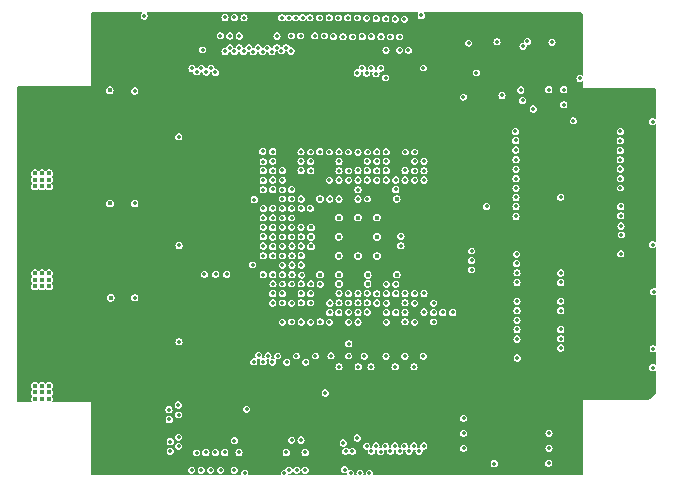
<source format=gbr>
%TF.GenerationSoftware,KiCad,Pcbnew,8.0.1*%
%TF.CreationDate,2024-12-16T22:11:05-05:00*%
%TF.ProjectId,cm,636d2e6b-6963-4616-945f-706362585858,rev?*%
%TF.SameCoordinates,Original*%
%TF.FileFunction,Copper,L2,Inr*%
%TF.FilePolarity,Positive*%
%FSLAX46Y46*%
G04 Gerber Fmt 4.6, Leading zero omitted, Abs format (unit mm)*
G04 Created by KiCad (PCBNEW 8.0.1) date 2024-12-16 22:11:05*
%MOMM*%
%LPD*%
G01*
G04 APERTURE LIST*
%TA.AperFunction,ViaPad*%
%ADD10C,0.350000*%
%TD*%
%TA.AperFunction,ViaPad*%
%ADD11C,0.403200*%
%TD*%
%TA.AperFunction,Conductor*%
%ADD12C,0.152400*%
%TD*%
G04 APERTURE END LIST*
D10*
%TO.N,GND*%
X128600000Y-75460600D03*
D11*
X100165258Y-78994000D03*
X99187000Y-84912200D03*
D10*
X111861600Y-60147200D03*
D11*
X99187000Y-85928200D03*
X99212400Y-76403200D03*
X99181942Y-67919600D03*
D10*
X111480600Y-61696600D03*
D11*
X99161600Y-77978000D03*
X98125258Y-78994000D03*
D10*
X144195800Y-85394800D03*
X132588000Y-87960200D03*
X115900000Y-73100000D03*
X129958900Y-62280800D03*
D11*
X98795258Y-86929845D03*
D10*
X131495800Y-62458600D03*
X110261400Y-60147200D03*
D11*
X98795258Y-78984000D03*
X99207342Y-66827400D03*
X100160200Y-69443600D03*
D10*
X115900000Y-80300000D03*
X112728000Y-71450000D03*
X123875800Y-60121800D03*
D11*
X99545258Y-86939845D03*
X100165258Y-86939845D03*
D10*
X116700000Y-72300000D03*
X132562600Y-83337400D03*
X115100000Y-75500000D03*
D11*
X98120200Y-69443600D03*
X99540200Y-69443600D03*
D10*
X122300000Y-84300000D03*
X117500400Y-85877400D03*
D11*
X99187000Y-85420200D03*
D10*
X123150000Y-72288400D03*
X124700000Y-84300000D03*
D11*
X98790200Y-69433600D03*
X98125258Y-86939845D03*
X99187000Y-76936600D03*
D10*
X111074200Y-60147200D03*
X115900000Y-73900000D03*
D11*
X99181942Y-67386200D03*
D10*
X115150000Y-81100000D03*
D11*
X99187000Y-84404200D03*
D10*
X115900000Y-79450000D03*
D11*
X99545258Y-78994000D03*
D10*
X115900000Y-72300000D03*
X119913400Y-85902800D03*
D11*
X99161600Y-68453000D03*
X99187000Y-77470000D03*
D10*
X109880400Y-61696600D03*
X144100000Y-80850000D03*
X128618261Y-74704200D03*
X110667800Y-61696600D03*
X113512600Y-83464400D03*
X144068800Y-70916800D03*
%TO.N,+5V*%
X101027200Y-59994800D03*
%TO.N,/Power/3V3_PG*%
X103962200Y-70231000D03*
D11*
X98196400Y-83845400D03*
D10*
%TO.N,/Power/2V5_PG*%
X103971600Y-79425800D03*
D11*
X98120200Y-75869800D03*
%TO.N,/Power/1V1_PG*%
X98094800Y-66294000D03*
D10*
X103971600Y-87579200D03*
D11*
%TO.N,+3V3*%
X119938800Y-81915000D03*
X91770200Y-92430600D03*
D10*
X130657600Y-97891600D03*
X119126000Y-75488800D03*
D11*
X91770200Y-91313000D03*
X92379800Y-91313000D03*
D10*
X133959600Y-67868800D03*
X144094200Y-89763600D03*
X107873800Y-60121800D03*
X132562600Y-80949800D03*
D11*
X92379800Y-91871800D03*
D10*
X119930000Y-75480000D03*
X133100000Y-62550000D03*
X144068800Y-79349600D03*
D11*
X117525800Y-81889600D03*
D10*
X117525800Y-75488800D03*
D11*
X117525800Y-82677000D03*
X91770200Y-91871800D03*
D10*
X122761000Y-78638400D03*
D11*
X115138200Y-78689200D03*
X115138200Y-79502000D03*
D10*
X116738400Y-75488800D03*
X144119600Y-88163400D03*
X135559800Y-62227200D03*
X109070000Y-61694200D03*
X107470000Y-61673800D03*
D11*
X92989400Y-91871800D03*
D10*
X109702600Y-93268800D03*
X108661200Y-60121800D03*
X128485700Y-62280800D03*
X144068800Y-68935600D03*
X132588000Y-85750400D03*
D11*
X92989400Y-91313000D03*
X119938800Y-82677000D03*
D10*
X129159000Y-64795400D03*
X109474000Y-60147200D03*
D11*
X92989400Y-92430600D03*
X92379800Y-92430600D03*
D10*
X108270000Y-61686400D03*
X144170400Y-83337400D03*
D11*
X115138200Y-77901800D03*
D10*
X122761000Y-79451200D03*
%TO.N,/Power/3V3_EN*%
X107086400Y-81864200D03*
X100228400Y-83845400D03*
%TO.N,/Power/2V5_EN*%
X106121200Y-81864200D03*
X100228400Y-75869800D03*
%TO.N,/Power/1V1_EN*%
X100228400Y-66344800D03*
X108026200Y-81864200D03*
%TO.N,ECP5_PRGMN_BTN*%
X126314200Y-85090000D03*
X130898700Y-62179200D03*
%TO.N,ECP5_INITN*%
X132918200Y-66268600D03*
X133070600Y-67147633D03*
X125526800Y-85090000D03*
%TO.N,Net-(D5-A)*%
X135280400Y-66227700D03*
%TO.N,Net-(D6-A)*%
X128051800Y-66852800D03*
%TO.N,IO_D1*%
X113919000Y-88773000D03*
%TO.N,IO_D2*%
X113512600Y-85877400D03*
%TO.N,IO_E6*%
X108650000Y-98450000D03*
X114350800Y-81920800D03*
%TO.N,IO_G1*%
X116840000Y-88773000D03*
%TO.N,IO_A3*%
X111099600Y-89281000D03*
%TO.N,IO_E2*%
X114325400Y-85902800D03*
%TO.N,IO_E8*%
X114325400Y-80264000D03*
X105467428Y-96967428D03*
%TO.N,IO_B3*%
X111912400Y-84302600D03*
X114650000Y-96950000D03*
%TO.N,IO_G5*%
X113050000Y-96950000D03*
X115925600Y-82702400D03*
%TO.N,IO_J1*%
X118338600Y-88773000D03*
%TO.N,IO_D6*%
X113538000Y-81889600D03*
X109550000Y-98724128D03*
%TO.N,IO_B4*%
X111912400Y-83489800D03*
X107050000Y-96950000D03*
%TO.N,IO_D5*%
X113512600Y-82677000D03*
X112895503Y-98702811D03*
%TO.N,IO_B1*%
X112318800Y-88773000D03*
%TO.N,IO_U1*%
X123870000Y-89700000D03*
%TO.N,IO_K1*%
X118350000Y-87750000D03*
%TO.N,IO_E1*%
X114706400Y-89306400D03*
%TO.N,IO_A4*%
X110718600Y-88722200D03*
%TO.N,IO_F2*%
X115112800Y-85902800D03*
%TO.N,IO_R1*%
X122270000Y-89700000D03*
%TO.N,IO_A2*%
X111506000Y-88773000D03*
%TO.N,/Hirose Connectors/IO_P1*%
X121500000Y-88800000D03*
%TO.N,IO_D8*%
X113538000Y-80289400D03*
X105050000Y-98450000D03*
%TO.N,IO_D7*%
X105850000Y-98450000D03*
X113538000Y-81076800D03*
%TO.N,IO_L1*%
X119150000Y-89700000D03*
%TO.N,IO_A5*%
X110312200Y-89281000D03*
%TO.N,IO_C5*%
X112725200Y-82677000D03*
X106250000Y-96950000D03*
%TO.N,IO_V1*%
X124650000Y-88800000D03*
%TO.N,IO_B5*%
X111937800Y-82677000D03*
X113300000Y-98450000D03*
%TO.N,IO_B2*%
X111887000Y-89306400D03*
%TO.N,IO_E5*%
X114325400Y-82677000D03*
X109050000Y-96950000D03*
%TO.N,IO_N1*%
X120221800Y-89700000D03*
%TO.N,IO_F1*%
X115519200Y-88773000D03*
%TO.N,IO_M1*%
X119650000Y-88800000D03*
%TO.N,IO_C4*%
X112725200Y-83489800D03*
X107500000Y-98450000D03*
%TO.N,IO_F4*%
X115112800Y-83489800D03*
X113950000Y-98450000D03*
X108661200Y-95950000D03*
%TO.N,IO_F5*%
X115138200Y-82677000D03*
X106650000Y-98450000D03*
%TO.N,IO_T1*%
X123100000Y-88800000D03*
%TO.N,IO_C3*%
X114650000Y-98450000D03*
X112725200Y-84277200D03*
%TO.N,IO_H1*%
X117525800Y-89700000D03*
%TO.N,IO_C1*%
X113106200Y-89306400D03*
%TO.N,IO_J20*%
X110258484Y-63003434D03*
%TO.N,ECP5_DONE*%
X127152400Y-85090000D03*
X131313552Y-66721352D03*
%TO.N,JTAG_TCK*%
X124485400Y-59944000D03*
X123926600Y-83489800D03*
%TO.N,JTAG_TDI*%
X137355450Y-68874900D03*
X123113800Y-83489800D03*
X137922000Y-65278000D03*
%TO.N,JTAG_TDO*%
X136550400Y-66227700D03*
X133477000Y-62150000D03*
X125526800Y-84302600D03*
X136550400Y-67513200D03*
%TO.N,JTAG_TMS*%
X124663200Y-64389000D03*
X124714000Y-83489800D03*
%TO.N,Net-(U9I-CFG_1)*%
X123926600Y-84302600D03*
%TO.N,/Flash + JTAG/FLASH_IO0*%
X128066800Y-94056200D03*
%TO.N,/Flash + JTAG/FLASH_IO1*%
X135305800Y-96596200D03*
X125526800Y-85877400D03*
%TO.N,/Flash + JTAG/FLASH_IO2*%
X135305800Y-95326200D03*
%TO.N,/Flash + JTAG/FLASH_IO3*%
X128066800Y-96596200D03*
%TO.N,/Flash + JTAG/FLASH_SCK*%
X124714000Y-85064600D03*
X128066800Y-95326200D03*
%TO.N,/Flash + JTAG/FLASH_CSN*%
X123113800Y-85877400D03*
X135280400Y-97866200D03*
%TO.N,/Flash + JTAG/WRITEN*%
X123113800Y-84277200D03*
%TO.N,/Flash + JTAG/CS1N*%
X123926600Y-85902800D03*
%TO.N,/Flash + JTAG/SN_CSN*%
X123113800Y-85090000D03*
%TO.N,SDRAM_A7*%
X116713000Y-73897000D03*
X132511800Y-72158600D03*
%TO.N,SDRAM_D11*%
X132588000Y-84150200D03*
X119126000Y-84277200D03*
%TO.N,SDRAM_CASN*%
X141376400Y-76911200D03*
X119126000Y-73888600D03*
%TO.N,SDRAM_D4*%
X136300000Y-84150200D03*
X119913400Y-72288400D03*
%TO.N,SDRAM_CSN*%
X121513600Y-73888600D03*
X136300000Y-75350000D03*
%TO.N,SDRAM_A11*%
X122326400Y-73888600D03*
X132511800Y-74574400D03*
%TO.N,SDRAM_D6*%
X120726200Y-73896200D03*
X136300000Y-81762600D03*
%TO.N,SDRAM_A2*%
X124714000Y-73101200D03*
X141325600Y-70561200D03*
%TO.N,SDRAM_A5*%
X123926600Y-73101200D03*
X132486400Y-70535800D03*
%TO.N,/Hirose Connectors/IO_E7*%
X113250000Y-60150000D03*
X114325400Y-81076800D03*
%TO.N,CLK_25MHZ*%
X116357400Y-91922600D03*
X115925600Y-85877400D03*
%TO.N,SDRAM_D14*%
X132588000Y-87350600D03*
X119913400Y-83464400D03*
%TO.N,SDRAM_DQM1*%
X117525800Y-84277200D03*
X130022600Y-76123800D03*
%TO.N,SDRAM_A6*%
X123926600Y-73888600D03*
X132486400Y-71348600D03*
%TO.N,SDRAM_D12*%
X132588000Y-84937600D03*
X119126000Y-83489800D03*
%TO.N,SDRAM_A1*%
X124714000Y-73888600D03*
X141325600Y-71374000D03*
%TO.N,SDRAM_A9*%
X132511800Y-73761600D03*
X118331200Y-73101200D03*
%TO.N,SDRAM_A4*%
X132461000Y-69773800D03*
X123926600Y-72288400D03*
%TO.N,SDRAM_D13*%
X132588000Y-86537800D03*
X119913400Y-84277200D03*
%TO.N,SDRAM_WEN*%
X141401800Y-77774800D03*
X119126000Y-73075800D03*
%TO.N,SDRAM_A0*%
X141325600Y-72161400D03*
X116713000Y-71500000D03*
%TO.N,SDRAM_D10*%
X132588000Y-82550000D03*
X118313200Y-83489800D03*
%TO.N,SDRAM_D1*%
X136300000Y-87325200D03*
X121513600Y-73075800D03*
%TO.N,SDRAM_D9*%
X118313200Y-84277200D03*
X132588000Y-81737200D03*
%TO.N,SDRAM_RASN*%
X141376400Y-76123800D03*
X119126000Y-74701400D03*
%TO.N,SDRAM_D8*%
X117525800Y-83464400D03*
X132562600Y-80162400D03*
%TO.N,SDRAM_D3*%
X120726200Y-72288400D03*
X136300000Y-84937600D03*
%TO.N,SDRAM_BA0*%
X141351000Y-74549000D03*
X118338600Y-73888600D03*
%TO.N,SDRAM_A10*%
X117525800Y-72313800D03*
X141325600Y-72948800D03*
%TO.N,SDRAM_D7*%
X141376400Y-80137000D03*
X119913400Y-73075800D03*
%TO.N,SDRAM_D15*%
X132613400Y-88950800D03*
X120726200Y-83515200D03*
%TO.N,SDRAM_CKE*%
X123113800Y-73075800D03*
X132511800Y-76123800D03*
%TO.N,SDRAM_D5*%
X120726200Y-73101200D03*
X136300000Y-82550000D03*
%TO.N,SDRAM_A8*%
X117525800Y-73101200D03*
X132511800Y-72974200D03*
%TO.N,SDRAM_DQM0*%
X119913400Y-73888600D03*
X141427200Y-78511400D03*
%TO.N,SDRAM_A12*%
X132511800Y-75361800D03*
X122326400Y-74676000D03*
%TO.N,SDRAM_BA1*%
X141351000Y-73761600D03*
X117525800Y-73888600D03*
%TO.N,SDRAM_CLK*%
X123113800Y-73888600D03*
X132511800Y-76962000D03*
%TO.N,SDRAM_A3*%
X124714000Y-72288400D03*
X141351000Y-69773800D03*
%TO.N,SDRAM_D2*%
X136300000Y-86537800D03*
X121513600Y-72288400D03*
%TO.N,SDRAM_D0*%
X120726200Y-84302600D03*
X136300000Y-88112600D03*
D11*
%TO.N,+1V1*%
X92354400Y-74422000D03*
X92964000Y-73863200D03*
X92354400Y-73863200D03*
X120726200Y-80314800D03*
X91744800Y-73863200D03*
X92964000Y-73304400D03*
X91744800Y-73304400D03*
X117500400Y-78689200D03*
X119126000Y-80314800D03*
X91744800Y-74422000D03*
X120726200Y-77063600D03*
X117525800Y-77063600D03*
X117500400Y-80289400D03*
X120726200Y-78689200D03*
X119126000Y-77063600D03*
X92964000Y-74422000D03*
X92354400Y-73304400D03*
%TO.N,+2V5*%
X115900200Y-75488800D03*
X92989400Y-81762600D03*
X92379800Y-82321400D03*
D10*
X128752600Y-80695800D03*
D11*
X91770200Y-82321400D03*
X91770200Y-81762600D03*
X92379800Y-82880200D03*
X92379800Y-81762600D03*
X92989400Y-82321400D03*
X115925600Y-81889600D03*
D10*
X128752600Y-81483200D03*
D11*
X91770200Y-82880200D03*
X122402600Y-75488800D03*
D10*
X128752600Y-79883000D03*
D11*
X92989400Y-82880200D03*
X122402600Y-81889600D03*
D10*
%TO.N,IO_C20*%
X107870000Y-63000000D03*
%TO.N,IO_G20*%
X109448600Y-62992000D03*
%TO.N,IO_L20*%
X111048800Y-63017400D03*
%TO.N,IO_E20*%
X108670710Y-63002593D03*
%TO.N,IO_H20*%
X109880400Y-62712600D03*
%TO.N,IO_K20*%
X110667800Y-62712600D03*
%TO.N,IO_M20*%
X111455200Y-62712600D03*
%TO.N,IO_D20*%
X108274372Y-62712600D03*
%TO.N,IO_F20*%
X109063943Y-62709918D03*
%TO.N,IO_B20*%
X105971800Y-62850000D03*
%TO.N,IO_P20*%
X112252110Y-62676607D03*
%TO.N,IO_T20*%
X113055400Y-62687200D03*
%TO.N,IO_R20*%
X112649000Y-62941200D03*
%TO.N,IO_U20*%
X113461800Y-62966600D03*
%TO.N,IO_N20*%
X111840602Y-63012998D03*
%TO.N,IO_N19*%
X120726200Y-71501000D03*
X115070000Y-60147200D03*
%TO.N,IO_A19*%
X111074200Y-71450200D03*
X105079800Y-64439800D03*
%TO.N,IO_L19*%
X119126000Y-71526400D03*
X113487200Y-61661300D03*
%TO.N,IO_T19*%
X115874800Y-60147200D03*
X123139200Y-71501000D03*
%TO.N,IO_M19*%
X119938800Y-71501000D03*
X114274600Y-61671200D03*
%TO.N,IO_B19*%
X105486200Y-64719200D03*
X111912400Y-71475600D03*
%TO.N,IO_K19*%
X112674400Y-60147200D03*
X118313200Y-71501000D03*
%TO.N,IO_J19*%
X112268000Y-61696600D03*
X117525800Y-71501000D03*
%TO.N,IO_P19*%
X121513600Y-71501000D03*
X115466630Y-61678363D03*
%TO.N,IO_U19*%
X123926600Y-71501000D03*
X116281200Y-61671200D03*
%TO.N,IO_A18*%
X111099600Y-72339200D03*
%TO.N,IO_A13*%
X111119572Y-76289572D03*
%TO.N,IO_A16*%
X111099600Y-73914000D03*
%TO.N,IO_A17*%
X111099600Y-73075800D03*
%TO.N,IO_A15*%
X111099600Y-74701400D03*
%TO.N,IO_A14*%
X110337600Y-75539600D03*
%TO.N,IO_A11*%
X111099600Y-77876400D03*
%TO.N,IO_A12*%
X111099600Y-77089000D03*
%TO.N,IO_B18*%
X120675400Y-60198000D03*
X111912400Y-72288400D03*
%TO.N,IO_B16*%
X119862600Y-60172600D03*
X111912400Y-73888600D03*
%TO.N,IO_B15*%
X119481600Y-61722000D03*
X111912400Y-74676000D03*
%TO.N,IO_B11*%
X111912400Y-77901800D03*
X118262400Y-60147200D03*
%TO.N,IO_B17*%
X111912400Y-73101200D03*
X120269000Y-61722000D03*
%TO.N,IO_B13*%
X119075200Y-60147200D03*
X111912400Y-76276200D03*
%TO.N,IO_B12*%
X118668800Y-61747400D03*
X111912400Y-77089000D03*
%TO.N,IO_A6*%
X111099600Y-81889600D03*
%TO.N,IO_A9*%
X111099600Y-79476600D03*
%TO.N,IO_A10*%
X111099600Y-78663800D03*
%TO.N,IO_A8*%
X111099600Y-80289400D03*
%TO.N,IO_A7*%
X110210600Y-81051400D03*
%TO.N,IO_B6*%
X116687600Y-60147200D03*
X111912400Y-81889600D03*
%TO.N,IO_B9*%
X117475000Y-60147200D03*
X111912400Y-79502000D03*
%TO.N,IO_B8*%
X111912400Y-80289400D03*
X117053100Y-61722000D03*
%TO.N,IO_B10*%
X117856000Y-61747400D03*
X111912400Y-78714600D03*
%TO.N,IO_C10*%
X112725200Y-78689200D03*
X124700000Y-96400000D03*
%TO.N,IO_C14*%
X122275600Y-60248800D03*
X112725200Y-75463400D03*
%TO.N,IO_C12*%
X123063000Y-60248800D03*
X112725200Y-77089000D03*
%TO.N,IO_C13*%
X122656600Y-61747400D03*
X112725200Y-76276200D03*
%TO.N,IO_C17*%
X112725200Y-73075800D03*
X121070000Y-61733800D03*
%TO.N,IO_C15*%
X121869200Y-61747400D03*
X112725200Y-74701400D03*
%TO.N,IO_C16*%
X112725200Y-73888600D03*
X121488200Y-60223400D03*
%TO.N,IO_D15*%
X106680000Y-64439800D03*
X113512600Y-74676000D03*
%TO.N,IO_D14*%
X107061000Y-64770000D03*
X113512600Y-75463400D03*
%TO.N,IO_D13*%
X106273600Y-64744600D03*
X113512600Y-76276200D03*
%TO.N,IO_D12*%
X113512600Y-77089000D03*
X105870857Y-64437118D03*
%TO.N,IO_D18*%
X119481600Y-64414400D03*
X114300000Y-72300000D03*
%TO.N,IO_D19*%
X114300000Y-71500000D03*
X119862600Y-64846200D03*
%TO.N,IO_F19*%
X121462800Y-65227200D03*
X115900200Y-71475600D03*
%TO.N,IO_F17*%
X121056400Y-64414400D03*
X115138200Y-73101200D03*
%TO.N,IO_E17*%
X119062500Y-64820800D03*
X114300000Y-73075800D03*
%TO.N,IO_E18*%
X120269000Y-64414400D03*
X115112800Y-72313800D03*
%TO.N,IO_E19*%
X115112800Y-71501000D03*
X120650000Y-64871600D03*
%TO.N,IO_D9*%
X103936800Y-96412800D03*
X113538000Y-79476600D03*
%TO.N,IO_E15*%
X114325400Y-75488800D03*
X103149400Y-94157800D03*
%TO.N,IO_E9*%
X103911400Y-92938600D03*
X114325400Y-79476600D03*
%TO.N,IO_D10*%
X103936800Y-95656400D03*
X113512600Y-78689200D03*
%TO.N,IO_E11*%
X103225600Y-96034600D03*
X114300000Y-77876400D03*
%TO.N,IO_E4*%
X114325400Y-83489800D03*
X107850000Y-96950000D03*
%TO.N,IO_E10*%
X103225600Y-96850200D03*
X114325400Y-78689200D03*
%TO.N,IO_E13*%
X103936800Y-93751400D03*
X115087400Y-76276200D03*
%TO.N,IO_E14*%
X103124000Y-93319600D03*
X114325400Y-76276200D03*
%TO.N,/Hirose Connectors/IO_N3*%
X122650000Y-96850000D03*
X121539000Y-85090000D03*
%TO.N,/Hirose Connectors/IO_N2*%
X123450000Y-96850000D03*
X121539000Y-85902800D03*
%TO.N,/Hirose Connectors/IO_P2*%
X122326400Y-85090000D03*
X123400000Y-62900000D03*
%TO.N,/Hirose Connectors/IO_N5*%
X121539000Y-82702400D03*
X113850000Y-60150000D03*
%TO.N,/Hirose Connectors/IO_P5*%
X114439700Y-60134500D03*
X122326400Y-82702400D03*
%TO.N,/Hirose Connectors/IO_P4*%
X122326400Y-83489800D03*
X122656600Y-62890400D03*
%TO.N,/Hirose Connectors/IO_N4*%
X121539000Y-83489800D03*
X121503700Y-62900000D03*
%TO.N,/Hirose Connectors/IO_P3*%
X121528200Y-84300000D03*
X124300000Y-96850000D03*
%TO.N,/Hirose Connectors/IO_K3*%
X119300000Y-98724128D03*
X118338600Y-85064600D03*
%TO.N,/Hirose Connectors/IO_C2*%
X118500000Y-98724128D03*
X112725200Y-85902800D03*
%TO.N,/Hirose Connectors/IO_F3*%
X115112800Y-84277200D03*
X120100000Y-98724128D03*
%TO.N,/Hirose Connectors/IO_J3*%
X117500400Y-85090000D03*
X118650000Y-96850000D03*
%TO.N,/Hirose Connectors/IO_C8*%
X122250000Y-96400000D03*
X112725200Y-80289400D03*
%TO.N,/Hirose Connectors/IO_L2*%
X120250000Y-96850000D03*
X119126000Y-85902800D03*
%TO.N,/Hirose Connectors/IO_K2*%
X119067428Y-95732572D03*
X118338600Y-85902800D03*
%TO.N,/Hirose Connectors/IO_M3*%
X121850000Y-96850000D03*
X119913400Y-85064600D03*
%TO.N,/Hirose Connectors/IO_D11*%
X113512600Y-77876400D03*
X123850000Y-96400000D03*
%TO.N,/Hirose Connectors/IO_C11*%
X112725200Y-77876400D03*
X119850000Y-96400000D03*
%TO.N,/Hirose Connectors/IO_E3*%
X117878200Y-96150000D03*
X114325400Y-84277200D03*
%TO.N,/Hirose Connectors/IO_C6*%
X112725200Y-81889600D03*
X120650000Y-96400000D03*
%TO.N,/Hirose Connectors/IO_L3*%
X121050000Y-96900000D03*
X119126000Y-85090000D03*
%TO.N,/Hirose Connectors/IO_D3*%
X113512600Y-84302600D03*
X118000000Y-98400000D03*
%TO.N,/Hirose Connectors/IO_H2*%
X116713000Y-85902800D03*
X118100000Y-96850000D03*
%TO.N,/Hirose Connectors/IO_C9*%
X123050000Y-96400000D03*
X112725200Y-79476600D03*
%TO.N,/Hirose Connectors/IO_C7*%
X112725200Y-81076800D03*
X121450000Y-96400000D03*
%TO.N,/Hirose Connectors/IO_H3*%
X116750000Y-85100000D03*
X114300000Y-95900000D03*
%TO.N,/Hirose Connectors/IO_G3*%
X116750000Y-84300000D03*
X113500000Y-95900000D03*
%TD*%
D12*
%TO.N,SDRAM_CASN*%
X141401800Y-76936600D02*
X141401800Y-76936600D01*
X141376400Y-76911200D02*
X141401800Y-76936600D01*
%TO.N,SDRAM_RASN*%
X119126000Y-74701400D02*
X119126000Y-74676000D01*
%TO.N,SDRAM_BA0*%
X141376400Y-74549000D02*
X141351000Y-74549000D01*
%TO.N,SDRAM_BA1*%
X117525800Y-73888600D02*
X117525800Y-73914000D01*
%TD*%
%TA.AperFunction,Conductor*%
%TO.N,GND*%
G36*
X100814363Y-59689806D02*
G01*
X100832669Y-59734000D01*
X100814363Y-59778194D01*
X100810343Y-59781878D01*
X100791895Y-59797357D01*
X100738557Y-59889742D01*
X100720033Y-59994800D01*
X100738557Y-60099857D01*
X100791896Y-60192243D01*
X100873614Y-60260813D01*
X100873615Y-60260813D01*
X100873616Y-60260814D01*
X100973861Y-60297300D01*
X100973864Y-60297300D01*
X101080536Y-60297300D01*
X101080539Y-60297300D01*
X101180784Y-60260814D01*
X101262504Y-60192243D01*
X101303174Y-60121800D01*
X107566633Y-60121800D01*
X107585157Y-60226857D01*
X107638496Y-60319243D01*
X107720214Y-60387813D01*
X107720215Y-60387813D01*
X107720216Y-60387814D01*
X107820461Y-60424300D01*
X107820464Y-60424300D01*
X107927136Y-60424300D01*
X107927139Y-60424300D01*
X108027384Y-60387814D01*
X108109104Y-60319243D01*
X108162443Y-60226857D01*
X108180967Y-60121800D01*
X108354033Y-60121800D01*
X108372557Y-60226857D01*
X108425896Y-60319243D01*
X108507614Y-60387813D01*
X108507615Y-60387813D01*
X108507616Y-60387814D01*
X108607861Y-60424300D01*
X108607864Y-60424300D01*
X108714536Y-60424300D01*
X108714539Y-60424300D01*
X108814784Y-60387814D01*
X108896504Y-60319243D01*
X108949843Y-60226857D01*
X108963888Y-60147200D01*
X109166833Y-60147200D01*
X109185357Y-60252257D01*
X109238696Y-60344643D01*
X109320414Y-60413213D01*
X109320415Y-60413213D01*
X109320416Y-60413214D01*
X109420661Y-60449700D01*
X109420664Y-60449700D01*
X109527336Y-60449700D01*
X109527339Y-60449700D01*
X109627584Y-60413214D01*
X109709304Y-60344643D01*
X109762643Y-60252257D01*
X109781167Y-60147200D01*
X112367233Y-60147200D01*
X112385757Y-60252257D01*
X112439096Y-60344643D01*
X112520814Y-60413213D01*
X112520815Y-60413213D01*
X112520816Y-60413214D01*
X112621061Y-60449700D01*
X112621064Y-60449700D01*
X112727736Y-60449700D01*
X112727739Y-60449700D01*
X112827984Y-60413214D01*
X112909704Y-60344643D01*
X112909705Y-60344639D01*
X112913219Y-60340454D01*
X112915627Y-60342475D01*
X112945124Y-60319771D01*
X112992559Y-60325943D01*
X113010485Y-60343839D01*
X113011182Y-60343255D01*
X113014696Y-60347443D01*
X113096414Y-60416013D01*
X113096415Y-60416013D01*
X113096416Y-60416014D01*
X113196661Y-60452500D01*
X113196664Y-60452500D01*
X113303336Y-60452500D01*
X113303339Y-60452500D01*
X113403584Y-60416014D01*
X113485304Y-60347443D01*
X113495873Y-60329137D01*
X113533823Y-60300016D01*
X113581249Y-60306259D01*
X113604127Y-60329137D01*
X113605747Y-60331943D01*
X113613079Y-60344643D01*
X113614695Y-60347441D01*
X113614695Y-60347442D01*
X113696414Y-60416013D01*
X113696415Y-60416013D01*
X113696416Y-60416014D01*
X113796661Y-60452500D01*
X113796664Y-60452500D01*
X113903336Y-60452500D01*
X113903339Y-60452500D01*
X114003584Y-60416014D01*
X114085304Y-60347443D01*
X114095197Y-60330306D01*
X114133146Y-60301186D01*
X114180573Y-60307429D01*
X114203450Y-60330305D01*
X114204395Y-60331941D01*
X114204395Y-60331942D01*
X114286114Y-60400513D01*
X114286115Y-60400513D01*
X114286116Y-60400514D01*
X114386361Y-60437000D01*
X114386364Y-60437000D01*
X114493036Y-60437000D01*
X114493039Y-60437000D01*
X114593284Y-60400514D01*
X114675004Y-60331943D01*
X114697057Y-60293744D01*
X114735005Y-60264625D01*
X114782432Y-60270868D01*
X114805309Y-60293745D01*
X114834693Y-60344640D01*
X114834695Y-60344642D01*
X114916414Y-60413213D01*
X114916415Y-60413213D01*
X114916416Y-60413214D01*
X115016661Y-60449700D01*
X115016664Y-60449700D01*
X115123336Y-60449700D01*
X115123339Y-60449700D01*
X115223584Y-60413214D01*
X115305304Y-60344643D01*
X115358643Y-60252257D01*
X115377167Y-60147200D01*
X115567633Y-60147200D01*
X115586157Y-60252257D01*
X115639496Y-60344643D01*
X115721214Y-60413213D01*
X115721215Y-60413213D01*
X115721216Y-60413214D01*
X115821461Y-60449700D01*
X115821464Y-60449700D01*
X115928136Y-60449700D01*
X115928139Y-60449700D01*
X116028384Y-60413214D01*
X116110104Y-60344643D01*
X116163443Y-60252257D01*
X116181967Y-60147200D01*
X116380433Y-60147200D01*
X116398957Y-60252257D01*
X116452296Y-60344643D01*
X116534014Y-60413213D01*
X116534015Y-60413213D01*
X116534016Y-60413214D01*
X116634261Y-60449700D01*
X116634264Y-60449700D01*
X116740936Y-60449700D01*
X116740939Y-60449700D01*
X116841184Y-60413214D01*
X116922904Y-60344643D01*
X116976243Y-60252257D01*
X116994767Y-60147200D01*
X117167833Y-60147200D01*
X117186357Y-60252257D01*
X117239696Y-60344643D01*
X117321414Y-60413213D01*
X117321415Y-60413213D01*
X117321416Y-60413214D01*
X117421661Y-60449700D01*
X117421664Y-60449700D01*
X117528336Y-60449700D01*
X117528339Y-60449700D01*
X117628584Y-60413214D01*
X117710304Y-60344643D01*
X117763643Y-60252257D01*
X117782167Y-60147200D01*
X117955233Y-60147200D01*
X117973757Y-60252257D01*
X118027096Y-60344643D01*
X118108814Y-60413213D01*
X118108815Y-60413213D01*
X118108816Y-60413214D01*
X118209061Y-60449700D01*
X118209064Y-60449700D01*
X118315736Y-60449700D01*
X118315739Y-60449700D01*
X118415984Y-60413214D01*
X118497704Y-60344643D01*
X118551043Y-60252257D01*
X118569567Y-60147200D01*
X118768033Y-60147200D01*
X118786557Y-60252257D01*
X118839896Y-60344643D01*
X118921614Y-60413213D01*
X118921615Y-60413213D01*
X118921616Y-60413214D01*
X119021861Y-60449700D01*
X119021864Y-60449700D01*
X119128536Y-60449700D01*
X119128539Y-60449700D01*
X119228784Y-60413214D01*
X119310504Y-60344643D01*
X119363843Y-60252257D01*
X119377888Y-60172600D01*
X119555433Y-60172600D01*
X119573957Y-60277657D01*
X119627296Y-60370043D01*
X119709014Y-60438613D01*
X119709015Y-60438613D01*
X119709016Y-60438614D01*
X119809261Y-60475100D01*
X119809264Y-60475100D01*
X119915936Y-60475100D01*
X119915939Y-60475100D01*
X120016184Y-60438614D01*
X120097904Y-60370043D01*
X120151243Y-60277657D01*
X120165288Y-60198000D01*
X120368233Y-60198000D01*
X120386757Y-60303057D01*
X120440096Y-60395443D01*
X120521814Y-60464013D01*
X120521815Y-60464013D01*
X120521816Y-60464014D01*
X120622061Y-60500500D01*
X120622064Y-60500500D01*
X120728736Y-60500500D01*
X120728739Y-60500500D01*
X120828984Y-60464014D01*
X120910704Y-60395443D01*
X120964043Y-60303057D01*
X120978088Y-60223400D01*
X121181033Y-60223400D01*
X121199557Y-60328457D01*
X121252896Y-60420843D01*
X121334614Y-60489413D01*
X121334615Y-60489413D01*
X121334616Y-60489414D01*
X121434861Y-60525900D01*
X121434864Y-60525900D01*
X121541536Y-60525900D01*
X121541539Y-60525900D01*
X121641784Y-60489414D01*
X121723504Y-60420843D01*
X121776843Y-60328457D01*
X121790888Y-60248800D01*
X121968433Y-60248800D01*
X121986957Y-60353857D01*
X122040296Y-60446243D01*
X122122014Y-60514813D01*
X122122015Y-60514813D01*
X122122016Y-60514814D01*
X122222261Y-60551300D01*
X122222264Y-60551300D01*
X122328936Y-60551300D01*
X122328939Y-60551300D01*
X122429184Y-60514814D01*
X122510904Y-60446243D01*
X122564243Y-60353857D01*
X122582767Y-60248800D01*
X122755833Y-60248800D01*
X122774357Y-60353857D01*
X122827696Y-60446243D01*
X122909414Y-60514813D01*
X122909415Y-60514813D01*
X122909416Y-60514814D01*
X123009661Y-60551300D01*
X123009664Y-60551300D01*
X123116336Y-60551300D01*
X123116339Y-60551300D01*
X123216584Y-60514814D01*
X123298304Y-60446243D01*
X123351643Y-60353857D01*
X123370167Y-60248800D01*
X123351643Y-60143743D01*
X123298304Y-60051357D01*
X123287322Y-60042142D01*
X123216585Y-59982786D01*
X123216582Y-59982785D01*
X123116341Y-59946300D01*
X123116339Y-59946300D01*
X123009661Y-59946300D01*
X123009658Y-59946300D01*
X122909418Y-59982785D01*
X122909415Y-59982787D01*
X122827695Y-60051357D01*
X122774357Y-60143742D01*
X122755833Y-60248800D01*
X122582767Y-60248800D01*
X122564243Y-60143743D01*
X122510904Y-60051357D01*
X122499922Y-60042142D01*
X122429185Y-59982786D01*
X122429182Y-59982785D01*
X122328941Y-59946300D01*
X122328939Y-59946300D01*
X122222261Y-59946300D01*
X122222258Y-59946300D01*
X122122018Y-59982785D01*
X122122015Y-59982787D01*
X122040295Y-60051357D01*
X121986957Y-60143742D01*
X121968433Y-60248800D01*
X121790888Y-60248800D01*
X121795367Y-60223400D01*
X121776843Y-60118343D01*
X121723504Y-60025957D01*
X121705475Y-60010829D01*
X121641785Y-59957386D01*
X121641782Y-59957385D01*
X121541541Y-59920900D01*
X121541539Y-59920900D01*
X121434861Y-59920900D01*
X121434858Y-59920900D01*
X121334618Y-59957385D01*
X121334615Y-59957387D01*
X121252895Y-60025957D01*
X121199557Y-60118342D01*
X121181033Y-60223400D01*
X120978088Y-60223400D01*
X120982567Y-60198000D01*
X120964043Y-60092943D01*
X120910704Y-60000557D01*
X120902579Y-59993739D01*
X120828985Y-59931986D01*
X120828982Y-59931985D01*
X120728741Y-59895500D01*
X120728739Y-59895500D01*
X120622061Y-59895500D01*
X120622058Y-59895500D01*
X120521818Y-59931985D01*
X120521815Y-59931987D01*
X120440095Y-60000557D01*
X120386757Y-60092942D01*
X120368233Y-60198000D01*
X120165288Y-60198000D01*
X120169767Y-60172600D01*
X120151243Y-60067543D01*
X120097904Y-59975157D01*
X120097903Y-59975156D01*
X120016185Y-59906586D01*
X120016182Y-59906585D01*
X119915941Y-59870100D01*
X119915939Y-59870100D01*
X119809261Y-59870100D01*
X119809258Y-59870100D01*
X119709018Y-59906585D01*
X119709015Y-59906587D01*
X119627295Y-59975157D01*
X119573957Y-60067542D01*
X119555433Y-60172600D01*
X119377888Y-60172600D01*
X119382367Y-60147200D01*
X119363843Y-60042143D01*
X119310504Y-59949757D01*
X119295369Y-59937057D01*
X119228785Y-59881186D01*
X119228782Y-59881185D01*
X119128541Y-59844700D01*
X119128539Y-59844700D01*
X119021861Y-59844700D01*
X119021858Y-59844700D01*
X118921618Y-59881185D01*
X118921615Y-59881187D01*
X118839895Y-59949757D01*
X118786557Y-60042142D01*
X118768033Y-60147200D01*
X118569567Y-60147200D01*
X118551043Y-60042143D01*
X118497704Y-59949757D01*
X118482569Y-59937057D01*
X118415985Y-59881186D01*
X118415982Y-59881185D01*
X118315741Y-59844700D01*
X118315739Y-59844700D01*
X118209061Y-59844700D01*
X118209058Y-59844700D01*
X118108818Y-59881185D01*
X118108815Y-59881187D01*
X118027095Y-59949757D01*
X117973757Y-60042142D01*
X117955233Y-60147200D01*
X117782167Y-60147200D01*
X117763643Y-60042143D01*
X117710304Y-59949757D01*
X117695169Y-59937057D01*
X117628585Y-59881186D01*
X117628582Y-59881185D01*
X117528341Y-59844700D01*
X117528339Y-59844700D01*
X117421661Y-59844700D01*
X117421658Y-59844700D01*
X117321418Y-59881185D01*
X117321415Y-59881187D01*
X117239695Y-59949757D01*
X117186357Y-60042142D01*
X117167833Y-60147200D01*
X116994767Y-60147200D01*
X116976243Y-60042143D01*
X116922904Y-59949757D01*
X116907769Y-59937057D01*
X116841185Y-59881186D01*
X116841182Y-59881185D01*
X116740941Y-59844700D01*
X116740939Y-59844700D01*
X116634261Y-59844700D01*
X116634258Y-59844700D01*
X116534018Y-59881185D01*
X116534015Y-59881187D01*
X116452295Y-59949757D01*
X116398957Y-60042142D01*
X116380433Y-60147200D01*
X116181967Y-60147200D01*
X116163443Y-60042143D01*
X116110104Y-59949757D01*
X116094969Y-59937057D01*
X116028385Y-59881186D01*
X116028382Y-59881185D01*
X115928141Y-59844700D01*
X115928139Y-59844700D01*
X115821461Y-59844700D01*
X115821458Y-59844700D01*
X115721218Y-59881185D01*
X115721215Y-59881187D01*
X115639495Y-59949757D01*
X115586157Y-60042142D01*
X115567633Y-60147200D01*
X115377167Y-60147200D01*
X115358643Y-60042143D01*
X115305304Y-59949757D01*
X115290169Y-59937057D01*
X115223585Y-59881186D01*
X115223582Y-59881185D01*
X115123341Y-59844700D01*
X115123339Y-59844700D01*
X115016661Y-59844700D01*
X115016658Y-59844700D01*
X114916418Y-59881185D01*
X114916415Y-59881187D01*
X114834694Y-59949758D01*
X114812641Y-59987954D01*
X114774690Y-60017074D01*
X114727264Y-60010829D01*
X114704389Y-59987954D01*
X114675004Y-59937057D01*
X114668961Y-59931986D01*
X114593285Y-59868486D01*
X114593282Y-59868485D01*
X114493041Y-59832000D01*
X114493039Y-59832000D01*
X114386361Y-59832000D01*
X114386358Y-59832000D01*
X114286118Y-59868485D01*
X114286115Y-59868487D01*
X114204394Y-59937058D01*
X114194501Y-59954193D01*
X114156550Y-59983313D01*
X114109124Y-59977068D01*
X114086249Y-59954194D01*
X114085304Y-59952557D01*
X114085303Y-59952556D01*
X114003585Y-59883986D01*
X114003582Y-59883985D01*
X113903341Y-59847500D01*
X113903339Y-59847500D01*
X113796661Y-59847500D01*
X113796658Y-59847500D01*
X113696418Y-59883985D01*
X113696415Y-59883987D01*
X113614694Y-59952558D01*
X113604125Y-59970864D01*
X113566174Y-59999984D01*
X113518748Y-59993739D01*
X113495872Y-59970862D01*
X113488092Y-59957387D01*
X113485304Y-59952557D01*
X113485303Y-59952556D01*
X113403585Y-59883986D01*
X113403582Y-59883985D01*
X113303341Y-59847500D01*
X113303339Y-59847500D01*
X113196661Y-59847500D01*
X113196658Y-59847500D01*
X113096418Y-59883985D01*
X113096415Y-59883987D01*
X113014696Y-59952556D01*
X113011182Y-59956745D01*
X113008803Y-59954748D01*
X112979098Y-59977475D01*
X112931681Y-59971164D01*
X112913912Y-59953368D01*
X112913222Y-59953948D01*
X112909707Y-59949759D01*
X112827985Y-59881186D01*
X112827982Y-59881185D01*
X112727741Y-59844700D01*
X112727739Y-59844700D01*
X112621061Y-59844700D01*
X112621058Y-59844700D01*
X112520818Y-59881185D01*
X112520815Y-59881187D01*
X112439095Y-59949757D01*
X112385757Y-60042142D01*
X112367233Y-60147200D01*
X109781167Y-60147200D01*
X109762643Y-60042143D01*
X109709304Y-59949757D01*
X109694169Y-59937057D01*
X109627585Y-59881186D01*
X109627582Y-59881185D01*
X109527341Y-59844700D01*
X109527339Y-59844700D01*
X109420661Y-59844700D01*
X109420658Y-59844700D01*
X109320418Y-59881185D01*
X109320415Y-59881187D01*
X109238695Y-59949757D01*
X109185357Y-60042142D01*
X109166833Y-60147200D01*
X108963888Y-60147200D01*
X108968367Y-60121800D01*
X108949843Y-60016743D01*
X108896504Y-59924357D01*
X108884596Y-59914365D01*
X108814785Y-59855786D01*
X108814782Y-59855785D01*
X108714541Y-59819300D01*
X108714539Y-59819300D01*
X108607861Y-59819300D01*
X108607858Y-59819300D01*
X108507618Y-59855785D01*
X108507615Y-59855787D01*
X108425895Y-59924357D01*
X108372557Y-60016742D01*
X108354033Y-60121800D01*
X108180967Y-60121800D01*
X108162443Y-60016743D01*
X108109104Y-59924357D01*
X108097196Y-59914365D01*
X108027385Y-59855786D01*
X108027382Y-59855785D01*
X107927141Y-59819300D01*
X107927139Y-59819300D01*
X107820461Y-59819300D01*
X107820458Y-59819300D01*
X107720218Y-59855785D01*
X107720215Y-59855787D01*
X107638495Y-59924357D01*
X107585157Y-60016742D01*
X107566633Y-60121800D01*
X101303174Y-60121800D01*
X101315843Y-60099857D01*
X101334367Y-59994800D01*
X101315843Y-59889743D01*
X101262504Y-59797357D01*
X101244057Y-59781878D01*
X101221969Y-59739447D01*
X101236353Y-59693826D01*
X101278784Y-59671738D01*
X101284231Y-59671500D01*
X124185176Y-59671500D01*
X124229370Y-59689806D01*
X124247676Y-59734000D01*
X124239303Y-59765249D01*
X124196757Y-59838940D01*
X124178233Y-59944000D01*
X124196757Y-60049057D01*
X124250096Y-60141443D01*
X124331814Y-60210013D01*
X124331815Y-60210013D01*
X124331816Y-60210014D01*
X124432061Y-60246500D01*
X124432064Y-60246500D01*
X124538736Y-60246500D01*
X124538739Y-60246500D01*
X124638984Y-60210014D01*
X124720704Y-60141443D01*
X124774043Y-60049057D01*
X124792567Y-59944000D01*
X124774043Y-59838943D01*
X124731495Y-59765249D01*
X124725253Y-59717824D01*
X124754373Y-59679873D01*
X124785623Y-59671500D01*
X137971095Y-59671500D01*
X138005818Y-59682033D01*
X138030279Y-59698377D01*
X138039750Y-59706150D01*
X138159849Y-59826249D01*
X138167621Y-59835719D01*
X138184825Y-59861466D01*
X138194158Y-59883996D01*
X138198651Y-59906586D01*
X138200199Y-59914365D01*
X138201400Y-59926559D01*
X138201400Y-64983526D01*
X138183094Y-65027720D01*
X138138900Y-65046026D01*
X138098726Y-65031404D01*
X138075585Y-65011987D01*
X138075584Y-65011986D01*
X138075582Y-65011985D01*
X137975341Y-64975500D01*
X137975339Y-64975500D01*
X137868661Y-64975500D01*
X137868658Y-64975500D01*
X137768418Y-65011985D01*
X137768415Y-65011987D01*
X137686695Y-65080557D01*
X137633357Y-65172942D01*
X137614833Y-65278000D01*
X137633357Y-65383057D01*
X137686696Y-65475443D01*
X137768414Y-65544013D01*
X137768415Y-65544013D01*
X137768416Y-65544014D01*
X137868661Y-65580500D01*
X137868664Y-65580500D01*
X137975336Y-65580500D01*
X137975339Y-65580500D01*
X138075584Y-65544014D01*
X138098725Y-65524595D01*
X138144346Y-65510211D01*
X138186777Y-65532298D01*
X138201400Y-65572473D01*
X138201400Y-66040000D01*
X138277600Y-66116200D01*
X144238373Y-66116200D01*
X144254549Y-66118330D01*
X144293924Y-66128880D01*
X144321941Y-66145056D01*
X144344743Y-66167858D01*
X144360919Y-66195875D01*
X144371470Y-66235249D01*
X144373600Y-66251426D01*
X144373600Y-68662439D01*
X144355294Y-68706633D01*
X144311100Y-68724939D01*
X144270926Y-68710317D01*
X144222385Y-68669587D01*
X144222384Y-68669586D01*
X144222382Y-68669585D01*
X144122141Y-68633100D01*
X144122139Y-68633100D01*
X144015461Y-68633100D01*
X144015458Y-68633100D01*
X143915218Y-68669585D01*
X143915215Y-68669587D01*
X143833495Y-68738157D01*
X143780157Y-68830542D01*
X143761633Y-68935600D01*
X143780157Y-69040657D01*
X143833496Y-69133043D01*
X143915214Y-69201613D01*
X143915215Y-69201613D01*
X143915216Y-69201614D01*
X144015461Y-69238100D01*
X144015464Y-69238100D01*
X144122136Y-69238100D01*
X144122139Y-69238100D01*
X144222384Y-69201614D01*
X144270927Y-69160881D01*
X144316547Y-69146498D01*
X144358978Y-69168586D01*
X144373600Y-69208760D01*
X144373600Y-79076439D01*
X144355294Y-79120633D01*
X144311100Y-79138939D01*
X144270926Y-79124317D01*
X144222385Y-79083587D01*
X144222384Y-79083586D01*
X144222382Y-79083585D01*
X144122141Y-79047100D01*
X144122139Y-79047100D01*
X144015461Y-79047100D01*
X144015458Y-79047100D01*
X143915218Y-79083585D01*
X143915215Y-79083587D01*
X143833495Y-79152157D01*
X143780157Y-79244542D01*
X143761633Y-79349600D01*
X143780157Y-79454657D01*
X143833496Y-79547043D01*
X143915214Y-79615613D01*
X143915215Y-79615613D01*
X143915216Y-79615614D01*
X144015461Y-79652100D01*
X144015464Y-79652100D01*
X144122136Y-79652100D01*
X144122139Y-79652100D01*
X144222384Y-79615614D01*
X144270927Y-79574881D01*
X144316547Y-79560498D01*
X144358978Y-79582586D01*
X144373600Y-79622760D01*
X144373600Y-83000185D01*
X144355294Y-83044379D01*
X144311100Y-83062685D01*
X144289724Y-83058916D01*
X144223741Y-83034900D01*
X144223739Y-83034900D01*
X144117061Y-83034900D01*
X144117058Y-83034900D01*
X144016818Y-83071385D01*
X144016815Y-83071387D01*
X143935095Y-83139957D01*
X143881757Y-83232342D01*
X143863233Y-83337400D01*
X143881757Y-83442457D01*
X143935096Y-83534843D01*
X144016814Y-83603413D01*
X144016815Y-83603413D01*
X144016816Y-83603414D01*
X144117061Y-83639900D01*
X144117064Y-83639900D01*
X144223736Y-83639900D01*
X144223739Y-83639900D01*
X144289725Y-83615883D01*
X144337513Y-83617970D01*
X144369831Y-83653237D01*
X144373600Y-83674614D01*
X144373600Y-87847613D01*
X144355294Y-87891807D01*
X144311100Y-87910113D01*
X144278912Y-87898399D01*
X144277919Y-87900120D01*
X144273182Y-87897385D01*
X144172941Y-87860900D01*
X144172939Y-87860900D01*
X144066261Y-87860900D01*
X144066258Y-87860900D01*
X143966018Y-87897385D01*
X143966015Y-87897387D01*
X143884295Y-87965957D01*
X143830957Y-88058342D01*
X143812433Y-88163400D01*
X143830957Y-88268457D01*
X143884296Y-88360843D01*
X143966014Y-88429413D01*
X143966015Y-88429413D01*
X143966016Y-88429414D01*
X144066261Y-88465900D01*
X144066264Y-88465900D01*
X144172936Y-88465900D01*
X144172939Y-88465900D01*
X144273184Y-88429414D01*
X144273188Y-88429410D01*
X144277919Y-88426680D01*
X144279104Y-88428733D01*
X144316534Y-88416923D01*
X144358969Y-88439002D01*
X144373600Y-88479186D01*
X144373600Y-89469126D01*
X144355294Y-89513320D01*
X144311100Y-89531626D01*
X144270926Y-89517004D01*
X144247785Y-89497587D01*
X144247784Y-89497586D01*
X144247782Y-89497585D01*
X144147541Y-89461100D01*
X144147539Y-89461100D01*
X144040861Y-89461100D01*
X144040858Y-89461100D01*
X143940618Y-89497585D01*
X143940615Y-89497587D01*
X143858895Y-89566157D01*
X143805557Y-89658542D01*
X143787033Y-89763600D01*
X143805557Y-89868657D01*
X143858896Y-89961043D01*
X143940614Y-90029613D01*
X143940615Y-90029613D01*
X143940616Y-90029614D01*
X144040861Y-90066100D01*
X144040864Y-90066100D01*
X144147536Y-90066100D01*
X144147539Y-90066100D01*
X144247784Y-90029614D01*
X144270925Y-90010195D01*
X144316546Y-89995811D01*
X144358977Y-90017898D01*
X144373600Y-90058073D01*
X144373600Y-91838440D01*
X144372399Y-91850634D01*
X144366358Y-91881003D01*
X144357025Y-91903533D01*
X144339821Y-91929280D01*
X144332049Y-91938750D01*
X143830950Y-92439849D01*
X143821480Y-92447621D01*
X143795733Y-92464825D01*
X143773203Y-92474158D01*
X143755835Y-92477612D01*
X143742832Y-92480199D01*
X143730640Y-92481400D01*
X138176000Y-92481400D01*
X138150600Y-92506800D01*
X138150600Y-92524761D01*
X138150600Y-98836128D01*
X138132294Y-98880322D01*
X138088100Y-98898628D01*
X120450883Y-98898628D01*
X120406689Y-98880322D01*
X120388383Y-98836128D01*
X120389332Y-98825275D01*
X120407167Y-98724128D01*
X120388643Y-98619071D01*
X120335304Y-98526685D01*
X120322345Y-98515811D01*
X120253585Y-98458114D01*
X120253582Y-98458113D01*
X120153341Y-98421628D01*
X120153339Y-98421628D01*
X120046661Y-98421628D01*
X120046658Y-98421628D01*
X119946418Y-98458113D01*
X119946415Y-98458115D01*
X119864695Y-98526685D01*
X119811357Y-98619070D01*
X119796592Y-98702811D01*
X119792833Y-98724128D01*
X119808587Y-98813478D01*
X119810668Y-98825275D01*
X119800314Y-98871977D01*
X119759970Y-98897679D01*
X119749117Y-98898628D01*
X119650883Y-98898628D01*
X119606689Y-98880322D01*
X119588383Y-98836128D01*
X119589332Y-98825275D01*
X119607167Y-98724128D01*
X119588643Y-98619071D01*
X119535304Y-98526685D01*
X119522345Y-98515811D01*
X119453585Y-98458114D01*
X119453582Y-98458113D01*
X119353341Y-98421628D01*
X119353339Y-98421628D01*
X119246661Y-98421628D01*
X119246658Y-98421628D01*
X119146418Y-98458113D01*
X119146415Y-98458115D01*
X119064695Y-98526685D01*
X119011357Y-98619070D01*
X118996592Y-98702811D01*
X118992833Y-98724128D01*
X119008587Y-98813478D01*
X119010668Y-98825275D01*
X119000314Y-98871977D01*
X118959970Y-98897679D01*
X118949117Y-98898628D01*
X118850883Y-98898628D01*
X118806689Y-98880322D01*
X118788383Y-98836128D01*
X118789332Y-98825275D01*
X118807167Y-98724128D01*
X118788643Y-98619071D01*
X118735304Y-98526685D01*
X118722345Y-98515811D01*
X118653585Y-98458114D01*
X118653582Y-98458113D01*
X118553341Y-98421628D01*
X118553339Y-98421628D01*
X118446661Y-98421628D01*
X118446658Y-98421628D01*
X118389155Y-98442558D01*
X118341365Y-98440471D01*
X118309048Y-98405203D01*
X118306230Y-98394690D01*
X118288643Y-98294943D01*
X118235304Y-98202557D01*
X118235303Y-98202556D01*
X118153585Y-98133986D01*
X118153582Y-98133985D01*
X118053341Y-98097500D01*
X118053339Y-98097500D01*
X117946661Y-98097500D01*
X117946658Y-98097500D01*
X117846418Y-98133985D01*
X117846415Y-98133987D01*
X117764695Y-98202557D01*
X117711357Y-98294942D01*
X117692833Y-98400000D01*
X117711357Y-98505057D01*
X117764696Y-98597443D01*
X117846414Y-98666013D01*
X117846415Y-98666013D01*
X117846416Y-98666014D01*
X117946661Y-98702500D01*
X117946664Y-98702500D01*
X118053336Y-98702500D01*
X118053339Y-98702500D01*
X118110846Y-98681569D01*
X118158633Y-98683655D01*
X118190951Y-98718923D01*
X118193770Y-98729447D01*
X118210667Y-98825275D01*
X118200314Y-98871977D01*
X118159970Y-98897678D01*
X118149117Y-98898628D01*
X113239999Y-98898628D01*
X113195805Y-98880322D01*
X113177499Y-98836128D01*
X113183567Y-98813478D01*
X113182275Y-98813008D01*
X113184142Y-98807874D01*
X113184146Y-98807868D01*
X113184801Y-98804148D01*
X113210501Y-98763805D01*
X113246352Y-98752500D01*
X113353336Y-98752500D01*
X113353339Y-98752500D01*
X113453584Y-98716014D01*
X113535304Y-98647443D01*
X113570873Y-98585834D01*
X113608824Y-98556715D01*
X113656250Y-98562958D01*
X113679126Y-98585834D01*
X113704008Y-98628930D01*
X113714696Y-98647443D01*
X113796414Y-98716013D01*
X113796415Y-98716013D01*
X113796416Y-98716014D01*
X113847088Y-98734457D01*
X113878560Y-98745912D01*
X113896661Y-98752500D01*
X113896664Y-98752500D01*
X114003336Y-98752500D01*
X114003339Y-98752500D01*
X114103584Y-98716014D01*
X114185304Y-98647443D01*
X114238643Y-98555057D01*
X114238644Y-98555053D01*
X114240513Y-98549920D01*
X114242061Y-98550483D01*
X114264150Y-98515811D01*
X114310852Y-98505456D01*
X114351196Y-98531157D01*
X114359036Y-98550084D01*
X114359487Y-98549920D01*
X114361355Y-98555053D01*
X114361356Y-98555056D01*
X114361357Y-98555057D01*
X114404008Y-98628930D01*
X114414696Y-98647443D01*
X114496414Y-98716013D01*
X114496415Y-98716013D01*
X114496416Y-98716014D01*
X114547088Y-98734457D01*
X114578560Y-98745912D01*
X114596661Y-98752500D01*
X114596664Y-98752500D01*
X114703336Y-98752500D01*
X114703339Y-98752500D01*
X114803584Y-98716014D01*
X114885304Y-98647443D01*
X114938643Y-98555057D01*
X114957167Y-98450000D01*
X114938643Y-98344943D01*
X114885304Y-98252557D01*
X114885303Y-98252556D01*
X114803585Y-98183986D01*
X114803582Y-98183985D01*
X114703341Y-98147500D01*
X114703339Y-98147500D01*
X114596661Y-98147500D01*
X114596658Y-98147500D01*
X114496418Y-98183985D01*
X114496415Y-98183987D01*
X114414695Y-98252557D01*
X114361355Y-98344946D01*
X114359487Y-98350080D01*
X114357937Y-98349516D01*
X114335848Y-98384190D01*
X114289146Y-98394542D01*
X114248802Y-98368840D01*
X114240964Y-98349915D01*
X114240513Y-98350080D01*
X114238644Y-98344946D01*
X114238643Y-98344944D01*
X114238643Y-98344943D01*
X114185304Y-98252557D01*
X114185303Y-98252556D01*
X114103585Y-98183986D01*
X114103582Y-98183985D01*
X114003341Y-98147500D01*
X114003339Y-98147500D01*
X113896661Y-98147500D01*
X113896658Y-98147500D01*
X113796418Y-98183985D01*
X113796415Y-98183987D01*
X113714694Y-98252558D01*
X113679125Y-98314165D01*
X113641175Y-98343285D01*
X113593748Y-98337040D01*
X113570873Y-98314165D01*
X113535304Y-98252557D01*
X113535303Y-98252556D01*
X113453585Y-98183986D01*
X113453582Y-98183985D01*
X113353341Y-98147500D01*
X113353339Y-98147500D01*
X113246661Y-98147500D01*
X113246658Y-98147500D01*
X113146418Y-98183985D01*
X113146415Y-98183987D01*
X113064695Y-98252557D01*
X113011356Y-98344944D01*
X113010700Y-98348666D01*
X112984997Y-98389009D01*
X112949150Y-98400311D01*
X112842161Y-98400311D01*
X112741921Y-98436796D01*
X112741918Y-98436798D01*
X112660198Y-98505368D01*
X112606860Y-98597753D01*
X112606860Y-98597754D01*
X112588336Y-98702811D01*
X112606204Y-98804150D01*
X112606861Y-98807872D01*
X112608730Y-98813007D01*
X112606319Y-98813884D01*
X112611377Y-98852306D01*
X112582256Y-98890255D01*
X112551007Y-98898628D01*
X109900883Y-98898628D01*
X109856689Y-98880322D01*
X109838383Y-98836128D01*
X109839332Y-98825275D01*
X109857167Y-98724128D01*
X109838643Y-98619071D01*
X109785304Y-98526685D01*
X109772345Y-98515811D01*
X109703585Y-98458114D01*
X109703582Y-98458113D01*
X109603341Y-98421628D01*
X109603339Y-98421628D01*
X109496661Y-98421628D01*
X109496658Y-98421628D01*
X109396418Y-98458113D01*
X109396415Y-98458115D01*
X109314695Y-98526685D01*
X109261357Y-98619070D01*
X109246592Y-98702811D01*
X109242833Y-98724128D01*
X109258587Y-98813478D01*
X109260668Y-98825275D01*
X109250314Y-98871977D01*
X109209970Y-98897679D01*
X109199117Y-98898628D01*
X96582500Y-98898628D01*
X96538306Y-98880322D01*
X96520000Y-98836128D01*
X96520000Y-98450000D01*
X104742833Y-98450000D01*
X104761357Y-98555057D01*
X104814696Y-98647443D01*
X104896414Y-98716013D01*
X104896415Y-98716013D01*
X104896416Y-98716014D01*
X104947088Y-98734457D01*
X104978560Y-98745912D01*
X104996661Y-98752500D01*
X104996664Y-98752500D01*
X105103336Y-98752500D01*
X105103339Y-98752500D01*
X105203584Y-98716014D01*
X105285304Y-98647443D01*
X105338643Y-98555057D01*
X105357167Y-98450000D01*
X105542833Y-98450000D01*
X105561357Y-98555057D01*
X105614696Y-98647443D01*
X105696414Y-98716013D01*
X105696415Y-98716013D01*
X105696416Y-98716014D01*
X105747088Y-98734457D01*
X105778560Y-98745912D01*
X105796661Y-98752500D01*
X105796664Y-98752500D01*
X105903336Y-98752500D01*
X105903339Y-98752500D01*
X106003584Y-98716014D01*
X106085304Y-98647443D01*
X106138643Y-98555057D01*
X106157167Y-98450000D01*
X106342833Y-98450000D01*
X106361357Y-98555057D01*
X106414696Y-98647443D01*
X106496414Y-98716013D01*
X106496415Y-98716013D01*
X106496416Y-98716014D01*
X106547088Y-98734457D01*
X106578560Y-98745912D01*
X106596661Y-98752500D01*
X106596664Y-98752500D01*
X106703336Y-98752500D01*
X106703339Y-98752500D01*
X106803584Y-98716014D01*
X106885304Y-98647443D01*
X106938643Y-98555057D01*
X106957167Y-98450000D01*
X107192833Y-98450000D01*
X107211357Y-98555057D01*
X107264696Y-98647443D01*
X107346414Y-98716013D01*
X107346415Y-98716013D01*
X107346416Y-98716014D01*
X107397088Y-98734457D01*
X107428560Y-98745912D01*
X107446661Y-98752500D01*
X107446664Y-98752500D01*
X107553336Y-98752500D01*
X107553339Y-98752500D01*
X107653584Y-98716014D01*
X107735304Y-98647443D01*
X107788643Y-98555057D01*
X107807167Y-98450000D01*
X108342833Y-98450000D01*
X108361357Y-98555057D01*
X108414696Y-98647443D01*
X108496414Y-98716013D01*
X108496415Y-98716013D01*
X108496416Y-98716014D01*
X108547088Y-98734457D01*
X108578560Y-98745912D01*
X108596661Y-98752500D01*
X108596664Y-98752500D01*
X108703336Y-98752500D01*
X108703339Y-98752500D01*
X108803584Y-98716014D01*
X108885304Y-98647443D01*
X108938643Y-98555057D01*
X108957167Y-98450000D01*
X108938643Y-98344943D01*
X108885304Y-98252557D01*
X108885303Y-98252556D01*
X108803585Y-98183986D01*
X108803582Y-98183985D01*
X108703341Y-98147500D01*
X108703339Y-98147500D01*
X108596661Y-98147500D01*
X108596658Y-98147500D01*
X108496418Y-98183985D01*
X108496415Y-98183987D01*
X108414695Y-98252557D01*
X108361357Y-98344942D01*
X108342833Y-98450000D01*
X107807167Y-98450000D01*
X107788643Y-98344943D01*
X107735304Y-98252557D01*
X107735303Y-98252556D01*
X107653585Y-98183986D01*
X107653582Y-98183985D01*
X107553341Y-98147500D01*
X107553339Y-98147500D01*
X107446661Y-98147500D01*
X107446658Y-98147500D01*
X107346418Y-98183985D01*
X107346415Y-98183987D01*
X107264695Y-98252557D01*
X107211357Y-98344942D01*
X107192833Y-98450000D01*
X106957167Y-98450000D01*
X106938643Y-98344943D01*
X106885304Y-98252557D01*
X106885303Y-98252556D01*
X106803585Y-98183986D01*
X106803582Y-98183985D01*
X106703341Y-98147500D01*
X106703339Y-98147500D01*
X106596661Y-98147500D01*
X106596658Y-98147500D01*
X106496418Y-98183985D01*
X106496415Y-98183987D01*
X106414695Y-98252557D01*
X106361357Y-98344942D01*
X106342833Y-98450000D01*
X106157167Y-98450000D01*
X106138643Y-98344943D01*
X106085304Y-98252557D01*
X106085303Y-98252556D01*
X106003585Y-98183986D01*
X106003582Y-98183985D01*
X105903341Y-98147500D01*
X105903339Y-98147500D01*
X105796661Y-98147500D01*
X105796658Y-98147500D01*
X105696418Y-98183985D01*
X105696415Y-98183987D01*
X105614695Y-98252557D01*
X105561357Y-98344942D01*
X105542833Y-98450000D01*
X105357167Y-98450000D01*
X105338643Y-98344943D01*
X105285304Y-98252557D01*
X105285303Y-98252556D01*
X105203585Y-98183986D01*
X105203582Y-98183985D01*
X105103341Y-98147500D01*
X105103339Y-98147500D01*
X104996661Y-98147500D01*
X104996658Y-98147500D01*
X104896418Y-98183985D01*
X104896415Y-98183987D01*
X104814695Y-98252557D01*
X104761357Y-98344942D01*
X104742833Y-98450000D01*
X96520000Y-98450000D01*
X96520000Y-97891600D01*
X130350433Y-97891600D01*
X130368957Y-97996657D01*
X130422296Y-98089043D01*
X130504014Y-98157613D01*
X130504015Y-98157613D01*
X130504016Y-98157614D01*
X130604261Y-98194100D01*
X130604264Y-98194100D01*
X130710936Y-98194100D01*
X130710939Y-98194100D01*
X130811184Y-98157614D01*
X130892904Y-98089043D01*
X130946243Y-97996657D01*
X130964767Y-97891600D01*
X130960288Y-97866200D01*
X134973233Y-97866200D01*
X134991757Y-97971257D01*
X135045096Y-98063643D01*
X135126814Y-98132213D01*
X135126815Y-98132213D01*
X135126816Y-98132214D01*
X135227061Y-98168700D01*
X135227064Y-98168700D01*
X135333736Y-98168700D01*
X135333739Y-98168700D01*
X135433984Y-98132214D01*
X135515704Y-98063643D01*
X135569043Y-97971257D01*
X135587567Y-97866200D01*
X135569043Y-97761143D01*
X135515704Y-97668757D01*
X135515703Y-97668756D01*
X135433985Y-97600186D01*
X135433982Y-97600185D01*
X135333741Y-97563700D01*
X135333739Y-97563700D01*
X135227061Y-97563700D01*
X135227058Y-97563700D01*
X135126818Y-97600185D01*
X135126815Y-97600187D01*
X135045095Y-97668757D01*
X134991757Y-97761142D01*
X134973233Y-97866200D01*
X130960288Y-97866200D01*
X130946243Y-97786543D01*
X130892904Y-97694157D01*
X130892903Y-97694156D01*
X130811185Y-97625586D01*
X130811182Y-97625585D01*
X130710941Y-97589100D01*
X130710939Y-97589100D01*
X130604261Y-97589100D01*
X130604258Y-97589100D01*
X130504018Y-97625585D01*
X130504015Y-97625587D01*
X130422295Y-97694157D01*
X130368957Y-97786542D01*
X130350433Y-97891600D01*
X96520000Y-97891600D01*
X96520000Y-96850200D01*
X102918433Y-96850200D01*
X102936957Y-96955257D01*
X102990296Y-97047643D01*
X103072014Y-97116213D01*
X103072015Y-97116213D01*
X103072016Y-97116214D01*
X103152049Y-97145343D01*
X103171711Y-97152500D01*
X103172261Y-97152700D01*
X103172264Y-97152700D01*
X103278936Y-97152700D01*
X103278939Y-97152700D01*
X103379184Y-97116214D01*
X103460904Y-97047643D01*
X103507216Y-96967428D01*
X105160261Y-96967428D01*
X105178785Y-97072485D01*
X105232124Y-97164871D01*
X105313842Y-97233441D01*
X105313843Y-97233441D01*
X105313844Y-97233442D01*
X105414089Y-97269928D01*
X105414092Y-97269928D01*
X105520764Y-97269928D01*
X105520767Y-97269928D01*
X105621012Y-97233442D01*
X105702732Y-97164871D01*
X105756071Y-97072485D01*
X105774595Y-96967428D01*
X105771522Y-96950000D01*
X105942833Y-96950000D01*
X105961357Y-97055057D01*
X106014696Y-97147443D01*
X106096414Y-97216013D01*
X106096415Y-97216013D01*
X106096416Y-97216014D01*
X106196661Y-97252500D01*
X106196664Y-97252500D01*
X106303336Y-97252500D01*
X106303339Y-97252500D01*
X106403584Y-97216014D01*
X106485304Y-97147443D01*
X106538643Y-97055057D01*
X106557167Y-96950000D01*
X106742833Y-96950000D01*
X106761357Y-97055057D01*
X106814696Y-97147443D01*
X106896414Y-97216013D01*
X106896415Y-97216013D01*
X106896416Y-97216014D01*
X106996661Y-97252500D01*
X106996664Y-97252500D01*
X107103336Y-97252500D01*
X107103339Y-97252500D01*
X107203584Y-97216014D01*
X107285304Y-97147443D01*
X107338643Y-97055057D01*
X107357167Y-96950000D01*
X107542833Y-96950000D01*
X107561357Y-97055057D01*
X107614696Y-97147443D01*
X107696414Y-97216013D01*
X107696415Y-97216013D01*
X107696416Y-97216014D01*
X107796661Y-97252500D01*
X107796664Y-97252500D01*
X107903336Y-97252500D01*
X107903339Y-97252500D01*
X108003584Y-97216014D01*
X108085304Y-97147443D01*
X108138643Y-97055057D01*
X108157167Y-96950000D01*
X108742833Y-96950000D01*
X108761357Y-97055057D01*
X108814696Y-97147443D01*
X108896414Y-97216013D01*
X108896415Y-97216013D01*
X108896416Y-97216014D01*
X108996661Y-97252500D01*
X108996664Y-97252500D01*
X109103336Y-97252500D01*
X109103339Y-97252500D01*
X109203584Y-97216014D01*
X109285304Y-97147443D01*
X109338643Y-97055057D01*
X109357167Y-96950000D01*
X112742833Y-96950000D01*
X112761357Y-97055057D01*
X112814696Y-97147443D01*
X112896414Y-97216013D01*
X112896415Y-97216013D01*
X112896416Y-97216014D01*
X112996661Y-97252500D01*
X112996664Y-97252500D01*
X113103336Y-97252500D01*
X113103339Y-97252500D01*
X113203584Y-97216014D01*
X113285304Y-97147443D01*
X113338643Y-97055057D01*
X113357167Y-96950000D01*
X114342833Y-96950000D01*
X114361357Y-97055057D01*
X114414696Y-97147443D01*
X114496414Y-97216013D01*
X114496415Y-97216013D01*
X114496416Y-97216014D01*
X114596661Y-97252500D01*
X114596664Y-97252500D01*
X114703336Y-97252500D01*
X114703339Y-97252500D01*
X114803584Y-97216014D01*
X114885304Y-97147443D01*
X114938643Y-97055057D01*
X114957167Y-96950000D01*
X114939535Y-96850000D01*
X117792833Y-96850000D01*
X117811357Y-96955057D01*
X117864696Y-97047443D01*
X117946414Y-97116013D01*
X117946415Y-97116013D01*
X117946416Y-97116014D01*
X118046661Y-97152500D01*
X118046664Y-97152500D01*
X118153336Y-97152500D01*
X118153339Y-97152500D01*
X118253584Y-97116014D01*
X118334826Y-97047843D01*
X118380447Y-97033460D01*
X118415174Y-97047844D01*
X118496414Y-97116013D01*
X118496415Y-97116013D01*
X118496416Y-97116014D01*
X118596661Y-97152500D01*
X118596664Y-97152500D01*
X118703336Y-97152500D01*
X118703339Y-97152500D01*
X118803584Y-97116014D01*
X118885304Y-97047443D01*
X118938643Y-96955057D01*
X118957167Y-96850000D01*
X118938643Y-96744943D01*
X118885304Y-96652557D01*
X118884825Y-96652155D01*
X118803585Y-96583986D01*
X118803582Y-96583985D01*
X118703341Y-96547500D01*
X118703339Y-96547500D01*
X118596661Y-96547500D01*
X118596658Y-96547500D01*
X118496418Y-96583985D01*
X118496415Y-96583987D01*
X118415174Y-96652155D01*
X118369552Y-96666539D01*
X118334826Y-96652155D01*
X118259708Y-96589125D01*
X118253584Y-96583986D01*
X118253582Y-96583985D01*
X118153341Y-96547500D01*
X118153339Y-96547500D01*
X118046661Y-96547500D01*
X118046658Y-96547500D01*
X117946418Y-96583985D01*
X117946415Y-96583987D01*
X117864695Y-96652557D01*
X117811357Y-96744942D01*
X117792833Y-96850000D01*
X114939535Y-96850000D01*
X114938643Y-96844943D01*
X114885304Y-96752557D01*
X114880859Y-96748827D01*
X114803585Y-96683986D01*
X114803582Y-96683985D01*
X114703341Y-96647500D01*
X114703339Y-96647500D01*
X114596661Y-96647500D01*
X114596658Y-96647500D01*
X114496418Y-96683985D01*
X114496415Y-96683987D01*
X114414695Y-96752557D01*
X114361357Y-96844942D01*
X114342833Y-96950000D01*
X113357167Y-96950000D01*
X113338643Y-96844943D01*
X113285304Y-96752557D01*
X113280859Y-96748827D01*
X113203585Y-96683986D01*
X113203582Y-96683985D01*
X113103341Y-96647500D01*
X113103339Y-96647500D01*
X112996661Y-96647500D01*
X112996658Y-96647500D01*
X112896418Y-96683985D01*
X112896415Y-96683987D01*
X112814695Y-96752557D01*
X112761357Y-96844942D01*
X112742833Y-96950000D01*
X109357167Y-96950000D01*
X109338643Y-96844943D01*
X109285304Y-96752557D01*
X109280859Y-96748827D01*
X109203585Y-96683986D01*
X109203582Y-96683985D01*
X109103341Y-96647500D01*
X109103339Y-96647500D01*
X108996661Y-96647500D01*
X108996658Y-96647500D01*
X108896418Y-96683985D01*
X108896415Y-96683987D01*
X108814695Y-96752557D01*
X108761357Y-96844942D01*
X108742833Y-96950000D01*
X108157167Y-96950000D01*
X108138643Y-96844943D01*
X108085304Y-96752557D01*
X108080859Y-96748827D01*
X108003585Y-96683986D01*
X108003582Y-96683985D01*
X107903341Y-96647500D01*
X107903339Y-96647500D01*
X107796661Y-96647500D01*
X107796658Y-96647500D01*
X107696418Y-96683985D01*
X107696415Y-96683987D01*
X107614695Y-96752557D01*
X107561357Y-96844942D01*
X107542833Y-96950000D01*
X107357167Y-96950000D01*
X107338643Y-96844943D01*
X107285304Y-96752557D01*
X107280859Y-96748827D01*
X107203585Y-96683986D01*
X107203582Y-96683985D01*
X107103341Y-96647500D01*
X107103339Y-96647500D01*
X106996661Y-96647500D01*
X106996658Y-96647500D01*
X106896418Y-96683985D01*
X106896415Y-96683987D01*
X106814695Y-96752557D01*
X106761357Y-96844942D01*
X106742833Y-96950000D01*
X106557167Y-96950000D01*
X106538643Y-96844943D01*
X106485304Y-96752557D01*
X106480859Y-96748827D01*
X106403585Y-96683986D01*
X106403582Y-96683985D01*
X106303341Y-96647500D01*
X106303339Y-96647500D01*
X106196661Y-96647500D01*
X106196658Y-96647500D01*
X106096418Y-96683985D01*
X106096415Y-96683987D01*
X106014695Y-96752557D01*
X105961357Y-96844942D01*
X105942833Y-96950000D01*
X105771522Y-96950000D01*
X105756071Y-96862371D01*
X105702732Y-96769985D01*
X105677517Y-96748827D01*
X105621013Y-96701414D01*
X105621010Y-96701413D01*
X105520769Y-96664928D01*
X105520767Y-96664928D01*
X105414089Y-96664928D01*
X105414086Y-96664928D01*
X105313846Y-96701413D01*
X105313843Y-96701415D01*
X105232123Y-96769985D01*
X105178785Y-96862370D01*
X105160261Y-96967428D01*
X103507216Y-96967428D01*
X103514243Y-96955257D01*
X103532767Y-96850200D01*
X103514243Y-96745143D01*
X103460904Y-96652757D01*
X103460666Y-96652557D01*
X103379185Y-96584186D01*
X103379182Y-96584185D01*
X103278941Y-96547700D01*
X103278939Y-96547700D01*
X103172261Y-96547700D01*
X103172258Y-96547700D01*
X103072018Y-96584185D01*
X103072015Y-96584187D01*
X102990295Y-96652757D01*
X102936957Y-96745142D01*
X102918433Y-96850200D01*
X96520000Y-96850200D01*
X96520000Y-96412800D01*
X103629633Y-96412800D01*
X103648157Y-96517857D01*
X103701496Y-96610243D01*
X103783214Y-96678813D01*
X103783215Y-96678813D01*
X103783216Y-96678814D01*
X103883461Y-96715300D01*
X103883464Y-96715300D01*
X103990136Y-96715300D01*
X103990139Y-96715300D01*
X104090384Y-96678814D01*
X104172104Y-96610243D01*
X104225443Y-96517857D01*
X104243967Y-96412800D01*
X104225443Y-96307743D01*
X104172104Y-96215357D01*
X104156850Y-96202557D01*
X104090385Y-96146786D01*
X104090382Y-96146785D01*
X103990141Y-96110300D01*
X103990139Y-96110300D01*
X103883461Y-96110300D01*
X103883458Y-96110300D01*
X103783218Y-96146785D01*
X103783215Y-96146787D01*
X103701495Y-96215357D01*
X103648157Y-96307742D01*
X103629633Y-96412800D01*
X96520000Y-96412800D01*
X96520000Y-96034600D01*
X102918433Y-96034600D01*
X102936957Y-96139657D01*
X102990296Y-96232043D01*
X103072014Y-96300613D01*
X103072015Y-96300613D01*
X103072016Y-96300614D01*
X103172261Y-96337100D01*
X103172264Y-96337100D01*
X103278936Y-96337100D01*
X103278939Y-96337100D01*
X103379184Y-96300614D01*
X103460904Y-96232043D01*
X103514243Y-96139657D01*
X103532767Y-96034600D01*
X103514243Y-95929543D01*
X103460904Y-95837157D01*
X103460903Y-95837156D01*
X103379185Y-95768586D01*
X103379182Y-95768585D01*
X103278941Y-95732100D01*
X103278939Y-95732100D01*
X103172261Y-95732100D01*
X103172258Y-95732100D01*
X103072018Y-95768585D01*
X103072015Y-95768587D01*
X102990295Y-95837157D01*
X102936957Y-95929542D01*
X102918433Y-96034600D01*
X96520000Y-96034600D01*
X96520000Y-95656400D01*
X103629633Y-95656400D01*
X103648157Y-95761457D01*
X103701496Y-95853843D01*
X103783214Y-95922413D01*
X103783215Y-95922413D01*
X103783216Y-95922414D01*
X103883461Y-95958900D01*
X103883464Y-95958900D01*
X103990136Y-95958900D01*
X103990139Y-95958900D01*
X104014592Y-95950000D01*
X108354033Y-95950000D01*
X108372557Y-96055057D01*
X108425896Y-96147443D01*
X108507614Y-96216013D01*
X108507615Y-96216013D01*
X108507616Y-96216014D01*
X108607861Y-96252500D01*
X108607864Y-96252500D01*
X108714536Y-96252500D01*
X108714539Y-96252500D01*
X108814784Y-96216014D01*
X108896504Y-96147443D01*
X108949843Y-96055057D01*
X108968367Y-95950000D01*
X108959551Y-95900000D01*
X113192833Y-95900000D01*
X113211357Y-96005057D01*
X113264696Y-96097443D01*
X113346414Y-96166013D01*
X113346415Y-96166013D01*
X113346416Y-96166014D01*
X113446661Y-96202500D01*
X113446664Y-96202500D01*
X113553336Y-96202500D01*
X113553339Y-96202500D01*
X113653584Y-96166014D01*
X113735304Y-96097443D01*
X113788643Y-96005057D01*
X113807167Y-95900000D01*
X113992833Y-95900000D01*
X114011357Y-96005057D01*
X114064696Y-96097443D01*
X114146414Y-96166013D01*
X114146415Y-96166013D01*
X114146416Y-96166014D01*
X114246661Y-96202500D01*
X114246664Y-96202500D01*
X114353336Y-96202500D01*
X114353339Y-96202500D01*
X114453584Y-96166014D01*
X114472669Y-96150000D01*
X117571033Y-96150000D01*
X117589557Y-96255057D01*
X117642896Y-96347443D01*
X117724614Y-96416013D01*
X117724615Y-96416013D01*
X117724616Y-96416014D01*
X117824861Y-96452500D01*
X117824864Y-96452500D01*
X117931536Y-96452500D01*
X117931539Y-96452500D01*
X118031784Y-96416014D01*
X118050869Y-96400000D01*
X119542833Y-96400000D01*
X119561357Y-96505057D01*
X119614696Y-96597443D01*
X119696414Y-96666013D01*
X119696415Y-96666013D01*
X119696416Y-96666014D01*
X119745794Y-96683986D01*
X119796655Y-96702498D01*
X119796661Y-96702500D01*
X119796664Y-96702500D01*
X119894356Y-96702500D01*
X119938550Y-96720806D01*
X119956856Y-96765000D01*
X119955907Y-96775851D01*
X119942833Y-96850000D01*
X119944987Y-96862214D01*
X119961357Y-96955057D01*
X120014696Y-97047443D01*
X120096414Y-97116013D01*
X120096415Y-97116013D01*
X120096416Y-97116014D01*
X120196661Y-97152500D01*
X120196664Y-97152500D01*
X120303336Y-97152500D01*
X120303339Y-97152500D01*
X120403584Y-97116014D01*
X120485304Y-97047443D01*
X120538643Y-96955057D01*
X120557167Y-96850000D01*
X120544093Y-96775852D01*
X120554447Y-96729151D01*
X120594791Y-96703449D01*
X120605644Y-96702500D01*
X120706476Y-96702500D01*
X120750670Y-96720806D01*
X120768976Y-96765000D01*
X120762408Y-96789506D01*
X120763227Y-96789804D01*
X120761358Y-96794938D01*
X120761357Y-96794942D01*
X120761357Y-96794943D01*
X120743062Y-96898699D01*
X120742833Y-96900000D01*
X120761357Y-97005057D01*
X120814696Y-97097443D01*
X120896414Y-97166013D01*
X120896415Y-97166013D01*
X120896416Y-97166014D01*
X120996661Y-97202500D01*
X120996664Y-97202500D01*
X121103336Y-97202500D01*
X121103339Y-97202500D01*
X121203584Y-97166014D01*
X121285304Y-97097443D01*
X121338643Y-97005057D01*
X121357167Y-96900000D01*
X121338643Y-96794943D01*
X121338641Y-96794940D01*
X121338641Y-96794938D01*
X121336773Y-96789804D01*
X121338468Y-96789186D01*
X121333153Y-96748827D01*
X121362271Y-96710875D01*
X121393524Y-96702500D01*
X121494356Y-96702500D01*
X121538550Y-96720806D01*
X121556856Y-96765000D01*
X121555907Y-96775851D01*
X121542833Y-96850000D01*
X121544987Y-96862214D01*
X121561357Y-96955057D01*
X121614696Y-97047443D01*
X121696414Y-97116013D01*
X121696415Y-97116013D01*
X121696416Y-97116014D01*
X121796661Y-97152500D01*
X121796664Y-97152500D01*
X121903336Y-97152500D01*
X121903339Y-97152500D01*
X122003584Y-97116014D01*
X122085304Y-97047443D01*
X122138643Y-96955057D01*
X122157167Y-96850000D01*
X122144093Y-96775852D01*
X122154447Y-96729151D01*
X122194791Y-96703449D01*
X122205644Y-96702500D01*
X122294356Y-96702500D01*
X122338550Y-96720806D01*
X122356856Y-96765000D01*
X122355907Y-96775851D01*
X122342833Y-96850000D01*
X122344987Y-96862214D01*
X122361357Y-96955057D01*
X122414696Y-97047443D01*
X122496414Y-97116013D01*
X122496415Y-97116013D01*
X122496416Y-97116014D01*
X122596661Y-97152500D01*
X122596664Y-97152500D01*
X122703336Y-97152500D01*
X122703339Y-97152500D01*
X122803584Y-97116014D01*
X122885304Y-97047443D01*
X122938643Y-96955057D01*
X122957167Y-96850000D01*
X122944093Y-96775852D01*
X122954447Y-96729151D01*
X122994791Y-96703449D01*
X123005644Y-96702500D01*
X123094356Y-96702500D01*
X123138550Y-96720806D01*
X123156856Y-96765000D01*
X123155907Y-96775851D01*
X123142833Y-96850000D01*
X123144987Y-96862214D01*
X123161357Y-96955057D01*
X123214696Y-97047443D01*
X123296414Y-97116013D01*
X123296415Y-97116013D01*
X123296416Y-97116014D01*
X123396661Y-97152500D01*
X123396664Y-97152500D01*
X123503336Y-97152500D01*
X123503339Y-97152500D01*
X123603584Y-97116014D01*
X123685304Y-97047443D01*
X123738643Y-96955057D01*
X123757167Y-96850000D01*
X123744093Y-96775852D01*
X123754447Y-96729151D01*
X123794791Y-96703449D01*
X123805644Y-96702500D01*
X123903336Y-96702500D01*
X123903339Y-96702500D01*
X123925036Y-96694603D01*
X123972826Y-96696688D01*
X124005143Y-96731956D01*
X124007964Y-96764185D01*
X123992833Y-96849999D01*
X123992833Y-96850000D01*
X123994987Y-96862214D01*
X124011357Y-96955057D01*
X124064696Y-97047443D01*
X124146414Y-97116013D01*
X124146415Y-97116013D01*
X124146416Y-97116014D01*
X124246661Y-97152500D01*
X124246664Y-97152500D01*
X124353336Y-97152500D01*
X124353339Y-97152500D01*
X124453584Y-97116014D01*
X124535304Y-97047443D01*
X124588643Y-96955057D01*
X124607167Y-96850000D01*
X124594093Y-96775852D01*
X124604447Y-96729151D01*
X124644791Y-96703449D01*
X124655644Y-96702500D01*
X124753336Y-96702500D01*
X124753339Y-96702500D01*
X124853584Y-96666014D01*
X124935304Y-96597443D01*
X124936022Y-96596200D01*
X127759633Y-96596200D01*
X127778157Y-96701257D01*
X127831496Y-96793643D01*
X127913214Y-96862213D01*
X127913215Y-96862213D01*
X127913216Y-96862214D01*
X128013461Y-96898700D01*
X128013464Y-96898700D01*
X128120136Y-96898700D01*
X128120139Y-96898700D01*
X128220384Y-96862214D01*
X128302104Y-96793643D01*
X128355443Y-96701257D01*
X128373967Y-96596200D01*
X134998633Y-96596200D01*
X135017157Y-96701257D01*
X135070496Y-96793643D01*
X135152214Y-96862213D01*
X135152215Y-96862213D01*
X135152216Y-96862214D01*
X135252461Y-96898700D01*
X135252464Y-96898700D01*
X135359136Y-96898700D01*
X135359139Y-96898700D01*
X135459384Y-96862214D01*
X135541104Y-96793643D01*
X135594443Y-96701257D01*
X135612967Y-96596200D01*
X135594443Y-96491143D01*
X135541104Y-96398757D01*
X135541103Y-96398756D01*
X135459385Y-96330186D01*
X135459382Y-96330185D01*
X135359141Y-96293700D01*
X135359139Y-96293700D01*
X135252461Y-96293700D01*
X135252458Y-96293700D01*
X135152218Y-96330185D01*
X135152215Y-96330187D01*
X135070495Y-96398757D01*
X135017157Y-96491142D01*
X134998633Y-96596200D01*
X128373967Y-96596200D01*
X128355443Y-96491143D01*
X128302104Y-96398757D01*
X128302103Y-96398756D01*
X128220385Y-96330186D01*
X128220382Y-96330185D01*
X128120141Y-96293700D01*
X128120139Y-96293700D01*
X128013461Y-96293700D01*
X128013458Y-96293700D01*
X127913218Y-96330185D01*
X127913215Y-96330187D01*
X127831495Y-96398757D01*
X127778157Y-96491142D01*
X127759633Y-96596200D01*
X124936022Y-96596200D01*
X124988643Y-96505057D01*
X125007167Y-96400000D01*
X124988643Y-96294943D01*
X124935304Y-96202557D01*
X124891754Y-96166014D01*
X124853585Y-96133986D01*
X124853582Y-96133985D01*
X124753341Y-96097500D01*
X124753339Y-96097500D01*
X124646661Y-96097500D01*
X124646658Y-96097500D01*
X124546418Y-96133985D01*
X124546415Y-96133987D01*
X124464695Y-96202557D01*
X124411357Y-96294942D01*
X124392833Y-96400000D01*
X124405907Y-96474147D01*
X124395553Y-96520849D01*
X124355209Y-96546551D01*
X124344356Y-96547500D01*
X124246661Y-96547500D01*
X124246659Y-96547500D01*
X124246655Y-96547501D01*
X124224961Y-96555397D01*
X124177171Y-96553309D01*
X124144855Y-96518041D01*
X124142036Y-96485813D01*
X124142180Y-96485000D01*
X124152163Y-96428379D01*
X124157167Y-96400002D01*
X124157167Y-96400000D01*
X124138643Y-96294943D01*
X124085304Y-96202557D01*
X124041754Y-96166014D01*
X124003585Y-96133986D01*
X124003582Y-96133985D01*
X123903341Y-96097500D01*
X123903339Y-96097500D01*
X123796661Y-96097500D01*
X123796658Y-96097500D01*
X123696418Y-96133985D01*
X123696415Y-96133987D01*
X123614695Y-96202557D01*
X123561357Y-96294942D01*
X123542833Y-96400000D01*
X123555907Y-96474147D01*
X123545553Y-96520849D01*
X123505209Y-96546551D01*
X123494356Y-96547500D01*
X123405644Y-96547500D01*
X123361450Y-96529194D01*
X123343144Y-96485000D01*
X123344093Y-96474147D01*
X123347910Y-96452499D01*
X123357167Y-96400000D01*
X123338643Y-96294943D01*
X123285304Y-96202557D01*
X123241754Y-96166014D01*
X123203585Y-96133986D01*
X123203582Y-96133985D01*
X123103341Y-96097500D01*
X123103339Y-96097500D01*
X122996661Y-96097500D01*
X122996658Y-96097500D01*
X122896418Y-96133985D01*
X122896415Y-96133987D01*
X122814695Y-96202557D01*
X122761357Y-96294942D01*
X122742833Y-96400000D01*
X122755907Y-96474147D01*
X122745553Y-96520849D01*
X122705209Y-96546551D01*
X122694356Y-96547500D01*
X122605644Y-96547500D01*
X122561450Y-96529194D01*
X122543144Y-96485000D01*
X122544093Y-96474147D01*
X122547910Y-96452499D01*
X122557167Y-96400000D01*
X122538643Y-96294943D01*
X122485304Y-96202557D01*
X122441754Y-96166014D01*
X122403585Y-96133986D01*
X122403582Y-96133985D01*
X122303341Y-96097500D01*
X122303339Y-96097500D01*
X122196661Y-96097500D01*
X122196658Y-96097500D01*
X122096418Y-96133985D01*
X122096415Y-96133987D01*
X122014695Y-96202557D01*
X121961357Y-96294942D01*
X121942833Y-96400000D01*
X121955907Y-96474147D01*
X121945553Y-96520849D01*
X121905209Y-96546551D01*
X121894356Y-96547500D01*
X121805644Y-96547500D01*
X121761450Y-96529194D01*
X121743144Y-96485000D01*
X121744093Y-96474147D01*
X121747910Y-96452499D01*
X121757167Y-96400000D01*
X121738643Y-96294943D01*
X121685304Y-96202557D01*
X121641754Y-96166014D01*
X121603585Y-96133986D01*
X121603582Y-96133985D01*
X121503341Y-96097500D01*
X121503339Y-96097500D01*
X121396661Y-96097500D01*
X121396658Y-96097500D01*
X121296418Y-96133985D01*
X121296415Y-96133987D01*
X121214695Y-96202557D01*
X121161357Y-96294942D01*
X121161357Y-96294943D01*
X121142833Y-96400000D01*
X121158903Y-96491142D01*
X121161358Y-96505061D01*
X121163227Y-96510196D01*
X121161531Y-96510813D01*
X121166847Y-96551173D01*
X121137729Y-96589125D01*
X121106476Y-96597500D01*
X120993524Y-96597500D01*
X120949330Y-96579194D01*
X120931024Y-96535000D01*
X120937591Y-96510493D01*
X120936773Y-96510196D01*
X120938641Y-96505061D01*
X120938641Y-96505060D01*
X120938643Y-96505057D01*
X120957167Y-96400000D01*
X120938643Y-96294943D01*
X120885304Y-96202557D01*
X120841754Y-96166014D01*
X120803585Y-96133986D01*
X120803582Y-96133985D01*
X120703341Y-96097500D01*
X120703339Y-96097500D01*
X120596661Y-96097500D01*
X120596658Y-96097500D01*
X120496418Y-96133985D01*
X120496415Y-96133987D01*
X120414695Y-96202557D01*
X120361357Y-96294942D01*
X120342833Y-96400000D01*
X120355907Y-96474147D01*
X120345553Y-96520849D01*
X120305209Y-96546551D01*
X120294356Y-96547500D01*
X120205644Y-96547500D01*
X120161450Y-96529194D01*
X120143144Y-96485000D01*
X120144093Y-96474147D01*
X120147910Y-96452499D01*
X120157167Y-96400000D01*
X120138643Y-96294943D01*
X120085304Y-96202557D01*
X120041754Y-96166014D01*
X120003585Y-96133986D01*
X120003582Y-96133985D01*
X119903341Y-96097500D01*
X119903339Y-96097500D01*
X119796661Y-96097500D01*
X119796658Y-96097500D01*
X119696418Y-96133985D01*
X119696415Y-96133987D01*
X119614695Y-96202557D01*
X119561357Y-96294942D01*
X119542833Y-96400000D01*
X118050869Y-96400000D01*
X118113504Y-96347443D01*
X118166843Y-96255057D01*
X118185367Y-96150000D01*
X118166843Y-96044943D01*
X118113504Y-95952557D01*
X118110457Y-95950000D01*
X118031785Y-95883986D01*
X118031782Y-95883985D01*
X117931541Y-95847500D01*
X117931539Y-95847500D01*
X117824861Y-95847500D01*
X117824858Y-95847500D01*
X117724618Y-95883985D01*
X117724615Y-95883987D01*
X117642895Y-95952557D01*
X117589557Y-96044942D01*
X117571033Y-96150000D01*
X114472669Y-96150000D01*
X114535304Y-96097443D01*
X114588643Y-96005057D01*
X114607167Y-95900000D01*
X114588643Y-95794943D01*
X114552633Y-95732572D01*
X118760261Y-95732572D01*
X118778785Y-95837629D01*
X118832124Y-95930015D01*
X118913842Y-95998585D01*
X118913843Y-95998585D01*
X118913844Y-95998586D01*
X119014089Y-96035072D01*
X119014092Y-96035072D01*
X119120764Y-96035072D01*
X119120767Y-96035072D01*
X119221012Y-95998586D01*
X119302732Y-95930015D01*
X119356071Y-95837629D01*
X119374595Y-95732572D01*
X119356071Y-95627515D01*
X119302732Y-95535129D01*
X119293762Y-95527602D01*
X119221013Y-95466558D01*
X119221010Y-95466557D01*
X119120769Y-95430072D01*
X119120767Y-95430072D01*
X119014089Y-95430072D01*
X119014086Y-95430072D01*
X118913846Y-95466557D01*
X118913843Y-95466559D01*
X118832123Y-95535129D01*
X118778785Y-95627514D01*
X118760261Y-95732572D01*
X114552633Y-95732572D01*
X114535304Y-95702557D01*
X114513171Y-95683985D01*
X114453585Y-95633986D01*
X114453582Y-95633985D01*
X114353341Y-95597500D01*
X114353339Y-95597500D01*
X114246661Y-95597500D01*
X114246658Y-95597500D01*
X114146418Y-95633985D01*
X114146415Y-95633987D01*
X114064695Y-95702557D01*
X114011357Y-95794942D01*
X113992833Y-95900000D01*
X113807167Y-95900000D01*
X113788643Y-95794943D01*
X113735304Y-95702557D01*
X113713171Y-95683985D01*
X113653585Y-95633986D01*
X113653582Y-95633985D01*
X113553341Y-95597500D01*
X113553339Y-95597500D01*
X113446661Y-95597500D01*
X113446658Y-95597500D01*
X113346418Y-95633985D01*
X113346415Y-95633987D01*
X113264695Y-95702557D01*
X113211357Y-95794942D01*
X113192833Y-95900000D01*
X108959551Y-95900000D01*
X108949843Y-95844943D01*
X108896504Y-95752557D01*
X108872687Y-95732572D01*
X108814785Y-95683986D01*
X108814782Y-95683985D01*
X108714541Y-95647500D01*
X108714539Y-95647500D01*
X108607861Y-95647500D01*
X108607858Y-95647500D01*
X108507618Y-95683985D01*
X108507615Y-95683987D01*
X108425895Y-95752557D01*
X108372557Y-95844942D01*
X108354033Y-95950000D01*
X104014592Y-95950000D01*
X104090384Y-95922414D01*
X104172104Y-95853843D01*
X104225443Y-95761457D01*
X104243967Y-95656400D01*
X104225443Y-95551343D01*
X104172104Y-95458957D01*
X104172103Y-95458956D01*
X104090385Y-95390386D01*
X104090382Y-95390385D01*
X103990141Y-95353900D01*
X103990139Y-95353900D01*
X103883461Y-95353900D01*
X103883458Y-95353900D01*
X103783218Y-95390385D01*
X103783215Y-95390387D01*
X103701495Y-95458957D01*
X103648157Y-95551342D01*
X103629633Y-95656400D01*
X96520000Y-95656400D01*
X96520000Y-95326200D01*
X127759633Y-95326200D01*
X127778157Y-95431257D01*
X127831496Y-95523643D01*
X127913214Y-95592213D01*
X127913215Y-95592213D01*
X127913216Y-95592214D01*
X128013461Y-95628700D01*
X128013464Y-95628700D01*
X128120136Y-95628700D01*
X128120139Y-95628700D01*
X128220384Y-95592214D01*
X128302104Y-95523643D01*
X128355443Y-95431257D01*
X128373967Y-95326200D01*
X134998633Y-95326200D01*
X135017157Y-95431257D01*
X135070496Y-95523643D01*
X135152214Y-95592213D01*
X135152215Y-95592213D01*
X135152216Y-95592214D01*
X135252461Y-95628700D01*
X135252464Y-95628700D01*
X135359136Y-95628700D01*
X135359139Y-95628700D01*
X135459384Y-95592214D01*
X135541104Y-95523643D01*
X135594443Y-95431257D01*
X135612967Y-95326200D01*
X135594443Y-95221143D01*
X135541104Y-95128757D01*
X135541103Y-95128756D01*
X135459385Y-95060186D01*
X135459382Y-95060185D01*
X135359141Y-95023700D01*
X135359139Y-95023700D01*
X135252461Y-95023700D01*
X135252458Y-95023700D01*
X135152218Y-95060185D01*
X135152215Y-95060187D01*
X135070495Y-95128757D01*
X135017157Y-95221142D01*
X134998633Y-95326200D01*
X128373967Y-95326200D01*
X128355443Y-95221143D01*
X128302104Y-95128757D01*
X128302103Y-95128756D01*
X128220385Y-95060186D01*
X128220382Y-95060185D01*
X128120141Y-95023700D01*
X128120139Y-95023700D01*
X128013461Y-95023700D01*
X128013458Y-95023700D01*
X127913218Y-95060185D01*
X127913215Y-95060187D01*
X127831495Y-95128757D01*
X127778157Y-95221142D01*
X127759633Y-95326200D01*
X96520000Y-95326200D01*
X96520000Y-94157800D01*
X102842233Y-94157800D01*
X102860757Y-94262857D01*
X102914096Y-94355243D01*
X102995814Y-94423813D01*
X102995815Y-94423813D01*
X102995816Y-94423814D01*
X103096061Y-94460300D01*
X103096064Y-94460300D01*
X103202736Y-94460300D01*
X103202739Y-94460300D01*
X103302984Y-94423814D01*
X103384704Y-94355243D01*
X103438043Y-94262857D01*
X103456567Y-94157800D01*
X103438653Y-94056200D01*
X127759633Y-94056200D01*
X127778157Y-94161257D01*
X127831496Y-94253643D01*
X127913214Y-94322213D01*
X127913215Y-94322213D01*
X127913216Y-94322214D01*
X127993249Y-94351343D01*
X127998624Y-94353300D01*
X128013461Y-94358700D01*
X128013464Y-94358700D01*
X128120136Y-94358700D01*
X128120139Y-94358700D01*
X128220384Y-94322214D01*
X128302104Y-94253643D01*
X128355443Y-94161257D01*
X128373967Y-94056200D01*
X128355443Y-93951143D01*
X128302104Y-93858757D01*
X128297984Y-93855300D01*
X128220385Y-93790186D01*
X128220382Y-93790185D01*
X128120141Y-93753700D01*
X128120139Y-93753700D01*
X128013461Y-93753700D01*
X128013458Y-93753700D01*
X127913218Y-93790185D01*
X127913215Y-93790187D01*
X127831495Y-93858757D01*
X127778157Y-93951142D01*
X127759633Y-94056200D01*
X103438653Y-94056200D01*
X103438043Y-94052743D01*
X103384704Y-93960357D01*
X103370982Y-93948843D01*
X103302985Y-93891786D01*
X103302982Y-93891785D01*
X103202741Y-93855300D01*
X103202739Y-93855300D01*
X103096061Y-93855300D01*
X103096058Y-93855300D01*
X102995818Y-93891785D01*
X102995815Y-93891787D01*
X102914095Y-93960357D01*
X102860757Y-94052742D01*
X102842233Y-94157800D01*
X96520000Y-94157800D01*
X96520000Y-93751400D01*
X103629633Y-93751400D01*
X103648157Y-93856457D01*
X103701496Y-93948843D01*
X103783214Y-94017413D01*
X103783215Y-94017413D01*
X103783216Y-94017414D01*
X103883461Y-94053900D01*
X103883464Y-94053900D01*
X103990136Y-94053900D01*
X103990139Y-94053900D01*
X104090384Y-94017414D01*
X104172104Y-93948843D01*
X104225443Y-93856457D01*
X104243967Y-93751400D01*
X104225443Y-93646343D01*
X104172104Y-93553957D01*
X104172103Y-93553956D01*
X104090385Y-93485386D01*
X104090382Y-93485385D01*
X103990141Y-93448900D01*
X103990139Y-93448900D01*
X103883461Y-93448900D01*
X103883458Y-93448900D01*
X103783218Y-93485385D01*
X103783215Y-93485387D01*
X103701495Y-93553957D01*
X103648157Y-93646342D01*
X103629633Y-93751400D01*
X96520000Y-93751400D01*
X96520000Y-93319600D01*
X102816833Y-93319600D01*
X102835357Y-93424657D01*
X102888696Y-93517043D01*
X102970414Y-93585613D01*
X102970415Y-93585613D01*
X102970416Y-93585614D01*
X103070661Y-93622100D01*
X103070664Y-93622100D01*
X103177336Y-93622100D01*
X103177339Y-93622100D01*
X103277584Y-93585614D01*
X103359304Y-93517043D01*
X103412643Y-93424657D01*
X103431167Y-93319600D01*
X103422210Y-93268800D01*
X109395433Y-93268800D01*
X109413957Y-93373857D01*
X109467296Y-93466243D01*
X109549014Y-93534813D01*
X109549015Y-93534813D01*
X109549016Y-93534814D01*
X109649261Y-93571300D01*
X109649264Y-93571300D01*
X109755936Y-93571300D01*
X109755939Y-93571300D01*
X109856184Y-93534814D01*
X109937904Y-93466243D01*
X109991243Y-93373857D01*
X110009767Y-93268800D01*
X109991243Y-93163743D01*
X109937904Y-93071357D01*
X109937903Y-93071356D01*
X109856185Y-93002786D01*
X109856182Y-93002785D01*
X109755941Y-92966300D01*
X109755939Y-92966300D01*
X109649261Y-92966300D01*
X109649258Y-92966300D01*
X109549018Y-93002785D01*
X109549015Y-93002787D01*
X109467295Y-93071357D01*
X109413957Y-93163742D01*
X109395433Y-93268800D01*
X103422210Y-93268800D01*
X103412643Y-93214543D01*
X103359304Y-93122157D01*
X103359303Y-93122156D01*
X103277585Y-93053586D01*
X103277582Y-93053585D01*
X103177341Y-93017100D01*
X103177339Y-93017100D01*
X103070661Y-93017100D01*
X103070658Y-93017100D01*
X102970418Y-93053585D01*
X102970415Y-93053587D01*
X102888695Y-93122157D01*
X102835357Y-93214542D01*
X102816833Y-93319600D01*
X96520000Y-93319600D01*
X96520000Y-92938600D01*
X103604233Y-92938600D01*
X103622757Y-93043657D01*
X103676096Y-93136043D01*
X103757814Y-93204613D01*
X103757815Y-93204613D01*
X103757816Y-93204614D01*
X103858061Y-93241100D01*
X103858064Y-93241100D01*
X103964736Y-93241100D01*
X103964739Y-93241100D01*
X104064984Y-93204614D01*
X104146704Y-93136043D01*
X104200043Y-93043657D01*
X104218567Y-92938600D01*
X104200043Y-92833543D01*
X104146704Y-92741157D01*
X104146703Y-92741156D01*
X104064985Y-92672586D01*
X104064982Y-92672585D01*
X103964741Y-92636100D01*
X103964739Y-92636100D01*
X103858061Y-92636100D01*
X103858058Y-92636100D01*
X103757818Y-92672585D01*
X103757815Y-92672587D01*
X103676095Y-92741157D01*
X103622757Y-92833542D01*
X103604233Y-92938600D01*
X96520000Y-92938600D01*
X96520000Y-92837001D01*
X96520000Y-92837000D01*
X96520000Y-92710000D01*
X96393000Y-92710000D01*
X96392998Y-92710000D01*
X93316354Y-92710000D01*
X93272160Y-92691694D01*
X93253854Y-92647500D01*
X93262228Y-92616250D01*
X93303421Y-92544901D01*
X93303423Y-92544897D01*
X93303423Y-92544896D01*
X93303424Y-92544895D01*
X93323577Y-92430600D01*
X93303424Y-92316305D01*
X93303423Y-92316303D01*
X93303423Y-92316302D01*
X93303422Y-92316301D01*
X93250766Y-92225100D01*
X93245394Y-92215795D01*
X93225470Y-92199077D01*
X93203383Y-92156648D01*
X93217767Y-92111026D01*
X93225470Y-92103323D01*
X93245394Y-92086605D01*
X93303424Y-91986095D01*
X93314620Y-91922600D01*
X116050233Y-91922600D01*
X116068757Y-92027657D01*
X116122096Y-92120043D01*
X116203814Y-92188613D01*
X116203815Y-92188613D01*
X116203816Y-92188614D01*
X116304061Y-92225100D01*
X116304064Y-92225100D01*
X116410736Y-92225100D01*
X116410739Y-92225100D01*
X116510984Y-92188614D01*
X116592704Y-92120043D01*
X116646043Y-92027657D01*
X116664567Y-91922600D01*
X116646043Y-91817543D01*
X116592704Y-91725157D01*
X116592703Y-91725156D01*
X116510985Y-91656586D01*
X116510982Y-91656585D01*
X116410741Y-91620100D01*
X116410739Y-91620100D01*
X116304061Y-91620100D01*
X116304058Y-91620100D01*
X116203818Y-91656585D01*
X116203815Y-91656587D01*
X116122095Y-91725157D01*
X116068757Y-91817542D01*
X116050233Y-91922600D01*
X93314620Y-91922600D01*
X93323577Y-91871800D01*
X93303424Y-91757505D01*
X93303423Y-91757503D01*
X93303423Y-91757502D01*
X93303422Y-91757501D01*
X93278894Y-91715019D01*
X93245394Y-91656995D01*
X93244905Y-91656585D01*
X93240164Y-91652606D01*
X93225470Y-91640277D01*
X93203383Y-91597848D01*
X93217767Y-91552226D01*
X93225470Y-91544523D01*
X93245394Y-91527805D01*
X93303424Y-91427295D01*
X93323577Y-91313000D01*
X93303424Y-91198705D01*
X93303423Y-91198703D01*
X93303423Y-91198702D01*
X93303421Y-91198698D01*
X93245396Y-91098197D01*
X93245392Y-91098194D01*
X93156489Y-91023594D01*
X93156488Y-91023593D01*
X93047431Y-90983900D01*
X93047429Y-90983900D01*
X92931371Y-90983900D01*
X92931368Y-90983900D01*
X92822313Y-91023593D01*
X92822310Y-91023594D01*
X92733406Y-91098194D01*
X92732478Y-91099301D01*
X92731450Y-91099835D01*
X92729217Y-91101710D01*
X92728801Y-91101214D01*
X92690047Y-91121389D01*
X92644426Y-91107005D01*
X92636722Y-91099301D01*
X92635793Y-91098194D01*
X92546888Y-91023593D01*
X92437831Y-90983900D01*
X92437829Y-90983900D01*
X92321771Y-90983900D01*
X92321768Y-90983900D01*
X92212713Y-91023593D01*
X92212710Y-91023594D01*
X92123806Y-91098194D01*
X92122878Y-91099301D01*
X92121850Y-91099835D01*
X92119617Y-91101710D01*
X92119201Y-91101214D01*
X92080447Y-91121389D01*
X92034826Y-91107005D01*
X92027122Y-91099301D01*
X92026193Y-91098194D01*
X91937288Y-91023593D01*
X91828231Y-90983900D01*
X91828229Y-90983900D01*
X91712171Y-90983900D01*
X91712168Y-90983900D01*
X91603113Y-91023593D01*
X91603110Y-91023594D01*
X91514206Y-91098194D01*
X91456177Y-91198701D01*
X91456176Y-91198702D01*
X91436023Y-91313000D01*
X91456176Y-91427297D01*
X91456178Y-91427301D01*
X91514203Y-91527801D01*
X91514206Y-91527805D01*
X91534129Y-91544523D01*
X91556216Y-91586953D01*
X91541831Y-91632575D01*
X91534129Y-91640277D01*
X91514206Y-91656994D01*
X91514203Y-91656998D01*
X91456178Y-91757498D01*
X91456176Y-91757502D01*
X91436023Y-91871800D01*
X91456176Y-91986097D01*
X91456178Y-91986101D01*
X91514203Y-92086601D01*
X91514206Y-92086605D01*
X91534129Y-92103323D01*
X91556216Y-92145753D01*
X91541831Y-92191375D01*
X91534129Y-92199077D01*
X91514206Y-92215794D01*
X91514203Y-92215798D01*
X91456178Y-92316298D01*
X91456176Y-92316302D01*
X91436023Y-92430600D01*
X91456176Y-92544897D01*
X91456178Y-92544901D01*
X91497372Y-92616250D01*
X91503616Y-92663676D01*
X91474496Y-92701626D01*
X91443246Y-92710000D01*
X90356027Y-92710000D01*
X90339851Y-92707870D01*
X90315321Y-92701297D01*
X90300475Y-92697319D01*
X90272458Y-92681143D01*
X90269806Y-92678491D01*
X90251500Y-92634297D01*
X90251500Y-89700000D01*
X117218633Y-89700000D01*
X117237157Y-89805057D01*
X117290496Y-89897443D01*
X117372214Y-89966013D01*
X117372215Y-89966013D01*
X117372216Y-89966014D01*
X117472461Y-90002500D01*
X117472464Y-90002500D01*
X117579136Y-90002500D01*
X117579139Y-90002500D01*
X117679384Y-89966014D01*
X117761104Y-89897443D01*
X117814443Y-89805057D01*
X117832967Y-89700000D01*
X118842833Y-89700000D01*
X118861357Y-89805057D01*
X118914696Y-89897443D01*
X118996414Y-89966013D01*
X118996415Y-89966013D01*
X118996416Y-89966014D01*
X119096661Y-90002500D01*
X119096664Y-90002500D01*
X119203336Y-90002500D01*
X119203339Y-90002500D01*
X119303584Y-89966014D01*
X119385304Y-89897443D01*
X119438643Y-89805057D01*
X119457167Y-89700000D01*
X119914633Y-89700000D01*
X119933157Y-89805057D01*
X119986496Y-89897443D01*
X120068214Y-89966013D01*
X120068215Y-89966013D01*
X120068216Y-89966014D01*
X120168461Y-90002500D01*
X120168464Y-90002500D01*
X120275136Y-90002500D01*
X120275139Y-90002500D01*
X120375384Y-89966014D01*
X120457104Y-89897443D01*
X120510443Y-89805057D01*
X120528967Y-89700000D01*
X121962833Y-89700000D01*
X121981357Y-89805057D01*
X122034696Y-89897443D01*
X122116414Y-89966013D01*
X122116415Y-89966013D01*
X122116416Y-89966014D01*
X122216661Y-90002500D01*
X122216664Y-90002500D01*
X122323336Y-90002500D01*
X122323339Y-90002500D01*
X122423584Y-89966014D01*
X122505304Y-89897443D01*
X122558643Y-89805057D01*
X122577167Y-89700000D01*
X123562833Y-89700000D01*
X123581357Y-89805057D01*
X123634696Y-89897443D01*
X123716414Y-89966013D01*
X123716415Y-89966013D01*
X123716416Y-89966014D01*
X123816661Y-90002500D01*
X123816664Y-90002500D01*
X123923336Y-90002500D01*
X123923339Y-90002500D01*
X124023584Y-89966014D01*
X124105304Y-89897443D01*
X124158643Y-89805057D01*
X124177167Y-89700000D01*
X124158643Y-89594943D01*
X124105304Y-89502557D01*
X124076566Y-89478443D01*
X124023585Y-89433986D01*
X124023582Y-89433985D01*
X123923341Y-89397500D01*
X123923339Y-89397500D01*
X123816661Y-89397500D01*
X123816658Y-89397500D01*
X123716418Y-89433985D01*
X123716415Y-89433987D01*
X123634695Y-89502557D01*
X123581357Y-89594942D01*
X123562833Y-89700000D01*
X122577167Y-89700000D01*
X122558643Y-89594943D01*
X122505304Y-89502557D01*
X122476566Y-89478443D01*
X122423585Y-89433986D01*
X122423582Y-89433985D01*
X122323341Y-89397500D01*
X122323339Y-89397500D01*
X122216661Y-89397500D01*
X122216658Y-89397500D01*
X122116418Y-89433985D01*
X122116415Y-89433987D01*
X122034695Y-89502557D01*
X121981357Y-89594942D01*
X121962833Y-89700000D01*
X120528967Y-89700000D01*
X120510443Y-89594943D01*
X120457104Y-89502557D01*
X120428366Y-89478443D01*
X120375385Y-89433986D01*
X120375382Y-89433985D01*
X120275141Y-89397500D01*
X120275139Y-89397500D01*
X120168461Y-89397500D01*
X120168458Y-89397500D01*
X120068218Y-89433985D01*
X120068215Y-89433987D01*
X119986495Y-89502557D01*
X119933157Y-89594942D01*
X119914633Y-89700000D01*
X119457167Y-89700000D01*
X119438643Y-89594943D01*
X119385304Y-89502557D01*
X119356566Y-89478443D01*
X119303585Y-89433986D01*
X119303582Y-89433985D01*
X119203341Y-89397500D01*
X119203339Y-89397500D01*
X119096661Y-89397500D01*
X119096658Y-89397500D01*
X118996418Y-89433985D01*
X118996415Y-89433987D01*
X118914695Y-89502557D01*
X118861357Y-89594942D01*
X118842833Y-89700000D01*
X117832967Y-89700000D01*
X117814443Y-89594943D01*
X117761104Y-89502557D01*
X117732366Y-89478443D01*
X117679385Y-89433986D01*
X117679382Y-89433985D01*
X117579141Y-89397500D01*
X117579139Y-89397500D01*
X117472461Y-89397500D01*
X117472458Y-89397500D01*
X117372218Y-89433985D01*
X117372215Y-89433987D01*
X117290495Y-89502557D01*
X117237157Y-89594942D01*
X117218633Y-89700000D01*
X90251500Y-89700000D01*
X90251500Y-89281000D01*
X110005033Y-89281000D01*
X110023557Y-89386057D01*
X110076896Y-89478443D01*
X110158614Y-89547013D01*
X110158615Y-89547013D01*
X110158616Y-89547014D01*
X110258861Y-89583500D01*
X110258864Y-89583500D01*
X110365536Y-89583500D01*
X110365539Y-89583500D01*
X110465784Y-89547014D01*
X110547504Y-89478443D01*
X110600843Y-89386057D01*
X110619367Y-89281000D01*
X110600843Y-89175943D01*
X110559011Y-89103489D01*
X110552769Y-89056064D01*
X110581889Y-89018113D01*
X110629315Y-89011870D01*
X110634499Y-89013503D01*
X110665261Y-89024700D01*
X110665264Y-89024700D01*
X110771936Y-89024700D01*
X110771939Y-89024700D01*
X110771941Y-89024698D01*
X110777324Y-89023750D01*
X110777637Y-89025528D01*
X110818299Y-89027292D01*
X110850627Y-89062551D01*
X110848554Y-89110341D01*
X110846029Y-89115193D01*
X110810957Y-89175940D01*
X110792433Y-89281000D01*
X110810957Y-89386057D01*
X110864296Y-89478443D01*
X110946014Y-89547013D01*
X110946015Y-89547013D01*
X110946016Y-89547014D01*
X111046261Y-89583500D01*
X111046264Y-89583500D01*
X111152936Y-89583500D01*
X111152939Y-89583500D01*
X111253184Y-89547014D01*
X111334904Y-89478443D01*
X111388243Y-89386057D01*
X111406767Y-89281000D01*
X111388243Y-89175943D01*
X111383393Y-89167543D01*
X111377149Y-89120120D01*
X111406268Y-89082168D01*
X111448375Y-89074744D01*
X111452660Y-89075499D01*
X111452661Y-89075500D01*
X111452662Y-89075500D01*
X111562759Y-89075500D01*
X111606953Y-89093806D01*
X111625259Y-89138000D01*
X111616886Y-89169250D01*
X111598357Y-89201342D01*
X111579833Y-89306400D01*
X111598357Y-89411457D01*
X111651696Y-89503843D01*
X111733414Y-89572413D01*
X111733415Y-89572413D01*
X111733416Y-89572414D01*
X111833661Y-89608900D01*
X111833664Y-89608900D01*
X111940336Y-89608900D01*
X111940339Y-89608900D01*
X112040584Y-89572414D01*
X112122304Y-89503843D01*
X112175643Y-89411457D01*
X112194167Y-89306400D01*
X112799033Y-89306400D01*
X112817557Y-89411457D01*
X112870896Y-89503843D01*
X112952614Y-89572413D01*
X112952615Y-89572413D01*
X112952616Y-89572414D01*
X113052861Y-89608900D01*
X113052864Y-89608900D01*
X113159536Y-89608900D01*
X113159539Y-89608900D01*
X113259784Y-89572414D01*
X113341504Y-89503843D01*
X113394843Y-89411457D01*
X113413367Y-89306400D01*
X114399233Y-89306400D01*
X114417757Y-89411457D01*
X114471096Y-89503843D01*
X114552814Y-89572413D01*
X114552815Y-89572413D01*
X114552816Y-89572414D01*
X114653061Y-89608900D01*
X114653064Y-89608900D01*
X114759736Y-89608900D01*
X114759739Y-89608900D01*
X114859984Y-89572414D01*
X114941704Y-89503843D01*
X114995043Y-89411457D01*
X115013567Y-89306400D01*
X114995043Y-89201343D01*
X114941704Y-89108957D01*
X114923648Y-89093806D01*
X114859985Y-89040386D01*
X114859982Y-89040385D01*
X114759741Y-89003900D01*
X114759739Y-89003900D01*
X114653061Y-89003900D01*
X114653058Y-89003900D01*
X114552818Y-89040385D01*
X114552815Y-89040387D01*
X114471095Y-89108957D01*
X114417757Y-89201342D01*
X114399233Y-89306400D01*
X113413367Y-89306400D01*
X113394843Y-89201343D01*
X113341504Y-89108957D01*
X113323448Y-89093806D01*
X113259785Y-89040386D01*
X113259782Y-89040385D01*
X113159541Y-89003900D01*
X113159539Y-89003900D01*
X113052861Y-89003900D01*
X113052858Y-89003900D01*
X112952618Y-89040385D01*
X112952615Y-89040387D01*
X112870895Y-89108957D01*
X112817557Y-89201342D01*
X112799033Y-89306400D01*
X112194167Y-89306400D01*
X112175643Y-89201343D01*
X112175642Y-89201341D01*
X112175642Y-89201340D01*
X112145621Y-89149343D01*
X112139377Y-89101917D01*
X112168497Y-89063967D01*
X112215923Y-89057723D01*
X112221115Y-89059359D01*
X112265461Y-89075500D01*
X112265464Y-89075500D01*
X112372136Y-89075500D01*
X112372139Y-89075500D01*
X112472384Y-89039014D01*
X112554104Y-88970443D01*
X112607443Y-88878057D01*
X112625967Y-88773000D01*
X113611833Y-88773000D01*
X113630357Y-88878057D01*
X113683696Y-88970443D01*
X113765414Y-89039013D01*
X113765415Y-89039013D01*
X113765416Y-89039014D01*
X113865661Y-89075500D01*
X113865664Y-89075500D01*
X113972336Y-89075500D01*
X113972339Y-89075500D01*
X114072584Y-89039014D01*
X114154304Y-88970443D01*
X114207643Y-88878057D01*
X114226167Y-88773000D01*
X115212033Y-88773000D01*
X115230557Y-88878057D01*
X115283896Y-88970443D01*
X115365614Y-89039013D01*
X115365615Y-89039013D01*
X115365616Y-89039014D01*
X115465861Y-89075500D01*
X115465864Y-89075500D01*
X115572536Y-89075500D01*
X115572539Y-89075500D01*
X115672784Y-89039014D01*
X115754504Y-88970443D01*
X115807843Y-88878057D01*
X115826367Y-88773000D01*
X116532833Y-88773000D01*
X116551357Y-88878057D01*
X116604696Y-88970443D01*
X116686414Y-89039013D01*
X116686415Y-89039013D01*
X116686416Y-89039014D01*
X116786661Y-89075500D01*
X116786664Y-89075500D01*
X116893336Y-89075500D01*
X116893339Y-89075500D01*
X116993584Y-89039014D01*
X117075304Y-88970443D01*
X117128643Y-88878057D01*
X117147167Y-88773000D01*
X118031433Y-88773000D01*
X118049957Y-88878057D01*
X118103296Y-88970443D01*
X118185014Y-89039013D01*
X118185015Y-89039013D01*
X118185016Y-89039014D01*
X118285261Y-89075500D01*
X118285264Y-89075500D01*
X118391936Y-89075500D01*
X118391939Y-89075500D01*
X118492184Y-89039014D01*
X118573904Y-88970443D01*
X118627243Y-88878057D01*
X118641006Y-88800000D01*
X119342833Y-88800000D01*
X119361357Y-88905057D01*
X119414696Y-88997443D01*
X119496414Y-89066013D01*
X119496415Y-89066013D01*
X119496416Y-89066014D01*
X119596661Y-89102500D01*
X119596664Y-89102500D01*
X119703336Y-89102500D01*
X119703339Y-89102500D01*
X119803584Y-89066014D01*
X119885304Y-88997443D01*
X119938643Y-88905057D01*
X119957167Y-88800000D01*
X121192833Y-88800000D01*
X121211357Y-88905057D01*
X121264696Y-88997443D01*
X121346414Y-89066013D01*
X121346415Y-89066013D01*
X121346416Y-89066014D01*
X121446661Y-89102500D01*
X121446664Y-89102500D01*
X121553336Y-89102500D01*
X121553339Y-89102500D01*
X121653584Y-89066014D01*
X121735304Y-88997443D01*
X121788643Y-88905057D01*
X121807167Y-88800000D01*
X122792833Y-88800000D01*
X122811357Y-88905057D01*
X122864696Y-88997443D01*
X122946414Y-89066013D01*
X122946415Y-89066013D01*
X122946416Y-89066014D01*
X123046661Y-89102500D01*
X123046664Y-89102500D01*
X123153336Y-89102500D01*
X123153339Y-89102500D01*
X123253584Y-89066014D01*
X123335304Y-88997443D01*
X123388643Y-88905057D01*
X123407167Y-88800000D01*
X124342833Y-88800000D01*
X124361357Y-88905057D01*
X124414696Y-88997443D01*
X124496414Y-89066013D01*
X124496415Y-89066013D01*
X124496416Y-89066014D01*
X124596661Y-89102500D01*
X124596664Y-89102500D01*
X124703336Y-89102500D01*
X124703339Y-89102500D01*
X124803584Y-89066014D01*
X124885304Y-88997443D01*
X124912233Y-88950800D01*
X132306233Y-88950800D01*
X132324757Y-89055857D01*
X132378096Y-89148243D01*
X132459814Y-89216813D01*
X132459815Y-89216813D01*
X132459816Y-89216814D01*
X132560061Y-89253300D01*
X132560064Y-89253300D01*
X132666736Y-89253300D01*
X132666739Y-89253300D01*
X132766984Y-89216814D01*
X132848704Y-89148243D01*
X132902043Y-89055857D01*
X132920567Y-88950800D01*
X132902043Y-88845743D01*
X132848704Y-88753357D01*
X132848703Y-88753356D01*
X132766985Y-88684786D01*
X132766982Y-88684785D01*
X132666741Y-88648300D01*
X132666739Y-88648300D01*
X132560061Y-88648300D01*
X132560058Y-88648300D01*
X132459818Y-88684785D01*
X132459815Y-88684787D01*
X132378095Y-88753357D01*
X132324757Y-88845742D01*
X132306233Y-88950800D01*
X124912233Y-88950800D01*
X124938643Y-88905057D01*
X124957167Y-88800000D01*
X124938643Y-88694943D01*
X124885304Y-88602557D01*
X124853127Y-88575557D01*
X124803585Y-88533986D01*
X124803582Y-88533985D01*
X124703341Y-88497500D01*
X124703339Y-88497500D01*
X124596661Y-88497500D01*
X124596658Y-88497500D01*
X124496418Y-88533985D01*
X124496415Y-88533987D01*
X124414695Y-88602557D01*
X124361357Y-88694942D01*
X124342833Y-88800000D01*
X123407167Y-88800000D01*
X123388643Y-88694943D01*
X123335304Y-88602557D01*
X123303127Y-88575557D01*
X123253585Y-88533986D01*
X123253582Y-88533985D01*
X123153341Y-88497500D01*
X123153339Y-88497500D01*
X123046661Y-88497500D01*
X123046658Y-88497500D01*
X122946418Y-88533985D01*
X122946415Y-88533987D01*
X122864695Y-88602557D01*
X122811357Y-88694942D01*
X122792833Y-88800000D01*
X121807167Y-88800000D01*
X121788643Y-88694943D01*
X121735304Y-88602557D01*
X121703127Y-88575557D01*
X121653585Y-88533986D01*
X121653582Y-88533985D01*
X121553341Y-88497500D01*
X121553339Y-88497500D01*
X121446661Y-88497500D01*
X121446658Y-88497500D01*
X121346418Y-88533985D01*
X121346415Y-88533987D01*
X121264695Y-88602557D01*
X121211357Y-88694942D01*
X121192833Y-88800000D01*
X119957167Y-88800000D01*
X119938643Y-88694943D01*
X119885304Y-88602557D01*
X119853127Y-88575557D01*
X119803585Y-88533986D01*
X119803582Y-88533985D01*
X119703341Y-88497500D01*
X119703339Y-88497500D01*
X119596661Y-88497500D01*
X119596658Y-88497500D01*
X119496418Y-88533985D01*
X119496415Y-88533987D01*
X119414695Y-88602557D01*
X119361357Y-88694942D01*
X119342833Y-88800000D01*
X118641006Y-88800000D01*
X118645767Y-88773000D01*
X118627243Y-88667943D01*
X118573904Y-88575557D01*
X118524363Y-88533987D01*
X118492185Y-88506986D01*
X118492182Y-88506985D01*
X118391941Y-88470500D01*
X118391939Y-88470500D01*
X118285261Y-88470500D01*
X118285258Y-88470500D01*
X118185018Y-88506985D01*
X118185015Y-88506987D01*
X118103295Y-88575557D01*
X118049957Y-88667942D01*
X118031433Y-88773000D01*
X117147167Y-88773000D01*
X117128643Y-88667943D01*
X117075304Y-88575557D01*
X117025763Y-88533987D01*
X116993585Y-88506986D01*
X116993582Y-88506985D01*
X116893341Y-88470500D01*
X116893339Y-88470500D01*
X116786661Y-88470500D01*
X116786658Y-88470500D01*
X116686418Y-88506985D01*
X116686415Y-88506987D01*
X116604695Y-88575557D01*
X116551357Y-88667942D01*
X116532833Y-88773000D01*
X115826367Y-88773000D01*
X115807843Y-88667943D01*
X115754504Y-88575557D01*
X115704963Y-88533987D01*
X115672785Y-88506986D01*
X115672782Y-88506985D01*
X115572541Y-88470500D01*
X115572539Y-88470500D01*
X115465861Y-88470500D01*
X115465858Y-88470500D01*
X115365618Y-88506985D01*
X115365615Y-88506987D01*
X115283895Y-88575557D01*
X115230557Y-88667942D01*
X115212033Y-88773000D01*
X114226167Y-88773000D01*
X114207643Y-88667943D01*
X114154304Y-88575557D01*
X114104763Y-88533987D01*
X114072585Y-88506986D01*
X114072582Y-88506985D01*
X113972341Y-88470500D01*
X113972339Y-88470500D01*
X113865661Y-88470500D01*
X113865658Y-88470500D01*
X113765418Y-88506985D01*
X113765415Y-88506987D01*
X113683695Y-88575557D01*
X113630357Y-88667942D01*
X113611833Y-88773000D01*
X112625967Y-88773000D01*
X112607443Y-88667943D01*
X112554104Y-88575557D01*
X112504563Y-88533987D01*
X112472385Y-88506986D01*
X112472382Y-88506985D01*
X112372141Y-88470500D01*
X112372139Y-88470500D01*
X112265461Y-88470500D01*
X112265458Y-88470500D01*
X112165218Y-88506985D01*
X112165215Y-88506987D01*
X112083495Y-88575557D01*
X112030157Y-88667942D01*
X112011633Y-88773000D01*
X112030157Y-88878057D01*
X112045745Y-88905057D01*
X112060179Y-88930056D01*
X112066422Y-88977482D01*
X112037302Y-89015433D01*
X111989876Y-89021676D01*
X111984676Y-89020037D01*
X111940341Y-89003900D01*
X111940339Y-89003900D01*
X111833661Y-89003900D01*
X111830241Y-89003900D01*
X111786047Y-88985594D01*
X111767741Y-88941400D01*
X111776114Y-88910150D01*
X111794643Y-88878057D01*
X111813167Y-88773000D01*
X111794643Y-88667943D01*
X111741304Y-88575557D01*
X111691763Y-88533987D01*
X111659585Y-88506986D01*
X111659582Y-88506985D01*
X111559341Y-88470500D01*
X111559339Y-88470500D01*
X111452661Y-88470500D01*
X111452658Y-88470500D01*
X111352418Y-88506985D01*
X111352415Y-88506987D01*
X111270695Y-88575557D01*
X111217357Y-88667942D01*
X111198833Y-88773000D01*
X111217357Y-88878059D01*
X111222205Y-88886455D01*
X111228449Y-88933881D01*
X111199329Y-88971831D01*
X111157229Y-88979256D01*
X111152940Y-88978500D01*
X111152939Y-88978500D01*
X111046261Y-88978500D01*
X111046258Y-88978501D01*
X111040876Y-88979450D01*
X111040563Y-88977677D01*
X110999875Y-88975896D01*
X110967563Y-88940624D01*
X110969655Y-88892834D01*
X110972170Y-88888005D01*
X111007242Y-88827259D01*
X111007242Y-88827258D01*
X111007243Y-88827257D01*
X111025767Y-88722200D01*
X111007243Y-88617143D01*
X110953904Y-88524757D01*
X110953903Y-88524756D01*
X110872185Y-88456186D01*
X110872182Y-88456185D01*
X110771941Y-88419700D01*
X110771939Y-88419700D01*
X110665261Y-88419700D01*
X110665258Y-88419700D01*
X110565018Y-88456185D01*
X110565015Y-88456187D01*
X110483295Y-88524757D01*
X110429957Y-88617142D01*
X110411433Y-88722200D01*
X110429957Y-88827257D01*
X110471787Y-88899709D01*
X110478030Y-88947135D01*
X110448910Y-88985086D01*
X110401484Y-88991329D01*
X110396284Y-88989690D01*
X110365541Y-88978500D01*
X110365539Y-88978500D01*
X110258861Y-88978500D01*
X110258858Y-88978500D01*
X110158618Y-89014985D01*
X110158615Y-89014987D01*
X110076895Y-89083557D01*
X110023557Y-89175942D01*
X110005033Y-89281000D01*
X90251500Y-89281000D01*
X90251500Y-88112600D01*
X135992833Y-88112600D01*
X136011357Y-88217657D01*
X136064696Y-88310043D01*
X136146414Y-88378613D01*
X136146415Y-88378613D01*
X136146416Y-88378614D01*
X136246661Y-88415100D01*
X136246664Y-88415100D01*
X136353336Y-88415100D01*
X136353339Y-88415100D01*
X136453584Y-88378614D01*
X136535304Y-88310043D01*
X136588643Y-88217657D01*
X136607167Y-88112600D01*
X136588643Y-88007543D01*
X136535304Y-87915157D01*
X136515333Y-87898399D01*
X136453585Y-87846586D01*
X136453582Y-87846585D01*
X136353341Y-87810100D01*
X136353339Y-87810100D01*
X136246661Y-87810100D01*
X136246658Y-87810100D01*
X136146418Y-87846585D01*
X136146415Y-87846587D01*
X136064695Y-87915157D01*
X136011357Y-88007542D01*
X135992833Y-88112600D01*
X90251500Y-88112600D01*
X90251500Y-87579200D01*
X103664433Y-87579200D01*
X103682957Y-87684257D01*
X103736296Y-87776643D01*
X103818014Y-87845213D01*
X103818015Y-87845213D01*
X103818016Y-87845214D01*
X103918261Y-87881700D01*
X103918264Y-87881700D01*
X104024936Y-87881700D01*
X104024939Y-87881700D01*
X104125184Y-87845214D01*
X104206904Y-87776643D01*
X104222286Y-87750000D01*
X118042833Y-87750000D01*
X118061357Y-87855057D01*
X118114696Y-87947443D01*
X118196414Y-88016013D01*
X118196415Y-88016013D01*
X118196416Y-88016014D01*
X118296661Y-88052500D01*
X118296664Y-88052500D01*
X118403336Y-88052500D01*
X118403339Y-88052500D01*
X118503584Y-88016014D01*
X118585304Y-87947443D01*
X118638643Y-87855057D01*
X118657167Y-87750000D01*
X118638643Y-87644943D01*
X118585304Y-87552557D01*
X118585303Y-87552556D01*
X118503585Y-87483986D01*
X118503582Y-87483985D01*
X118403341Y-87447500D01*
X118403339Y-87447500D01*
X118296661Y-87447500D01*
X118296658Y-87447500D01*
X118196418Y-87483985D01*
X118196415Y-87483987D01*
X118114695Y-87552557D01*
X118061357Y-87644942D01*
X118042833Y-87750000D01*
X104222286Y-87750000D01*
X104260243Y-87684257D01*
X104278767Y-87579200D01*
X104260243Y-87474143D01*
X104206904Y-87381757D01*
X104206903Y-87381756D01*
X104169773Y-87350600D01*
X132280833Y-87350600D01*
X132299357Y-87455657D01*
X132352696Y-87548043D01*
X132434414Y-87616613D01*
X132434415Y-87616613D01*
X132434416Y-87616614D01*
X132534661Y-87653100D01*
X132534664Y-87653100D01*
X132641336Y-87653100D01*
X132641339Y-87653100D01*
X132741584Y-87616614D01*
X132823304Y-87548043D01*
X132876643Y-87455657D01*
X132895167Y-87350600D01*
X132890688Y-87325200D01*
X135992833Y-87325200D01*
X136011357Y-87430257D01*
X136064696Y-87522643D01*
X136146414Y-87591213D01*
X136146415Y-87591213D01*
X136146416Y-87591214D01*
X136246661Y-87627700D01*
X136246664Y-87627700D01*
X136353336Y-87627700D01*
X136353339Y-87627700D01*
X136453584Y-87591214D01*
X136535304Y-87522643D01*
X136588643Y-87430257D01*
X136607167Y-87325200D01*
X136588643Y-87220143D01*
X136535304Y-87127757D01*
X136535303Y-87127756D01*
X136453585Y-87059186D01*
X136453582Y-87059185D01*
X136353341Y-87022700D01*
X136353339Y-87022700D01*
X136246661Y-87022700D01*
X136246658Y-87022700D01*
X136146418Y-87059185D01*
X136146415Y-87059187D01*
X136064695Y-87127757D01*
X136011357Y-87220142D01*
X135992833Y-87325200D01*
X132890688Y-87325200D01*
X132876643Y-87245543D01*
X132823304Y-87153157D01*
X132823303Y-87153156D01*
X132741585Y-87084586D01*
X132741582Y-87084585D01*
X132641341Y-87048100D01*
X132641339Y-87048100D01*
X132534661Y-87048100D01*
X132534658Y-87048100D01*
X132434418Y-87084585D01*
X132434415Y-87084587D01*
X132352695Y-87153157D01*
X132299357Y-87245542D01*
X132280833Y-87350600D01*
X104169773Y-87350600D01*
X104125185Y-87313186D01*
X104125182Y-87313185D01*
X104024941Y-87276700D01*
X104024939Y-87276700D01*
X103918261Y-87276700D01*
X103918258Y-87276700D01*
X103818018Y-87313185D01*
X103818015Y-87313187D01*
X103736295Y-87381757D01*
X103682957Y-87474142D01*
X103664433Y-87579200D01*
X90251500Y-87579200D01*
X90251500Y-86537800D01*
X132280833Y-86537800D01*
X132299357Y-86642857D01*
X132352696Y-86735243D01*
X132434414Y-86803813D01*
X132434415Y-86803813D01*
X132434416Y-86803814D01*
X132534661Y-86840300D01*
X132534664Y-86840300D01*
X132641336Y-86840300D01*
X132641339Y-86840300D01*
X132741584Y-86803814D01*
X132823304Y-86735243D01*
X132876643Y-86642857D01*
X132895167Y-86537800D01*
X135992833Y-86537800D01*
X136011357Y-86642857D01*
X136064696Y-86735243D01*
X136146414Y-86803813D01*
X136146415Y-86803813D01*
X136146416Y-86803814D01*
X136246661Y-86840300D01*
X136246664Y-86840300D01*
X136353336Y-86840300D01*
X136353339Y-86840300D01*
X136453584Y-86803814D01*
X136535304Y-86735243D01*
X136588643Y-86642857D01*
X136607167Y-86537800D01*
X136588643Y-86432743D01*
X136535304Y-86340357D01*
X136535303Y-86340356D01*
X136453585Y-86271786D01*
X136453582Y-86271785D01*
X136353341Y-86235300D01*
X136353339Y-86235300D01*
X136246661Y-86235300D01*
X136246658Y-86235300D01*
X136146418Y-86271785D01*
X136146415Y-86271787D01*
X136064695Y-86340357D01*
X136011357Y-86432742D01*
X135992833Y-86537800D01*
X132895167Y-86537800D01*
X132876643Y-86432743D01*
X132823304Y-86340357D01*
X132823303Y-86340356D01*
X132741585Y-86271786D01*
X132741582Y-86271785D01*
X132641341Y-86235300D01*
X132641339Y-86235300D01*
X132534661Y-86235300D01*
X132534658Y-86235300D01*
X132434418Y-86271785D01*
X132434415Y-86271787D01*
X132352695Y-86340357D01*
X132299357Y-86432742D01*
X132280833Y-86537800D01*
X90251500Y-86537800D01*
X90251500Y-85902800D01*
X112418033Y-85902800D01*
X112436557Y-86007857D01*
X112489896Y-86100243D01*
X112571614Y-86168813D01*
X112571615Y-86168813D01*
X112571616Y-86168814D01*
X112671861Y-86205300D01*
X112671864Y-86205300D01*
X112778536Y-86205300D01*
X112778539Y-86205300D01*
X112878784Y-86168814D01*
X112960504Y-86100243D01*
X113013843Y-86007857D01*
X113032367Y-85902800D01*
X113027888Y-85877400D01*
X113205433Y-85877400D01*
X113223957Y-85982457D01*
X113277296Y-86074843D01*
X113359014Y-86143413D01*
X113359015Y-86143413D01*
X113359016Y-86143414D01*
X113459261Y-86179900D01*
X113459264Y-86179900D01*
X113565936Y-86179900D01*
X113565939Y-86179900D01*
X113666184Y-86143414D01*
X113747904Y-86074843D01*
X113801243Y-85982457D01*
X113815288Y-85902800D01*
X114018233Y-85902800D01*
X114036757Y-86007857D01*
X114090096Y-86100243D01*
X114171814Y-86168813D01*
X114171815Y-86168813D01*
X114171816Y-86168814D01*
X114272061Y-86205300D01*
X114272064Y-86205300D01*
X114378736Y-86205300D01*
X114378739Y-86205300D01*
X114478984Y-86168814D01*
X114560704Y-86100243D01*
X114614043Y-86007857D01*
X114632567Y-85902800D01*
X114805633Y-85902800D01*
X114824157Y-86007857D01*
X114877496Y-86100243D01*
X114959214Y-86168813D01*
X114959215Y-86168813D01*
X114959216Y-86168814D01*
X115059461Y-86205300D01*
X115059464Y-86205300D01*
X115166136Y-86205300D01*
X115166139Y-86205300D01*
X115266384Y-86168814D01*
X115348104Y-86100243D01*
X115401443Y-86007857D01*
X115419967Y-85902800D01*
X115415488Y-85877400D01*
X115618433Y-85877400D01*
X115636957Y-85982457D01*
X115690296Y-86074843D01*
X115772014Y-86143413D01*
X115772015Y-86143413D01*
X115772016Y-86143414D01*
X115872261Y-86179900D01*
X115872264Y-86179900D01*
X115978936Y-86179900D01*
X115978939Y-86179900D01*
X116079184Y-86143414D01*
X116160904Y-86074843D01*
X116214243Y-85982457D01*
X116228288Y-85902800D01*
X116405833Y-85902800D01*
X116424357Y-86007857D01*
X116477696Y-86100243D01*
X116559414Y-86168813D01*
X116559415Y-86168813D01*
X116559416Y-86168814D01*
X116659661Y-86205300D01*
X116659664Y-86205300D01*
X116766336Y-86205300D01*
X116766339Y-86205300D01*
X116866584Y-86168814D01*
X116948304Y-86100243D01*
X117001643Y-86007857D01*
X117020167Y-85902800D01*
X118031433Y-85902800D01*
X118049957Y-86007857D01*
X118103296Y-86100243D01*
X118185014Y-86168813D01*
X118185015Y-86168813D01*
X118185016Y-86168814D01*
X118285261Y-86205300D01*
X118285264Y-86205300D01*
X118391936Y-86205300D01*
X118391939Y-86205300D01*
X118492184Y-86168814D01*
X118573904Y-86100243D01*
X118627243Y-86007857D01*
X118645767Y-85902800D01*
X118818833Y-85902800D01*
X118837357Y-86007857D01*
X118890696Y-86100243D01*
X118972414Y-86168813D01*
X118972415Y-86168813D01*
X118972416Y-86168814D01*
X119072661Y-86205300D01*
X119072664Y-86205300D01*
X119179336Y-86205300D01*
X119179339Y-86205300D01*
X119279584Y-86168814D01*
X119361304Y-86100243D01*
X119414643Y-86007857D01*
X119433167Y-85902800D01*
X121231833Y-85902800D01*
X121250357Y-86007857D01*
X121303696Y-86100243D01*
X121385414Y-86168813D01*
X121385415Y-86168813D01*
X121385416Y-86168814D01*
X121485661Y-86205300D01*
X121485664Y-86205300D01*
X121592336Y-86205300D01*
X121592339Y-86205300D01*
X121692584Y-86168814D01*
X121774304Y-86100243D01*
X121827643Y-86007857D01*
X121846167Y-85902800D01*
X121841688Y-85877400D01*
X122806633Y-85877400D01*
X122825157Y-85982457D01*
X122878496Y-86074843D01*
X122960214Y-86143413D01*
X122960215Y-86143413D01*
X122960216Y-86143414D01*
X123060461Y-86179900D01*
X123060464Y-86179900D01*
X123167136Y-86179900D01*
X123167139Y-86179900D01*
X123267384Y-86143414D01*
X123349104Y-86074843D01*
X123402443Y-85982457D01*
X123416488Y-85902800D01*
X123619433Y-85902800D01*
X123637957Y-86007857D01*
X123691296Y-86100243D01*
X123773014Y-86168813D01*
X123773015Y-86168813D01*
X123773016Y-86168814D01*
X123873261Y-86205300D01*
X123873264Y-86205300D01*
X123979936Y-86205300D01*
X123979939Y-86205300D01*
X124080184Y-86168814D01*
X124161904Y-86100243D01*
X124215243Y-86007857D01*
X124233767Y-85902800D01*
X124229288Y-85877400D01*
X125219633Y-85877400D01*
X125238157Y-85982457D01*
X125291496Y-86074843D01*
X125373214Y-86143413D01*
X125373215Y-86143413D01*
X125373216Y-86143414D01*
X125473461Y-86179900D01*
X125473464Y-86179900D01*
X125580136Y-86179900D01*
X125580139Y-86179900D01*
X125680384Y-86143414D01*
X125762104Y-86074843D01*
X125815443Y-85982457D01*
X125833967Y-85877400D01*
X125815443Y-85772343D01*
X125802774Y-85750400D01*
X132280833Y-85750400D01*
X132299357Y-85855457D01*
X132352696Y-85947843D01*
X132434414Y-86016413D01*
X132434415Y-86016413D01*
X132434416Y-86016414D01*
X132534661Y-86052900D01*
X132534664Y-86052900D01*
X132641336Y-86052900D01*
X132641339Y-86052900D01*
X132741584Y-86016414D01*
X132823304Y-85947843D01*
X132876643Y-85855457D01*
X132895167Y-85750400D01*
X132876643Y-85645343D01*
X132823304Y-85552957D01*
X132823303Y-85552956D01*
X132741585Y-85484386D01*
X132741582Y-85484385D01*
X132641341Y-85447900D01*
X132641339Y-85447900D01*
X132534661Y-85447900D01*
X132534658Y-85447900D01*
X132434418Y-85484385D01*
X132434415Y-85484387D01*
X132352695Y-85552957D01*
X132299357Y-85645342D01*
X132280833Y-85750400D01*
X125802774Y-85750400D01*
X125762104Y-85679957D01*
X125720853Y-85645343D01*
X125680385Y-85611386D01*
X125680382Y-85611385D01*
X125580141Y-85574900D01*
X125580139Y-85574900D01*
X125473461Y-85574900D01*
X125473458Y-85574900D01*
X125373218Y-85611385D01*
X125373215Y-85611387D01*
X125291495Y-85679957D01*
X125238157Y-85772342D01*
X125219633Y-85877400D01*
X124229288Y-85877400D01*
X124215243Y-85797743D01*
X124161904Y-85705357D01*
X124161903Y-85705356D01*
X124080185Y-85636786D01*
X124080182Y-85636785D01*
X123979941Y-85600300D01*
X123979939Y-85600300D01*
X123873261Y-85600300D01*
X123873258Y-85600300D01*
X123773018Y-85636785D01*
X123773015Y-85636787D01*
X123691295Y-85705357D01*
X123637957Y-85797742D01*
X123619433Y-85902800D01*
X123416488Y-85902800D01*
X123420967Y-85877400D01*
X123402443Y-85772343D01*
X123349104Y-85679957D01*
X123307853Y-85645343D01*
X123267385Y-85611386D01*
X123267382Y-85611385D01*
X123167141Y-85574900D01*
X123167139Y-85574900D01*
X123060461Y-85574900D01*
X123060458Y-85574900D01*
X122960218Y-85611385D01*
X122960215Y-85611387D01*
X122878495Y-85679957D01*
X122825157Y-85772342D01*
X122806633Y-85877400D01*
X121841688Y-85877400D01*
X121827643Y-85797743D01*
X121774304Y-85705357D01*
X121774303Y-85705356D01*
X121692585Y-85636786D01*
X121692582Y-85636785D01*
X121592341Y-85600300D01*
X121592339Y-85600300D01*
X121485661Y-85600300D01*
X121485658Y-85600300D01*
X121385418Y-85636785D01*
X121385415Y-85636787D01*
X121303695Y-85705357D01*
X121250357Y-85797742D01*
X121231833Y-85902800D01*
X119433167Y-85902800D01*
X119414643Y-85797743D01*
X119361304Y-85705357D01*
X119361303Y-85705356D01*
X119279585Y-85636786D01*
X119279582Y-85636785D01*
X119179341Y-85600300D01*
X119179339Y-85600300D01*
X119072661Y-85600300D01*
X119072658Y-85600300D01*
X118972418Y-85636785D01*
X118972415Y-85636787D01*
X118890695Y-85705357D01*
X118837357Y-85797742D01*
X118818833Y-85902800D01*
X118645767Y-85902800D01*
X118627243Y-85797743D01*
X118573904Y-85705357D01*
X118573903Y-85705356D01*
X118492185Y-85636786D01*
X118492182Y-85636785D01*
X118391941Y-85600300D01*
X118391939Y-85600300D01*
X118285261Y-85600300D01*
X118285258Y-85600300D01*
X118185018Y-85636785D01*
X118185015Y-85636787D01*
X118103295Y-85705357D01*
X118049957Y-85797742D01*
X118031433Y-85902800D01*
X117020167Y-85902800D01*
X117001643Y-85797743D01*
X116948304Y-85705357D01*
X116948303Y-85705356D01*
X116866585Y-85636786D01*
X116866582Y-85636785D01*
X116766341Y-85600300D01*
X116766339Y-85600300D01*
X116659661Y-85600300D01*
X116659658Y-85600300D01*
X116559418Y-85636785D01*
X116559415Y-85636787D01*
X116477695Y-85705357D01*
X116424357Y-85797742D01*
X116405833Y-85902800D01*
X116228288Y-85902800D01*
X116232767Y-85877400D01*
X116214243Y-85772343D01*
X116160904Y-85679957D01*
X116119653Y-85645343D01*
X116079185Y-85611386D01*
X116079182Y-85611385D01*
X115978941Y-85574900D01*
X115978939Y-85574900D01*
X115872261Y-85574900D01*
X115872258Y-85574900D01*
X115772018Y-85611385D01*
X115772015Y-85611387D01*
X115690295Y-85679957D01*
X115636957Y-85772342D01*
X115618433Y-85877400D01*
X115415488Y-85877400D01*
X115401443Y-85797743D01*
X115348104Y-85705357D01*
X115348103Y-85705356D01*
X115266385Y-85636786D01*
X115266382Y-85636785D01*
X115166141Y-85600300D01*
X115166139Y-85600300D01*
X115059461Y-85600300D01*
X115059458Y-85600300D01*
X114959218Y-85636785D01*
X114959215Y-85636787D01*
X114877495Y-85705357D01*
X114824157Y-85797742D01*
X114805633Y-85902800D01*
X114632567Y-85902800D01*
X114614043Y-85797743D01*
X114560704Y-85705357D01*
X114560703Y-85705356D01*
X114478985Y-85636786D01*
X114478982Y-85636785D01*
X114378741Y-85600300D01*
X114378739Y-85600300D01*
X114272061Y-85600300D01*
X114272058Y-85600300D01*
X114171818Y-85636785D01*
X114171815Y-85636787D01*
X114090095Y-85705357D01*
X114036757Y-85797742D01*
X114018233Y-85902800D01*
X113815288Y-85902800D01*
X113819767Y-85877400D01*
X113801243Y-85772343D01*
X113747904Y-85679957D01*
X113706653Y-85645343D01*
X113666185Y-85611386D01*
X113666182Y-85611385D01*
X113565941Y-85574900D01*
X113565939Y-85574900D01*
X113459261Y-85574900D01*
X113459258Y-85574900D01*
X113359018Y-85611385D01*
X113359015Y-85611387D01*
X113277295Y-85679957D01*
X113223957Y-85772342D01*
X113205433Y-85877400D01*
X113027888Y-85877400D01*
X113013843Y-85797743D01*
X112960504Y-85705357D01*
X112960503Y-85705356D01*
X112878785Y-85636786D01*
X112878782Y-85636785D01*
X112778541Y-85600300D01*
X112778539Y-85600300D01*
X112671861Y-85600300D01*
X112671858Y-85600300D01*
X112571618Y-85636785D01*
X112571615Y-85636787D01*
X112489895Y-85705357D01*
X112436557Y-85797742D01*
X112418033Y-85902800D01*
X90251500Y-85902800D01*
X90251500Y-85100000D01*
X116442833Y-85100000D01*
X116461357Y-85205057D01*
X116514696Y-85297443D01*
X116596414Y-85366013D01*
X116596415Y-85366013D01*
X116596416Y-85366014D01*
X116696661Y-85402500D01*
X116696664Y-85402500D01*
X116803336Y-85402500D01*
X116803339Y-85402500D01*
X116903584Y-85366014D01*
X116985304Y-85297443D01*
X117038643Y-85205057D01*
X117057167Y-85100000D01*
X117055404Y-85090000D01*
X117193233Y-85090000D01*
X117211757Y-85195057D01*
X117265096Y-85287443D01*
X117346814Y-85356013D01*
X117346815Y-85356013D01*
X117346816Y-85356014D01*
X117447061Y-85392500D01*
X117447064Y-85392500D01*
X117553736Y-85392500D01*
X117553739Y-85392500D01*
X117653984Y-85356014D01*
X117735704Y-85287443D01*
X117789043Y-85195057D01*
X117807567Y-85090000D01*
X117803088Y-85064600D01*
X118031433Y-85064600D01*
X118049957Y-85169657D01*
X118103296Y-85262043D01*
X118185014Y-85330613D01*
X118185015Y-85330613D01*
X118185016Y-85330614D01*
X118285261Y-85367100D01*
X118285264Y-85367100D01*
X118391936Y-85367100D01*
X118391939Y-85367100D01*
X118492184Y-85330614D01*
X118573904Y-85262043D01*
X118627243Y-85169657D01*
X118641288Y-85090000D01*
X118818833Y-85090000D01*
X118837357Y-85195057D01*
X118890696Y-85287443D01*
X118972414Y-85356013D01*
X118972415Y-85356013D01*
X118972416Y-85356014D01*
X119072661Y-85392500D01*
X119072664Y-85392500D01*
X119179336Y-85392500D01*
X119179339Y-85392500D01*
X119279584Y-85356014D01*
X119361304Y-85287443D01*
X119414643Y-85195057D01*
X119433167Y-85090000D01*
X119428688Y-85064600D01*
X119606233Y-85064600D01*
X119624757Y-85169657D01*
X119678096Y-85262043D01*
X119759814Y-85330613D01*
X119759815Y-85330613D01*
X119759816Y-85330614D01*
X119860061Y-85367100D01*
X119860064Y-85367100D01*
X119966736Y-85367100D01*
X119966739Y-85367100D01*
X120066984Y-85330614D01*
X120148704Y-85262043D01*
X120202043Y-85169657D01*
X120216088Y-85090000D01*
X121231833Y-85090000D01*
X121250357Y-85195057D01*
X121303696Y-85287443D01*
X121385414Y-85356013D01*
X121385415Y-85356013D01*
X121385416Y-85356014D01*
X121485661Y-85392500D01*
X121485664Y-85392500D01*
X121592336Y-85392500D01*
X121592339Y-85392500D01*
X121692584Y-85356014D01*
X121774304Y-85287443D01*
X121827643Y-85195057D01*
X121846167Y-85090000D01*
X122019233Y-85090000D01*
X122037757Y-85195057D01*
X122091096Y-85287443D01*
X122172814Y-85356013D01*
X122172815Y-85356013D01*
X122172816Y-85356014D01*
X122273061Y-85392500D01*
X122273064Y-85392500D01*
X122379736Y-85392500D01*
X122379739Y-85392500D01*
X122479984Y-85356014D01*
X122561704Y-85287443D01*
X122615043Y-85195057D01*
X122633567Y-85090000D01*
X122806633Y-85090000D01*
X122825157Y-85195057D01*
X122878496Y-85287443D01*
X122960214Y-85356013D01*
X122960215Y-85356013D01*
X122960216Y-85356014D01*
X123060461Y-85392500D01*
X123060464Y-85392500D01*
X123167136Y-85392500D01*
X123167139Y-85392500D01*
X123267384Y-85356014D01*
X123349104Y-85287443D01*
X123402443Y-85195057D01*
X123420967Y-85090000D01*
X123416488Y-85064600D01*
X124406833Y-85064600D01*
X124425357Y-85169657D01*
X124478696Y-85262043D01*
X124560414Y-85330613D01*
X124560415Y-85330613D01*
X124560416Y-85330614D01*
X124660661Y-85367100D01*
X124660664Y-85367100D01*
X124767336Y-85367100D01*
X124767339Y-85367100D01*
X124867584Y-85330614D01*
X124949304Y-85262043D01*
X125002643Y-85169657D01*
X125016688Y-85090000D01*
X125219633Y-85090000D01*
X125238157Y-85195057D01*
X125291496Y-85287443D01*
X125373214Y-85356013D01*
X125373215Y-85356013D01*
X125373216Y-85356014D01*
X125473461Y-85392500D01*
X125473464Y-85392500D01*
X125580136Y-85392500D01*
X125580139Y-85392500D01*
X125680384Y-85356014D01*
X125762104Y-85287443D01*
X125815443Y-85195057D01*
X125833967Y-85090000D01*
X126007033Y-85090000D01*
X126025557Y-85195057D01*
X126078896Y-85287443D01*
X126160614Y-85356013D01*
X126160615Y-85356013D01*
X126160616Y-85356014D01*
X126260861Y-85392500D01*
X126260864Y-85392500D01*
X126367536Y-85392500D01*
X126367539Y-85392500D01*
X126467784Y-85356014D01*
X126549504Y-85287443D01*
X126602843Y-85195057D01*
X126621367Y-85090000D01*
X126845233Y-85090000D01*
X126863757Y-85195057D01*
X126917096Y-85287443D01*
X126998814Y-85356013D01*
X126998815Y-85356013D01*
X126998816Y-85356014D01*
X127099061Y-85392500D01*
X127099064Y-85392500D01*
X127205736Y-85392500D01*
X127205739Y-85392500D01*
X127305984Y-85356014D01*
X127387704Y-85287443D01*
X127441043Y-85195057D01*
X127459567Y-85090000D01*
X127441043Y-84984943D01*
X127413710Y-84937600D01*
X132280833Y-84937600D01*
X132299357Y-85042657D01*
X132352696Y-85135043D01*
X132434414Y-85203613D01*
X132434415Y-85203613D01*
X132434416Y-85203614D01*
X132534661Y-85240100D01*
X132534664Y-85240100D01*
X132641336Y-85240100D01*
X132641339Y-85240100D01*
X132741584Y-85203614D01*
X132823304Y-85135043D01*
X132876643Y-85042657D01*
X132895167Y-84937600D01*
X135992833Y-84937600D01*
X136011357Y-85042657D01*
X136064696Y-85135043D01*
X136146414Y-85203613D01*
X136146415Y-85203613D01*
X136146416Y-85203614D01*
X136246661Y-85240100D01*
X136246664Y-85240100D01*
X136353336Y-85240100D01*
X136353339Y-85240100D01*
X136453584Y-85203614D01*
X136535304Y-85135043D01*
X136588643Y-85042657D01*
X136607167Y-84937600D01*
X136588643Y-84832543D01*
X136535304Y-84740157D01*
X136535303Y-84740156D01*
X136453585Y-84671586D01*
X136453582Y-84671585D01*
X136353341Y-84635100D01*
X136353339Y-84635100D01*
X136246661Y-84635100D01*
X136246658Y-84635100D01*
X136146418Y-84671585D01*
X136146415Y-84671587D01*
X136064695Y-84740157D01*
X136011357Y-84832542D01*
X135992833Y-84937600D01*
X132895167Y-84937600D01*
X132876643Y-84832543D01*
X132823304Y-84740157D01*
X132823303Y-84740156D01*
X132741585Y-84671586D01*
X132741582Y-84671585D01*
X132641341Y-84635100D01*
X132641339Y-84635100D01*
X132534661Y-84635100D01*
X132534658Y-84635100D01*
X132434418Y-84671585D01*
X132434415Y-84671587D01*
X132352695Y-84740157D01*
X132299357Y-84832542D01*
X132280833Y-84937600D01*
X127413710Y-84937600D01*
X127387704Y-84892557D01*
X127387703Y-84892556D01*
X127305985Y-84823986D01*
X127305982Y-84823985D01*
X127205741Y-84787500D01*
X127205739Y-84787500D01*
X127099061Y-84787500D01*
X127099058Y-84787500D01*
X126998818Y-84823985D01*
X126998815Y-84823987D01*
X126917095Y-84892557D01*
X126863757Y-84984942D01*
X126845233Y-85090000D01*
X126621367Y-85090000D01*
X126602843Y-84984943D01*
X126549504Y-84892557D01*
X126549503Y-84892556D01*
X126467785Y-84823986D01*
X126467782Y-84823985D01*
X126367541Y-84787500D01*
X126367539Y-84787500D01*
X126260861Y-84787500D01*
X126260858Y-84787500D01*
X126160618Y-84823985D01*
X126160615Y-84823987D01*
X126078895Y-84892557D01*
X126025557Y-84984942D01*
X126007033Y-85090000D01*
X125833967Y-85090000D01*
X125815443Y-84984943D01*
X125762104Y-84892557D01*
X125762103Y-84892556D01*
X125680385Y-84823986D01*
X125680382Y-84823985D01*
X125580141Y-84787500D01*
X125580139Y-84787500D01*
X125473461Y-84787500D01*
X125473458Y-84787500D01*
X125373218Y-84823985D01*
X125373215Y-84823987D01*
X125291495Y-84892557D01*
X125238157Y-84984942D01*
X125219633Y-85090000D01*
X125016688Y-85090000D01*
X125021167Y-85064600D01*
X125002643Y-84959543D01*
X124949304Y-84867157D01*
X124949303Y-84867156D01*
X124867585Y-84798586D01*
X124867582Y-84798585D01*
X124767341Y-84762100D01*
X124767339Y-84762100D01*
X124660661Y-84762100D01*
X124660658Y-84762100D01*
X124560418Y-84798585D01*
X124560415Y-84798587D01*
X124478695Y-84867157D01*
X124425357Y-84959542D01*
X124406833Y-85064600D01*
X123416488Y-85064600D01*
X123402443Y-84984943D01*
X123349104Y-84892557D01*
X123349103Y-84892556D01*
X123267385Y-84823986D01*
X123267382Y-84823985D01*
X123167141Y-84787500D01*
X123167139Y-84787500D01*
X123060461Y-84787500D01*
X123060458Y-84787500D01*
X122960218Y-84823985D01*
X122960215Y-84823987D01*
X122878495Y-84892557D01*
X122825157Y-84984942D01*
X122806633Y-85090000D01*
X122633567Y-85090000D01*
X122615043Y-84984943D01*
X122561704Y-84892557D01*
X122561703Y-84892556D01*
X122479985Y-84823986D01*
X122479982Y-84823985D01*
X122379741Y-84787500D01*
X122379739Y-84787500D01*
X122273061Y-84787500D01*
X122273058Y-84787500D01*
X122172818Y-84823985D01*
X122172815Y-84823987D01*
X122091095Y-84892557D01*
X122037757Y-84984942D01*
X122019233Y-85090000D01*
X121846167Y-85090000D01*
X121827643Y-84984943D01*
X121774304Y-84892557D01*
X121774303Y-84892556D01*
X121692585Y-84823986D01*
X121692582Y-84823985D01*
X121592341Y-84787500D01*
X121592339Y-84787500D01*
X121485661Y-84787500D01*
X121485658Y-84787500D01*
X121385418Y-84823985D01*
X121385415Y-84823987D01*
X121303695Y-84892557D01*
X121250357Y-84984942D01*
X121231833Y-85090000D01*
X120216088Y-85090000D01*
X120220567Y-85064600D01*
X120202043Y-84959543D01*
X120148704Y-84867157D01*
X120148703Y-84867156D01*
X120066985Y-84798586D01*
X120066982Y-84798585D01*
X119966741Y-84762100D01*
X119966739Y-84762100D01*
X119860061Y-84762100D01*
X119860058Y-84762100D01*
X119759818Y-84798585D01*
X119759815Y-84798587D01*
X119678095Y-84867157D01*
X119624757Y-84959542D01*
X119606233Y-85064600D01*
X119428688Y-85064600D01*
X119414643Y-84984943D01*
X119361304Y-84892557D01*
X119361303Y-84892556D01*
X119279585Y-84823986D01*
X119279582Y-84823985D01*
X119179341Y-84787500D01*
X119179339Y-84787500D01*
X119072661Y-84787500D01*
X119072658Y-84787500D01*
X118972418Y-84823985D01*
X118972415Y-84823987D01*
X118890695Y-84892557D01*
X118837357Y-84984942D01*
X118818833Y-85090000D01*
X118641288Y-85090000D01*
X118645767Y-85064600D01*
X118627243Y-84959543D01*
X118573904Y-84867157D01*
X118573903Y-84867156D01*
X118492185Y-84798586D01*
X118492182Y-84798585D01*
X118391941Y-84762100D01*
X118391939Y-84762100D01*
X118285261Y-84762100D01*
X118285258Y-84762100D01*
X118185018Y-84798585D01*
X118185015Y-84798587D01*
X118103295Y-84867157D01*
X118049957Y-84959542D01*
X118031433Y-85064600D01*
X117803088Y-85064600D01*
X117789043Y-84984943D01*
X117735704Y-84892557D01*
X117735703Y-84892556D01*
X117653985Y-84823986D01*
X117653982Y-84823985D01*
X117553741Y-84787500D01*
X117553739Y-84787500D01*
X117447061Y-84787500D01*
X117447058Y-84787500D01*
X117346818Y-84823985D01*
X117346815Y-84823987D01*
X117265095Y-84892557D01*
X117211757Y-84984942D01*
X117193233Y-85090000D01*
X117055404Y-85090000D01*
X117038643Y-84994943D01*
X116985304Y-84902557D01*
X116985303Y-84902556D01*
X116903585Y-84833986D01*
X116903582Y-84833985D01*
X116803341Y-84797500D01*
X116803339Y-84797500D01*
X116696661Y-84797500D01*
X116696658Y-84797500D01*
X116596418Y-84833985D01*
X116596415Y-84833987D01*
X116514695Y-84902557D01*
X116461357Y-84994942D01*
X116442833Y-85100000D01*
X90251500Y-85100000D01*
X90251500Y-84302600D01*
X111605233Y-84302600D01*
X111623757Y-84407657D01*
X111677096Y-84500043D01*
X111758814Y-84568613D01*
X111758815Y-84568613D01*
X111758816Y-84568614D01*
X111789275Y-84579700D01*
X111851917Y-84602500D01*
X111859061Y-84605100D01*
X111859064Y-84605100D01*
X111965736Y-84605100D01*
X111965739Y-84605100D01*
X112065984Y-84568614D01*
X112147704Y-84500043D01*
X112201043Y-84407657D01*
X112219567Y-84302600D01*
X112215088Y-84277200D01*
X112418033Y-84277200D01*
X112436557Y-84382257D01*
X112489896Y-84474643D01*
X112571614Y-84543213D01*
X112571615Y-84543213D01*
X112571616Y-84543214D01*
X112671861Y-84579700D01*
X112671864Y-84579700D01*
X112778536Y-84579700D01*
X112778539Y-84579700D01*
X112878784Y-84543214D01*
X112960504Y-84474643D01*
X113013843Y-84382257D01*
X113027888Y-84302600D01*
X113205433Y-84302600D01*
X113223957Y-84407657D01*
X113277296Y-84500043D01*
X113359014Y-84568613D01*
X113359015Y-84568613D01*
X113359016Y-84568614D01*
X113389475Y-84579700D01*
X113452117Y-84602500D01*
X113459261Y-84605100D01*
X113459264Y-84605100D01*
X113565936Y-84605100D01*
X113565939Y-84605100D01*
X113666184Y-84568614D01*
X113747904Y-84500043D01*
X113801243Y-84407657D01*
X113819767Y-84302600D01*
X113815288Y-84277200D01*
X114018233Y-84277200D01*
X114036757Y-84382257D01*
X114090096Y-84474643D01*
X114171814Y-84543213D01*
X114171815Y-84543213D01*
X114171816Y-84543214D01*
X114272061Y-84579700D01*
X114272064Y-84579700D01*
X114378736Y-84579700D01*
X114378739Y-84579700D01*
X114478984Y-84543214D01*
X114560704Y-84474643D01*
X114614043Y-84382257D01*
X114632567Y-84277200D01*
X114805633Y-84277200D01*
X114824157Y-84382257D01*
X114877496Y-84474643D01*
X114959214Y-84543213D01*
X114959215Y-84543213D01*
X114959216Y-84543214D01*
X115059461Y-84579700D01*
X115059464Y-84579700D01*
X115166136Y-84579700D01*
X115166139Y-84579700D01*
X115266384Y-84543214D01*
X115348104Y-84474643D01*
X115401443Y-84382257D01*
X115415947Y-84300000D01*
X116442833Y-84300000D01*
X116461357Y-84405057D01*
X116514696Y-84497443D01*
X116596414Y-84566013D01*
X116596415Y-84566013D01*
X116596416Y-84566014D01*
X116696661Y-84602500D01*
X116696664Y-84602500D01*
X116803336Y-84602500D01*
X116803339Y-84602500D01*
X116903584Y-84566014D01*
X116985304Y-84497443D01*
X117038643Y-84405057D01*
X117057167Y-84300000D01*
X117053147Y-84277200D01*
X117218633Y-84277200D01*
X117237157Y-84382257D01*
X117290496Y-84474643D01*
X117372214Y-84543213D01*
X117372215Y-84543213D01*
X117372216Y-84543214D01*
X117472461Y-84579700D01*
X117472464Y-84579700D01*
X117579136Y-84579700D01*
X117579139Y-84579700D01*
X117679384Y-84543214D01*
X117761104Y-84474643D01*
X117814443Y-84382257D01*
X117832967Y-84277200D01*
X118006033Y-84277200D01*
X118024557Y-84382257D01*
X118077896Y-84474643D01*
X118159614Y-84543213D01*
X118159615Y-84543213D01*
X118159616Y-84543214D01*
X118259861Y-84579700D01*
X118259864Y-84579700D01*
X118366536Y-84579700D01*
X118366539Y-84579700D01*
X118466784Y-84543214D01*
X118548504Y-84474643D01*
X118601843Y-84382257D01*
X118620367Y-84277200D01*
X118818833Y-84277200D01*
X118837357Y-84382257D01*
X118890696Y-84474643D01*
X118972414Y-84543213D01*
X118972415Y-84543213D01*
X118972416Y-84543214D01*
X119072661Y-84579700D01*
X119072664Y-84579700D01*
X119179336Y-84579700D01*
X119179339Y-84579700D01*
X119279584Y-84543214D01*
X119361304Y-84474643D01*
X119414643Y-84382257D01*
X119433167Y-84277200D01*
X119606233Y-84277200D01*
X119624757Y-84382257D01*
X119678096Y-84474643D01*
X119759814Y-84543213D01*
X119759815Y-84543213D01*
X119759816Y-84543214D01*
X119860061Y-84579700D01*
X119860064Y-84579700D01*
X119966736Y-84579700D01*
X119966739Y-84579700D01*
X120066984Y-84543214D01*
X120148704Y-84474643D01*
X120202043Y-84382257D01*
X120216088Y-84302600D01*
X120419033Y-84302600D01*
X120437557Y-84407657D01*
X120490896Y-84500043D01*
X120572614Y-84568613D01*
X120572615Y-84568613D01*
X120572616Y-84568614D01*
X120603075Y-84579700D01*
X120665717Y-84602500D01*
X120672861Y-84605100D01*
X120672864Y-84605100D01*
X120779536Y-84605100D01*
X120779539Y-84605100D01*
X120879784Y-84568614D01*
X120961504Y-84500043D01*
X121014843Y-84407657D01*
X121033367Y-84302600D01*
X121032909Y-84300000D01*
X121221033Y-84300000D01*
X121239557Y-84405057D01*
X121292896Y-84497443D01*
X121374614Y-84566013D01*
X121374615Y-84566013D01*
X121374616Y-84566014D01*
X121474861Y-84602500D01*
X121474864Y-84602500D01*
X121581536Y-84602500D01*
X121581539Y-84602500D01*
X121681784Y-84566014D01*
X121763504Y-84497443D01*
X121816843Y-84405057D01*
X121835367Y-84300000D01*
X121831347Y-84277200D01*
X122806633Y-84277200D01*
X122825157Y-84382257D01*
X122878496Y-84474643D01*
X122960214Y-84543213D01*
X122960215Y-84543213D01*
X122960216Y-84543214D01*
X123060461Y-84579700D01*
X123060464Y-84579700D01*
X123167136Y-84579700D01*
X123167139Y-84579700D01*
X123267384Y-84543214D01*
X123349104Y-84474643D01*
X123402443Y-84382257D01*
X123416488Y-84302600D01*
X123619433Y-84302600D01*
X123637957Y-84407657D01*
X123691296Y-84500043D01*
X123773014Y-84568613D01*
X123773015Y-84568613D01*
X123773016Y-84568614D01*
X123803475Y-84579700D01*
X123866117Y-84602500D01*
X123873261Y-84605100D01*
X123873264Y-84605100D01*
X123979936Y-84605100D01*
X123979939Y-84605100D01*
X124080184Y-84568614D01*
X124161904Y-84500043D01*
X124215243Y-84407657D01*
X124233767Y-84302600D01*
X125219633Y-84302600D01*
X125238157Y-84407657D01*
X125291496Y-84500043D01*
X125373214Y-84568613D01*
X125373215Y-84568613D01*
X125373216Y-84568614D01*
X125403675Y-84579700D01*
X125466317Y-84602500D01*
X125473461Y-84605100D01*
X125473464Y-84605100D01*
X125580136Y-84605100D01*
X125580139Y-84605100D01*
X125680384Y-84568614D01*
X125762104Y-84500043D01*
X125815443Y-84407657D01*
X125833967Y-84302600D01*
X125815443Y-84197543D01*
X125788110Y-84150200D01*
X132280833Y-84150200D01*
X132299357Y-84255257D01*
X132352696Y-84347643D01*
X132434414Y-84416213D01*
X132434415Y-84416213D01*
X132434416Y-84416214D01*
X132534661Y-84452700D01*
X132534664Y-84452700D01*
X132641336Y-84452700D01*
X132641339Y-84452700D01*
X132741584Y-84416214D01*
X132823304Y-84347643D01*
X132876643Y-84255257D01*
X132895167Y-84150200D01*
X135992833Y-84150200D01*
X136011357Y-84255257D01*
X136064696Y-84347643D01*
X136146414Y-84416213D01*
X136146415Y-84416213D01*
X136146416Y-84416214D01*
X136246661Y-84452700D01*
X136246664Y-84452700D01*
X136353336Y-84452700D01*
X136353339Y-84452700D01*
X136453584Y-84416214D01*
X136535304Y-84347643D01*
X136588643Y-84255257D01*
X136607167Y-84150200D01*
X136588643Y-84045143D01*
X136535304Y-83952757D01*
X136532563Y-83950457D01*
X136453585Y-83884186D01*
X136453582Y-83884185D01*
X136353341Y-83847700D01*
X136353339Y-83847700D01*
X136246661Y-83847700D01*
X136246658Y-83847700D01*
X136146418Y-83884185D01*
X136146415Y-83884187D01*
X136064695Y-83952757D01*
X136011357Y-84045142D01*
X135992833Y-84150200D01*
X132895167Y-84150200D01*
X132876643Y-84045143D01*
X132823304Y-83952757D01*
X132820563Y-83950457D01*
X132741585Y-83884186D01*
X132741582Y-83884185D01*
X132641341Y-83847700D01*
X132641339Y-83847700D01*
X132534661Y-83847700D01*
X132534658Y-83847700D01*
X132434418Y-83884185D01*
X132434415Y-83884187D01*
X132352695Y-83952757D01*
X132299357Y-84045142D01*
X132280833Y-84150200D01*
X125788110Y-84150200D01*
X125762104Y-84105157D01*
X125762103Y-84105156D01*
X125680385Y-84036586D01*
X125680382Y-84036585D01*
X125580141Y-84000100D01*
X125580139Y-84000100D01*
X125473461Y-84000100D01*
X125473458Y-84000100D01*
X125373218Y-84036585D01*
X125373215Y-84036587D01*
X125291495Y-84105157D01*
X125238157Y-84197542D01*
X125219633Y-84302600D01*
X124233767Y-84302600D01*
X124215243Y-84197543D01*
X124161904Y-84105157D01*
X124161903Y-84105156D01*
X124080185Y-84036586D01*
X124080182Y-84036585D01*
X123979941Y-84000100D01*
X123979939Y-84000100D01*
X123873261Y-84000100D01*
X123873258Y-84000100D01*
X123773018Y-84036585D01*
X123773015Y-84036587D01*
X123691295Y-84105157D01*
X123637957Y-84197542D01*
X123619433Y-84302600D01*
X123416488Y-84302600D01*
X123420967Y-84277200D01*
X123402443Y-84172143D01*
X123349104Y-84079757D01*
X123325803Y-84060205D01*
X123267385Y-84011186D01*
X123267382Y-84011185D01*
X123167141Y-83974700D01*
X123167139Y-83974700D01*
X123060461Y-83974700D01*
X123060458Y-83974700D01*
X122960218Y-84011185D01*
X122960215Y-84011187D01*
X122878495Y-84079757D01*
X122825157Y-84172142D01*
X122806633Y-84277200D01*
X121831347Y-84277200D01*
X121816843Y-84194943D01*
X121763504Y-84102557D01*
X121713031Y-84060205D01*
X121681785Y-84033986D01*
X121681782Y-84033985D01*
X121581541Y-83997500D01*
X121581539Y-83997500D01*
X121474861Y-83997500D01*
X121474858Y-83997500D01*
X121374618Y-84033985D01*
X121374615Y-84033987D01*
X121292895Y-84102557D01*
X121239557Y-84194942D01*
X121221033Y-84300000D01*
X121032909Y-84300000D01*
X121014843Y-84197543D01*
X120961504Y-84105157D01*
X120961503Y-84105156D01*
X120879785Y-84036586D01*
X120879782Y-84036585D01*
X120779541Y-84000100D01*
X120779539Y-84000100D01*
X120672861Y-84000100D01*
X120672858Y-84000100D01*
X120572618Y-84036585D01*
X120572615Y-84036587D01*
X120490895Y-84105157D01*
X120437557Y-84197542D01*
X120419033Y-84302600D01*
X120216088Y-84302600D01*
X120220567Y-84277200D01*
X120202043Y-84172143D01*
X120148704Y-84079757D01*
X120125403Y-84060205D01*
X120066985Y-84011186D01*
X120066982Y-84011185D01*
X119966741Y-83974700D01*
X119966739Y-83974700D01*
X119860061Y-83974700D01*
X119860058Y-83974700D01*
X119759818Y-84011185D01*
X119759815Y-84011187D01*
X119678095Y-84079757D01*
X119624757Y-84172142D01*
X119606233Y-84277200D01*
X119433167Y-84277200D01*
X119414643Y-84172143D01*
X119361304Y-84079757D01*
X119338003Y-84060205D01*
X119279585Y-84011186D01*
X119279582Y-84011185D01*
X119179341Y-83974700D01*
X119179339Y-83974700D01*
X119072661Y-83974700D01*
X119072658Y-83974700D01*
X118972418Y-84011185D01*
X118972415Y-84011187D01*
X118890695Y-84079757D01*
X118837357Y-84172142D01*
X118818833Y-84277200D01*
X118620367Y-84277200D01*
X118601843Y-84172143D01*
X118548504Y-84079757D01*
X118525203Y-84060205D01*
X118466785Y-84011186D01*
X118466782Y-84011185D01*
X118366541Y-83974700D01*
X118366539Y-83974700D01*
X118259861Y-83974700D01*
X118259858Y-83974700D01*
X118159618Y-84011185D01*
X118159615Y-84011187D01*
X118077895Y-84079757D01*
X118024557Y-84172142D01*
X118006033Y-84277200D01*
X117832967Y-84277200D01*
X117814443Y-84172143D01*
X117761104Y-84079757D01*
X117737803Y-84060205D01*
X117679385Y-84011186D01*
X117679382Y-84011185D01*
X117579141Y-83974700D01*
X117579139Y-83974700D01*
X117472461Y-83974700D01*
X117472458Y-83974700D01*
X117372218Y-84011185D01*
X117372215Y-84011187D01*
X117290495Y-84079757D01*
X117237157Y-84172142D01*
X117218633Y-84277200D01*
X117053147Y-84277200D01*
X117038643Y-84194943D01*
X116985304Y-84102557D01*
X116934831Y-84060205D01*
X116903585Y-84033986D01*
X116903582Y-84033985D01*
X116803341Y-83997500D01*
X116803339Y-83997500D01*
X116696661Y-83997500D01*
X116696658Y-83997500D01*
X116596418Y-84033985D01*
X116596415Y-84033987D01*
X116514695Y-84102557D01*
X116461357Y-84194942D01*
X116442833Y-84300000D01*
X115415947Y-84300000D01*
X115419967Y-84277200D01*
X115401443Y-84172143D01*
X115348104Y-84079757D01*
X115324803Y-84060205D01*
X115266385Y-84011186D01*
X115266382Y-84011185D01*
X115166141Y-83974700D01*
X115166139Y-83974700D01*
X115059461Y-83974700D01*
X115059458Y-83974700D01*
X114959218Y-84011185D01*
X114959215Y-84011187D01*
X114877495Y-84079757D01*
X114824157Y-84172142D01*
X114805633Y-84277200D01*
X114632567Y-84277200D01*
X114614043Y-84172143D01*
X114560704Y-84079757D01*
X114537403Y-84060205D01*
X114478985Y-84011186D01*
X114478982Y-84011185D01*
X114378741Y-83974700D01*
X114378739Y-83974700D01*
X114272061Y-83974700D01*
X114272058Y-83974700D01*
X114171818Y-84011185D01*
X114171815Y-84011187D01*
X114090095Y-84079757D01*
X114036757Y-84172142D01*
X114018233Y-84277200D01*
X113815288Y-84277200D01*
X113801243Y-84197543D01*
X113747904Y-84105157D01*
X113747903Y-84105156D01*
X113666185Y-84036586D01*
X113666182Y-84036585D01*
X113565941Y-84000100D01*
X113565939Y-84000100D01*
X113459261Y-84000100D01*
X113459258Y-84000100D01*
X113359018Y-84036585D01*
X113359015Y-84036587D01*
X113277295Y-84105157D01*
X113223957Y-84197542D01*
X113205433Y-84302600D01*
X113027888Y-84302600D01*
X113032367Y-84277200D01*
X113013843Y-84172143D01*
X112960504Y-84079757D01*
X112937203Y-84060205D01*
X112878785Y-84011186D01*
X112878782Y-84011185D01*
X112778541Y-83974700D01*
X112778539Y-83974700D01*
X112671861Y-83974700D01*
X112671858Y-83974700D01*
X112571618Y-84011185D01*
X112571615Y-84011187D01*
X112489895Y-84079757D01*
X112436557Y-84172142D01*
X112418033Y-84277200D01*
X112215088Y-84277200D01*
X112201043Y-84197543D01*
X112147704Y-84105157D01*
X112147703Y-84105156D01*
X112065985Y-84036586D01*
X112065982Y-84036585D01*
X111965741Y-84000100D01*
X111965739Y-84000100D01*
X111859061Y-84000100D01*
X111859058Y-84000100D01*
X111758818Y-84036585D01*
X111758815Y-84036587D01*
X111677095Y-84105157D01*
X111623757Y-84197542D01*
X111605233Y-84302600D01*
X90251500Y-84302600D01*
X90251500Y-83845400D01*
X97862223Y-83845400D01*
X97882376Y-83959697D01*
X97882378Y-83959701D01*
X97940403Y-84060202D01*
X97940405Y-84060204D01*
X97940406Y-84060205D01*
X98029311Y-84134806D01*
X98138371Y-84174500D01*
X98138374Y-84174500D01*
X98254426Y-84174500D01*
X98254429Y-84174500D01*
X98363489Y-84134806D01*
X98452394Y-84060205D01*
X98467532Y-84033986D01*
X98510421Y-83959701D01*
X98510423Y-83959697D01*
X98510423Y-83959696D01*
X98510424Y-83959695D01*
X98530577Y-83845400D01*
X99921233Y-83845400D01*
X99939757Y-83950457D01*
X99993096Y-84042843D01*
X100074814Y-84111413D01*
X100074815Y-84111413D01*
X100074816Y-84111414D01*
X100175061Y-84147900D01*
X100175064Y-84147900D01*
X100281736Y-84147900D01*
X100281739Y-84147900D01*
X100381984Y-84111414D01*
X100463704Y-84042843D01*
X100517043Y-83950457D01*
X100535567Y-83845400D01*
X100517043Y-83740343D01*
X100463704Y-83647957D01*
X100443012Y-83630594D01*
X100381985Y-83579386D01*
X100381982Y-83579385D01*
X100281741Y-83542900D01*
X100281739Y-83542900D01*
X100175061Y-83542900D01*
X100175058Y-83542900D01*
X100074818Y-83579385D01*
X100074815Y-83579387D01*
X99993095Y-83647957D01*
X99939757Y-83740342D01*
X99921233Y-83845400D01*
X98530577Y-83845400D01*
X98510424Y-83731105D01*
X98510423Y-83731103D01*
X98510423Y-83731102D01*
X98510421Y-83731098D01*
X98452396Y-83630597D01*
X98452392Y-83630594D01*
X98363489Y-83555994D01*
X98363488Y-83555993D01*
X98254431Y-83516300D01*
X98254429Y-83516300D01*
X98138371Y-83516300D01*
X98138368Y-83516300D01*
X98029313Y-83555993D01*
X98029310Y-83555994D01*
X97940406Y-83630594D01*
X97882377Y-83731101D01*
X97882376Y-83731102D01*
X97862223Y-83845400D01*
X90251500Y-83845400D01*
X90251500Y-83489800D01*
X111605233Y-83489800D01*
X111623757Y-83594857D01*
X111677096Y-83687243D01*
X111758814Y-83755813D01*
X111758815Y-83755813D01*
X111758816Y-83755814D01*
X111859061Y-83792300D01*
X111859064Y-83792300D01*
X111965736Y-83792300D01*
X111965739Y-83792300D01*
X112065984Y-83755814D01*
X112147704Y-83687243D01*
X112201043Y-83594857D01*
X112219567Y-83489800D01*
X112418033Y-83489800D01*
X112436557Y-83594857D01*
X112489896Y-83687243D01*
X112571614Y-83755813D01*
X112571615Y-83755813D01*
X112571616Y-83755814D01*
X112671861Y-83792300D01*
X112671864Y-83792300D01*
X112778536Y-83792300D01*
X112778539Y-83792300D01*
X112878784Y-83755814D01*
X112960504Y-83687243D01*
X113013843Y-83594857D01*
X113032367Y-83489800D01*
X114018233Y-83489800D01*
X114036757Y-83594857D01*
X114090096Y-83687243D01*
X114171814Y-83755813D01*
X114171815Y-83755813D01*
X114171816Y-83755814D01*
X114272061Y-83792300D01*
X114272064Y-83792300D01*
X114378736Y-83792300D01*
X114378739Y-83792300D01*
X114478984Y-83755814D01*
X114560704Y-83687243D01*
X114614043Y-83594857D01*
X114632567Y-83489800D01*
X114805633Y-83489800D01*
X114824157Y-83594857D01*
X114877496Y-83687243D01*
X114959214Y-83755813D01*
X114959215Y-83755813D01*
X114959216Y-83755814D01*
X115059461Y-83792300D01*
X115059464Y-83792300D01*
X115166136Y-83792300D01*
X115166139Y-83792300D01*
X115266384Y-83755814D01*
X115348104Y-83687243D01*
X115401443Y-83594857D01*
X115419967Y-83489800D01*
X115415488Y-83464400D01*
X117218633Y-83464400D01*
X117237157Y-83569457D01*
X117290496Y-83661843D01*
X117372214Y-83730413D01*
X117372215Y-83730413D01*
X117372216Y-83730414D01*
X117472461Y-83766900D01*
X117472464Y-83766900D01*
X117579136Y-83766900D01*
X117579139Y-83766900D01*
X117679384Y-83730414D01*
X117761104Y-83661843D01*
X117814443Y-83569457D01*
X117828488Y-83489800D01*
X118006033Y-83489800D01*
X118024557Y-83594857D01*
X118077896Y-83687243D01*
X118159614Y-83755813D01*
X118159615Y-83755813D01*
X118159616Y-83755814D01*
X118259861Y-83792300D01*
X118259864Y-83792300D01*
X118366536Y-83792300D01*
X118366539Y-83792300D01*
X118466784Y-83755814D01*
X118548504Y-83687243D01*
X118601843Y-83594857D01*
X118620367Y-83489800D01*
X118818833Y-83489800D01*
X118837357Y-83594857D01*
X118890696Y-83687243D01*
X118972414Y-83755813D01*
X118972415Y-83755813D01*
X118972416Y-83755814D01*
X119072661Y-83792300D01*
X119072664Y-83792300D01*
X119179336Y-83792300D01*
X119179339Y-83792300D01*
X119279584Y-83755814D01*
X119361304Y-83687243D01*
X119414643Y-83594857D01*
X119433167Y-83489800D01*
X119428688Y-83464400D01*
X119606233Y-83464400D01*
X119624757Y-83569457D01*
X119678096Y-83661843D01*
X119759814Y-83730413D01*
X119759815Y-83730413D01*
X119759816Y-83730414D01*
X119860061Y-83766900D01*
X119860064Y-83766900D01*
X119966736Y-83766900D01*
X119966739Y-83766900D01*
X120066984Y-83730414D01*
X120148704Y-83661843D01*
X120202043Y-83569457D01*
X120211610Y-83515200D01*
X120419033Y-83515200D01*
X120437557Y-83620257D01*
X120490896Y-83712643D01*
X120572614Y-83781213D01*
X120572615Y-83781213D01*
X120572616Y-83781214D01*
X120672861Y-83817700D01*
X120672864Y-83817700D01*
X120779536Y-83817700D01*
X120779539Y-83817700D01*
X120879784Y-83781214D01*
X120961504Y-83712643D01*
X121014843Y-83620257D01*
X121033367Y-83515200D01*
X121028888Y-83489800D01*
X121231833Y-83489800D01*
X121250357Y-83594857D01*
X121303696Y-83687243D01*
X121385414Y-83755813D01*
X121385415Y-83755813D01*
X121385416Y-83755814D01*
X121485661Y-83792300D01*
X121485664Y-83792300D01*
X121592336Y-83792300D01*
X121592339Y-83792300D01*
X121692584Y-83755814D01*
X121774304Y-83687243D01*
X121827643Y-83594857D01*
X121846167Y-83489800D01*
X122019233Y-83489800D01*
X122037757Y-83594857D01*
X122091096Y-83687243D01*
X122172814Y-83755813D01*
X122172815Y-83755813D01*
X122172816Y-83755814D01*
X122273061Y-83792300D01*
X122273064Y-83792300D01*
X122379736Y-83792300D01*
X122379739Y-83792300D01*
X122479984Y-83755814D01*
X122561704Y-83687243D01*
X122615043Y-83594857D01*
X122633567Y-83489800D01*
X122806633Y-83489800D01*
X122825157Y-83594857D01*
X122878496Y-83687243D01*
X122960214Y-83755813D01*
X122960215Y-83755813D01*
X122960216Y-83755814D01*
X123060461Y-83792300D01*
X123060464Y-83792300D01*
X123167136Y-83792300D01*
X123167139Y-83792300D01*
X123267384Y-83755814D01*
X123349104Y-83687243D01*
X123402443Y-83594857D01*
X123420967Y-83489800D01*
X123619433Y-83489800D01*
X123637957Y-83594857D01*
X123691296Y-83687243D01*
X123773014Y-83755813D01*
X123773015Y-83755813D01*
X123773016Y-83755814D01*
X123873261Y-83792300D01*
X123873264Y-83792300D01*
X123979936Y-83792300D01*
X123979939Y-83792300D01*
X124080184Y-83755814D01*
X124161904Y-83687243D01*
X124215243Y-83594857D01*
X124233767Y-83489800D01*
X124406833Y-83489800D01*
X124425357Y-83594857D01*
X124478696Y-83687243D01*
X124560414Y-83755813D01*
X124560415Y-83755813D01*
X124560416Y-83755814D01*
X124660661Y-83792300D01*
X124660664Y-83792300D01*
X124767336Y-83792300D01*
X124767339Y-83792300D01*
X124867584Y-83755814D01*
X124949304Y-83687243D01*
X125002643Y-83594857D01*
X125021167Y-83489800D01*
X125002643Y-83384743D01*
X124949304Y-83292357D01*
X124949303Y-83292356D01*
X124867585Y-83223786D01*
X124867582Y-83223785D01*
X124767341Y-83187300D01*
X124767339Y-83187300D01*
X124660661Y-83187300D01*
X124660658Y-83187300D01*
X124560418Y-83223785D01*
X124560415Y-83223787D01*
X124478695Y-83292357D01*
X124425357Y-83384742D01*
X124406833Y-83489800D01*
X124233767Y-83489800D01*
X124215243Y-83384743D01*
X124161904Y-83292357D01*
X124161903Y-83292356D01*
X124080185Y-83223786D01*
X124080182Y-83223785D01*
X123979941Y-83187300D01*
X123979939Y-83187300D01*
X123873261Y-83187300D01*
X123873258Y-83187300D01*
X123773018Y-83223785D01*
X123773015Y-83223787D01*
X123691295Y-83292357D01*
X123637957Y-83384742D01*
X123619433Y-83489800D01*
X123420967Y-83489800D01*
X123402443Y-83384743D01*
X123349104Y-83292357D01*
X123349103Y-83292356D01*
X123267385Y-83223786D01*
X123267382Y-83223785D01*
X123167141Y-83187300D01*
X123167139Y-83187300D01*
X123060461Y-83187300D01*
X123060458Y-83187300D01*
X122960218Y-83223785D01*
X122960215Y-83223787D01*
X122878495Y-83292357D01*
X122825157Y-83384742D01*
X122806633Y-83489800D01*
X122633567Y-83489800D01*
X122615043Y-83384743D01*
X122561704Y-83292357D01*
X122561703Y-83292356D01*
X122479985Y-83223786D01*
X122479982Y-83223785D01*
X122379741Y-83187300D01*
X122379739Y-83187300D01*
X122273061Y-83187300D01*
X122273058Y-83187300D01*
X122172818Y-83223785D01*
X122172815Y-83223787D01*
X122091095Y-83292357D01*
X122037757Y-83384742D01*
X122019233Y-83489800D01*
X121846167Y-83489800D01*
X121827643Y-83384743D01*
X121774304Y-83292357D01*
X121774303Y-83292356D01*
X121692585Y-83223786D01*
X121692582Y-83223785D01*
X121592341Y-83187300D01*
X121592339Y-83187300D01*
X121485661Y-83187300D01*
X121485658Y-83187300D01*
X121385418Y-83223785D01*
X121385415Y-83223787D01*
X121303695Y-83292357D01*
X121250357Y-83384742D01*
X121231833Y-83489800D01*
X121028888Y-83489800D01*
X121014843Y-83410143D01*
X120961504Y-83317757D01*
X120961503Y-83317756D01*
X120879785Y-83249186D01*
X120879782Y-83249185D01*
X120779541Y-83212700D01*
X120779539Y-83212700D01*
X120672861Y-83212700D01*
X120672858Y-83212700D01*
X120572618Y-83249185D01*
X120572615Y-83249187D01*
X120490895Y-83317757D01*
X120437557Y-83410142D01*
X120419033Y-83515200D01*
X120211610Y-83515200D01*
X120220567Y-83464400D01*
X120202043Y-83359343D01*
X120148704Y-83266957D01*
X120148703Y-83266956D01*
X120066985Y-83198386D01*
X120066982Y-83198385D01*
X119966741Y-83161900D01*
X119966739Y-83161900D01*
X119860061Y-83161900D01*
X119860058Y-83161900D01*
X119759818Y-83198385D01*
X119759815Y-83198387D01*
X119678095Y-83266957D01*
X119624757Y-83359342D01*
X119606233Y-83464400D01*
X119428688Y-83464400D01*
X119414643Y-83384743D01*
X119361304Y-83292357D01*
X119361303Y-83292356D01*
X119279585Y-83223786D01*
X119279582Y-83223785D01*
X119179341Y-83187300D01*
X119179339Y-83187300D01*
X119072661Y-83187300D01*
X119072658Y-83187300D01*
X118972418Y-83223785D01*
X118972415Y-83223787D01*
X118890695Y-83292357D01*
X118837357Y-83384742D01*
X118818833Y-83489800D01*
X118620367Y-83489800D01*
X118601843Y-83384743D01*
X118548504Y-83292357D01*
X118548503Y-83292356D01*
X118466785Y-83223786D01*
X118466782Y-83223785D01*
X118366541Y-83187300D01*
X118366539Y-83187300D01*
X118259861Y-83187300D01*
X118259858Y-83187300D01*
X118159618Y-83223785D01*
X118159615Y-83223787D01*
X118077895Y-83292357D01*
X118024557Y-83384742D01*
X118006033Y-83489800D01*
X117828488Y-83489800D01*
X117832967Y-83464400D01*
X117814443Y-83359343D01*
X117761104Y-83266957D01*
X117761103Y-83266956D01*
X117679385Y-83198386D01*
X117679382Y-83198385D01*
X117579141Y-83161900D01*
X117579139Y-83161900D01*
X117472461Y-83161900D01*
X117472458Y-83161900D01*
X117372218Y-83198385D01*
X117372215Y-83198387D01*
X117290495Y-83266957D01*
X117237157Y-83359342D01*
X117218633Y-83464400D01*
X115415488Y-83464400D01*
X115401443Y-83384743D01*
X115348104Y-83292357D01*
X115348103Y-83292356D01*
X115266385Y-83223786D01*
X115266382Y-83223785D01*
X115166141Y-83187300D01*
X115166139Y-83187300D01*
X115059461Y-83187300D01*
X115059458Y-83187300D01*
X114959218Y-83223785D01*
X114959215Y-83223787D01*
X114877495Y-83292357D01*
X114824157Y-83384742D01*
X114805633Y-83489800D01*
X114632567Y-83489800D01*
X114614043Y-83384743D01*
X114560704Y-83292357D01*
X114560703Y-83292356D01*
X114478985Y-83223786D01*
X114478982Y-83223785D01*
X114378741Y-83187300D01*
X114378739Y-83187300D01*
X114272061Y-83187300D01*
X114272058Y-83187300D01*
X114171818Y-83223785D01*
X114171815Y-83223787D01*
X114090095Y-83292357D01*
X114036757Y-83384742D01*
X114018233Y-83489800D01*
X113032367Y-83489800D01*
X113013843Y-83384743D01*
X112960504Y-83292357D01*
X112960503Y-83292356D01*
X112878785Y-83223786D01*
X112878782Y-83223785D01*
X112778541Y-83187300D01*
X112778539Y-83187300D01*
X112671861Y-83187300D01*
X112671858Y-83187300D01*
X112571618Y-83223785D01*
X112571615Y-83223787D01*
X112489895Y-83292357D01*
X112436557Y-83384742D01*
X112418033Y-83489800D01*
X112219567Y-83489800D01*
X112201043Y-83384743D01*
X112147704Y-83292357D01*
X112147703Y-83292356D01*
X112065985Y-83223786D01*
X112065982Y-83223785D01*
X111965741Y-83187300D01*
X111965739Y-83187300D01*
X111859061Y-83187300D01*
X111859058Y-83187300D01*
X111758818Y-83223785D01*
X111758815Y-83223787D01*
X111677095Y-83292357D01*
X111623757Y-83384742D01*
X111605233Y-83489800D01*
X90251500Y-83489800D01*
X90251500Y-82880200D01*
X91436023Y-82880200D01*
X91456176Y-82994497D01*
X91456178Y-82994501D01*
X91514203Y-83095002D01*
X91514205Y-83095004D01*
X91514206Y-83095005D01*
X91603111Y-83169606D01*
X91682184Y-83198386D01*
X91712171Y-83209300D01*
X91712174Y-83209300D01*
X91828226Y-83209300D01*
X91828229Y-83209300D01*
X91937289Y-83169606D01*
X92026194Y-83095005D01*
X92026196Y-83095001D01*
X92027122Y-83093899D01*
X92028149Y-83093364D01*
X92030383Y-83091490D01*
X92030798Y-83091985D01*
X92069553Y-83071811D01*
X92115174Y-83086195D01*
X92122878Y-83093899D01*
X92123806Y-83095005D01*
X92212711Y-83169606D01*
X92291784Y-83198386D01*
X92321771Y-83209300D01*
X92321774Y-83209300D01*
X92437826Y-83209300D01*
X92437829Y-83209300D01*
X92546889Y-83169606D01*
X92635794Y-83095005D01*
X92635796Y-83095001D01*
X92636722Y-83093899D01*
X92637749Y-83093364D01*
X92639983Y-83091490D01*
X92640398Y-83091985D01*
X92679153Y-83071811D01*
X92724774Y-83086195D01*
X92732478Y-83093899D01*
X92733406Y-83095005D01*
X92822311Y-83169606D01*
X92901384Y-83198386D01*
X92931371Y-83209300D01*
X92931374Y-83209300D01*
X93047426Y-83209300D01*
X93047429Y-83209300D01*
X93156489Y-83169606D01*
X93245394Y-83095005D01*
X93246033Y-83093899D01*
X93303421Y-82994501D01*
X93303423Y-82994497D01*
X93303423Y-82994496D01*
X93303424Y-82994495D01*
X93323577Y-82880200D01*
X93303424Y-82765905D01*
X93303423Y-82765903D01*
X93303423Y-82765902D01*
X93303422Y-82765901D01*
X93252094Y-82677000D01*
X111630633Y-82677000D01*
X111649157Y-82782057D01*
X111702496Y-82874443D01*
X111784214Y-82943013D01*
X111784215Y-82943013D01*
X111784216Y-82943014D01*
X111884461Y-82979500D01*
X111884464Y-82979500D01*
X111991136Y-82979500D01*
X111991139Y-82979500D01*
X112091384Y-82943014D01*
X112173104Y-82874443D01*
X112226443Y-82782057D01*
X112244967Y-82677000D01*
X112418033Y-82677000D01*
X112436557Y-82782057D01*
X112489896Y-82874443D01*
X112571614Y-82943013D01*
X112571615Y-82943013D01*
X112571616Y-82943014D01*
X112671861Y-82979500D01*
X112671864Y-82979500D01*
X112778536Y-82979500D01*
X112778539Y-82979500D01*
X112878784Y-82943014D01*
X112960504Y-82874443D01*
X113013843Y-82782057D01*
X113032367Y-82677000D01*
X113205433Y-82677000D01*
X113223957Y-82782057D01*
X113277296Y-82874443D01*
X113359014Y-82943013D01*
X113359015Y-82943013D01*
X113359016Y-82943014D01*
X113459261Y-82979500D01*
X113459264Y-82979500D01*
X113565936Y-82979500D01*
X113565939Y-82979500D01*
X113666184Y-82943014D01*
X113747904Y-82874443D01*
X113801243Y-82782057D01*
X113819767Y-82677000D01*
X114018233Y-82677000D01*
X114036757Y-82782057D01*
X114090096Y-82874443D01*
X114171814Y-82943013D01*
X114171815Y-82943013D01*
X114171816Y-82943014D01*
X114272061Y-82979500D01*
X114272064Y-82979500D01*
X114378736Y-82979500D01*
X114378739Y-82979500D01*
X114478984Y-82943014D01*
X114560704Y-82874443D01*
X114614043Y-82782057D01*
X114632567Y-82677000D01*
X114831033Y-82677000D01*
X114849557Y-82782057D01*
X114902896Y-82874443D01*
X114984614Y-82943013D01*
X114984615Y-82943013D01*
X114984616Y-82943014D01*
X115084861Y-82979500D01*
X115084864Y-82979500D01*
X115191536Y-82979500D01*
X115191539Y-82979500D01*
X115291784Y-82943014D01*
X115373504Y-82874443D01*
X115426843Y-82782057D01*
X115440888Y-82702400D01*
X115618433Y-82702400D01*
X115636957Y-82807457D01*
X115690296Y-82899843D01*
X115772014Y-82968413D01*
X115772015Y-82968413D01*
X115772016Y-82968414D01*
X115802475Y-82979500D01*
X115859306Y-83000185D01*
X115872261Y-83004900D01*
X115872264Y-83004900D01*
X115978936Y-83004900D01*
X115978939Y-83004900D01*
X116079184Y-82968414D01*
X116160904Y-82899843D01*
X116214243Y-82807457D01*
X116232767Y-82702400D01*
X116228288Y-82677000D01*
X117191623Y-82677000D01*
X117211776Y-82791297D01*
X117211778Y-82791301D01*
X117269803Y-82891802D01*
X117269805Y-82891804D01*
X117269806Y-82891805D01*
X117330833Y-82943013D01*
X117358711Y-82966406D01*
X117435902Y-82994501D01*
X117467771Y-83006100D01*
X117467774Y-83006100D01*
X117583826Y-83006100D01*
X117583829Y-83006100D01*
X117692889Y-82966406D01*
X117781794Y-82891805D01*
X117781796Y-82891802D01*
X117839821Y-82791301D01*
X117839823Y-82791297D01*
X117839823Y-82791296D01*
X117839824Y-82791295D01*
X117859977Y-82677000D01*
X119604623Y-82677000D01*
X119624776Y-82791297D01*
X119624778Y-82791301D01*
X119682803Y-82891802D01*
X119682805Y-82891804D01*
X119682806Y-82891805D01*
X119743833Y-82943013D01*
X119771711Y-82966406D01*
X119848902Y-82994501D01*
X119880771Y-83006100D01*
X119880774Y-83006100D01*
X119996826Y-83006100D01*
X119996829Y-83006100D01*
X120105889Y-82966406D01*
X120194794Y-82891805D01*
X120194796Y-82891802D01*
X120252821Y-82791301D01*
X120252823Y-82791297D01*
X120252823Y-82791296D01*
X120252824Y-82791295D01*
X120268498Y-82702400D01*
X121231833Y-82702400D01*
X121250357Y-82807457D01*
X121303696Y-82899843D01*
X121385414Y-82968413D01*
X121385415Y-82968413D01*
X121385416Y-82968414D01*
X121415875Y-82979500D01*
X121472706Y-83000185D01*
X121485661Y-83004900D01*
X121485664Y-83004900D01*
X121592336Y-83004900D01*
X121592339Y-83004900D01*
X121692584Y-82968414D01*
X121774304Y-82899843D01*
X121827643Y-82807457D01*
X121846167Y-82702400D01*
X122019233Y-82702400D01*
X122037757Y-82807457D01*
X122091096Y-82899843D01*
X122172814Y-82968413D01*
X122172815Y-82968413D01*
X122172816Y-82968414D01*
X122203275Y-82979500D01*
X122260106Y-83000185D01*
X122273061Y-83004900D01*
X122273064Y-83004900D01*
X122379736Y-83004900D01*
X122379739Y-83004900D01*
X122479984Y-82968414D01*
X122561704Y-82899843D01*
X122615043Y-82807457D01*
X122633567Y-82702400D01*
X122615043Y-82597343D01*
X122587710Y-82550000D01*
X132280833Y-82550000D01*
X132299357Y-82655057D01*
X132352696Y-82747443D01*
X132434414Y-82816013D01*
X132434415Y-82816013D01*
X132434416Y-82816014D01*
X132534661Y-82852500D01*
X132534664Y-82852500D01*
X132641336Y-82852500D01*
X132641339Y-82852500D01*
X132741584Y-82816014D01*
X132823304Y-82747443D01*
X132876643Y-82655057D01*
X132895167Y-82550000D01*
X135992833Y-82550000D01*
X136011357Y-82655057D01*
X136064696Y-82747443D01*
X136146414Y-82816013D01*
X136146415Y-82816013D01*
X136146416Y-82816014D01*
X136246661Y-82852500D01*
X136246664Y-82852500D01*
X136353336Y-82852500D01*
X136353339Y-82852500D01*
X136453584Y-82816014D01*
X136535304Y-82747443D01*
X136588643Y-82655057D01*
X136607167Y-82550000D01*
X136588643Y-82444943D01*
X136535304Y-82352557D01*
X136499381Y-82322414D01*
X136453585Y-82283986D01*
X136453582Y-82283985D01*
X136353341Y-82247500D01*
X136353339Y-82247500D01*
X136246661Y-82247500D01*
X136246658Y-82247500D01*
X136146418Y-82283985D01*
X136146415Y-82283987D01*
X136064695Y-82352557D01*
X136011357Y-82444942D01*
X135992833Y-82550000D01*
X132895167Y-82550000D01*
X132876643Y-82444943D01*
X132823304Y-82352557D01*
X132787381Y-82322414D01*
X132741585Y-82283986D01*
X132741582Y-82283985D01*
X132641341Y-82247500D01*
X132641339Y-82247500D01*
X132534661Y-82247500D01*
X132534658Y-82247500D01*
X132434418Y-82283985D01*
X132434415Y-82283987D01*
X132352695Y-82352557D01*
X132299357Y-82444942D01*
X132280833Y-82550000D01*
X122587710Y-82550000D01*
X122561704Y-82504957D01*
X122561703Y-82504956D01*
X122479985Y-82436386D01*
X122479982Y-82436385D01*
X122379741Y-82399900D01*
X122379739Y-82399900D01*
X122273061Y-82399900D01*
X122273058Y-82399900D01*
X122172818Y-82436385D01*
X122172815Y-82436387D01*
X122091095Y-82504957D01*
X122037757Y-82597342D01*
X122019233Y-82702400D01*
X121846167Y-82702400D01*
X121827643Y-82597343D01*
X121774304Y-82504957D01*
X121774303Y-82504956D01*
X121692585Y-82436386D01*
X121692582Y-82436385D01*
X121592341Y-82399900D01*
X121592339Y-82399900D01*
X121485661Y-82399900D01*
X121485658Y-82399900D01*
X121385418Y-82436385D01*
X121385415Y-82436387D01*
X121303695Y-82504957D01*
X121250357Y-82597342D01*
X121231833Y-82702400D01*
X120268498Y-82702400D01*
X120272977Y-82677000D01*
X120252824Y-82562705D01*
X120252823Y-82562703D01*
X120252823Y-82562702D01*
X120252821Y-82562698D01*
X120194796Y-82462197D01*
X120194792Y-82462194D01*
X120105889Y-82387594D01*
X120105888Y-82387593D01*
X120015597Y-82354731D01*
X119980329Y-82322414D01*
X119978242Y-82274624D01*
X120010559Y-82239356D01*
X120015597Y-82237269D01*
X120053980Y-82223299D01*
X120105889Y-82204406D01*
X120194794Y-82129805D01*
X120194796Y-82129802D01*
X120252821Y-82029301D01*
X120252823Y-82029297D01*
X120252823Y-82029296D01*
X120252824Y-82029295D01*
X120272977Y-81915000D01*
X120268498Y-81889600D01*
X122068423Y-81889600D01*
X122088576Y-82003897D01*
X122088578Y-82003901D01*
X122146603Y-82104402D01*
X122146605Y-82104404D01*
X122146606Y-82104405D01*
X122235511Y-82179006D01*
X122312713Y-82207105D01*
X122344571Y-82218700D01*
X122344574Y-82218700D01*
X122460626Y-82218700D01*
X122460629Y-82218700D01*
X122569689Y-82179006D01*
X122658594Y-82104405D01*
X122658596Y-82104402D01*
X122716621Y-82003901D01*
X122716623Y-82003897D01*
X122716623Y-82003896D01*
X122716624Y-82003895D01*
X122736777Y-81889600D01*
X122716624Y-81775305D01*
X122716623Y-81775303D01*
X122716623Y-81775302D01*
X122716621Y-81775298D01*
X122658596Y-81674797D01*
X122658592Y-81674794D01*
X122569689Y-81600194D01*
X122569688Y-81600193D01*
X122460631Y-81560500D01*
X122460629Y-81560500D01*
X122344571Y-81560500D01*
X122344568Y-81560500D01*
X122235513Y-81600193D01*
X122235510Y-81600194D01*
X122146606Y-81674794D01*
X122088577Y-81775301D01*
X122088576Y-81775302D01*
X122068423Y-81889600D01*
X120268498Y-81889600D01*
X120252824Y-81800705D01*
X120252823Y-81800703D01*
X120252823Y-81800702D01*
X120252821Y-81800698D01*
X120194796Y-81700197D01*
X120194792Y-81700194D01*
X120105889Y-81625594D01*
X120105888Y-81625593D01*
X119996831Y-81585900D01*
X119996829Y-81585900D01*
X119880771Y-81585900D01*
X119880768Y-81585900D01*
X119771713Y-81625593D01*
X119771710Y-81625594D01*
X119682806Y-81700194D01*
X119624777Y-81800701D01*
X119624776Y-81800702D01*
X119604623Y-81915000D01*
X119624776Y-82029297D01*
X119624778Y-82029301D01*
X119682803Y-82129802D01*
X119682805Y-82129804D01*
X119682806Y-82129805D01*
X119771711Y-82204406D01*
X119862002Y-82237269D01*
X119897270Y-82269586D01*
X119899357Y-82317376D01*
X119867040Y-82352644D01*
X119862002Y-82354731D01*
X119771713Y-82387593D01*
X119771710Y-82387594D01*
X119682806Y-82462194D01*
X119624777Y-82562701D01*
X119624776Y-82562702D01*
X119604623Y-82677000D01*
X117859977Y-82677000D01*
X117839824Y-82562705D01*
X117839823Y-82562703D01*
X117839823Y-82562702D01*
X117839821Y-82562698D01*
X117781796Y-82462197D01*
X117781792Y-82462194D01*
X117692889Y-82387594D01*
X117692888Y-82387593D01*
X117583831Y-82347900D01*
X117583829Y-82347900D01*
X117467771Y-82347900D01*
X117467768Y-82347900D01*
X117358713Y-82387593D01*
X117358710Y-82387594D01*
X117269806Y-82462194D01*
X117211777Y-82562701D01*
X117211776Y-82562702D01*
X117191623Y-82677000D01*
X116228288Y-82677000D01*
X116214243Y-82597343D01*
X116160904Y-82504957D01*
X116160903Y-82504956D01*
X116079185Y-82436386D01*
X116079182Y-82436385D01*
X115978941Y-82399900D01*
X115978939Y-82399900D01*
X115872261Y-82399900D01*
X115872258Y-82399900D01*
X115772018Y-82436385D01*
X115772015Y-82436387D01*
X115690295Y-82504957D01*
X115636957Y-82597342D01*
X115618433Y-82702400D01*
X115440888Y-82702400D01*
X115445367Y-82677000D01*
X115426843Y-82571943D01*
X115373504Y-82479557D01*
X115332253Y-82444943D01*
X115291785Y-82410986D01*
X115291782Y-82410985D01*
X115191541Y-82374500D01*
X115191539Y-82374500D01*
X115084861Y-82374500D01*
X115084858Y-82374500D01*
X114984618Y-82410985D01*
X114984615Y-82410987D01*
X114902895Y-82479557D01*
X114849557Y-82571942D01*
X114831033Y-82677000D01*
X114632567Y-82677000D01*
X114614043Y-82571943D01*
X114560704Y-82479557D01*
X114519453Y-82444943D01*
X114478985Y-82410986D01*
X114478982Y-82410985D01*
X114378741Y-82374500D01*
X114378739Y-82374500D01*
X114272061Y-82374500D01*
X114272058Y-82374500D01*
X114171818Y-82410985D01*
X114171815Y-82410987D01*
X114090095Y-82479557D01*
X114036757Y-82571942D01*
X114018233Y-82677000D01*
X113819767Y-82677000D01*
X113801243Y-82571943D01*
X113747904Y-82479557D01*
X113706653Y-82444943D01*
X113666185Y-82410986D01*
X113666182Y-82410985D01*
X113565941Y-82374500D01*
X113565939Y-82374500D01*
X113459261Y-82374500D01*
X113459258Y-82374500D01*
X113359018Y-82410985D01*
X113359015Y-82410987D01*
X113277295Y-82479557D01*
X113223957Y-82571942D01*
X113205433Y-82677000D01*
X113032367Y-82677000D01*
X113013843Y-82571943D01*
X112960504Y-82479557D01*
X112919253Y-82444943D01*
X112878785Y-82410986D01*
X112878782Y-82410985D01*
X112778541Y-82374500D01*
X112778539Y-82374500D01*
X112671861Y-82374500D01*
X112671858Y-82374500D01*
X112571618Y-82410985D01*
X112571615Y-82410987D01*
X112489895Y-82479557D01*
X112436557Y-82571942D01*
X112418033Y-82677000D01*
X112244967Y-82677000D01*
X112226443Y-82571943D01*
X112173104Y-82479557D01*
X112131853Y-82444943D01*
X112091385Y-82410986D01*
X112091382Y-82410985D01*
X111991141Y-82374500D01*
X111991139Y-82374500D01*
X111884461Y-82374500D01*
X111884458Y-82374500D01*
X111784218Y-82410985D01*
X111784215Y-82410987D01*
X111702495Y-82479557D01*
X111649157Y-82571942D01*
X111630633Y-82677000D01*
X93252094Y-82677000D01*
X93245394Y-82665395D01*
X93225470Y-82648677D01*
X93203383Y-82606248D01*
X93217767Y-82560626D01*
X93225470Y-82552923D01*
X93245394Y-82536205D01*
X93303424Y-82435695D01*
X93323577Y-82321400D01*
X93303424Y-82207105D01*
X93303423Y-82207103D01*
X93303423Y-82207102D01*
X93303422Y-82207101D01*
X93273695Y-82155613D01*
X93245394Y-82106595D01*
X93242780Y-82104402D01*
X93240164Y-82102206D01*
X93225470Y-82089877D01*
X93203383Y-82047448D01*
X93217767Y-82001826D01*
X93225470Y-81994123D01*
X93245394Y-81977405D01*
X93303424Y-81876895D01*
X93305662Y-81864200D01*
X105814033Y-81864200D01*
X105832557Y-81969257D01*
X105885896Y-82061643D01*
X105967614Y-82130213D01*
X105967615Y-82130213D01*
X105967616Y-82130214D01*
X106067861Y-82166700D01*
X106067864Y-82166700D01*
X106174536Y-82166700D01*
X106174539Y-82166700D01*
X106274784Y-82130214D01*
X106356504Y-82061643D01*
X106409843Y-81969257D01*
X106428367Y-81864200D01*
X106779233Y-81864200D01*
X106797757Y-81969257D01*
X106851096Y-82061643D01*
X106932814Y-82130213D01*
X106932815Y-82130213D01*
X106932816Y-82130214D01*
X107033061Y-82166700D01*
X107033064Y-82166700D01*
X107139736Y-82166700D01*
X107139739Y-82166700D01*
X107239984Y-82130214D01*
X107321704Y-82061643D01*
X107375043Y-81969257D01*
X107393567Y-81864200D01*
X107719033Y-81864200D01*
X107737557Y-81969257D01*
X107790896Y-82061643D01*
X107872614Y-82130213D01*
X107872615Y-82130213D01*
X107872616Y-82130214D01*
X107972861Y-82166700D01*
X107972864Y-82166700D01*
X108079536Y-82166700D01*
X108079539Y-82166700D01*
X108179784Y-82130214D01*
X108261504Y-82061643D01*
X108314843Y-81969257D01*
X108328888Y-81889600D01*
X110792433Y-81889600D01*
X110810957Y-81994657D01*
X110864296Y-82087043D01*
X110946014Y-82155613D01*
X110946015Y-82155613D01*
X110946016Y-82155614D01*
X111046261Y-82192100D01*
X111046264Y-82192100D01*
X111152936Y-82192100D01*
X111152939Y-82192100D01*
X111253184Y-82155614D01*
X111334904Y-82087043D01*
X111388243Y-81994657D01*
X111406767Y-81889600D01*
X111605233Y-81889600D01*
X111623757Y-81994657D01*
X111677096Y-82087043D01*
X111758814Y-82155613D01*
X111758815Y-82155613D01*
X111758816Y-82155614D01*
X111859061Y-82192100D01*
X111859064Y-82192100D01*
X111965736Y-82192100D01*
X111965739Y-82192100D01*
X112065984Y-82155614D01*
X112147704Y-82087043D01*
X112201043Y-81994657D01*
X112219567Y-81889600D01*
X112418033Y-81889600D01*
X112436557Y-81994657D01*
X112489896Y-82087043D01*
X112571614Y-82155613D01*
X112571615Y-82155613D01*
X112571616Y-82155614D01*
X112671861Y-82192100D01*
X112671864Y-82192100D01*
X112778536Y-82192100D01*
X112778539Y-82192100D01*
X112878784Y-82155614D01*
X112960504Y-82087043D01*
X113013843Y-81994657D01*
X113032367Y-81889600D01*
X113230833Y-81889600D01*
X113249357Y-81994657D01*
X113302696Y-82087043D01*
X113384414Y-82155613D01*
X113384415Y-82155613D01*
X113384416Y-82155614D01*
X113484661Y-82192100D01*
X113484664Y-82192100D01*
X113591336Y-82192100D01*
X113591339Y-82192100D01*
X113691584Y-82155614D01*
X113773304Y-82087043D01*
X113826643Y-81994657D01*
X113839666Y-81920800D01*
X114043633Y-81920800D01*
X114062157Y-82025857D01*
X114115496Y-82118243D01*
X114197214Y-82186813D01*
X114197215Y-82186813D01*
X114197216Y-82186814D01*
X114277249Y-82215943D01*
X114284822Y-82218700D01*
X114297461Y-82223300D01*
X114297464Y-82223300D01*
X114404136Y-82223300D01*
X114404139Y-82223300D01*
X114504384Y-82186814D01*
X114586104Y-82118243D01*
X114639443Y-82025857D01*
X114657967Y-81920800D01*
X114652466Y-81889600D01*
X115591423Y-81889600D01*
X115611576Y-82003897D01*
X115611578Y-82003901D01*
X115669603Y-82104402D01*
X115669605Y-82104404D01*
X115669606Y-82104405D01*
X115758511Y-82179006D01*
X115835713Y-82207105D01*
X115867571Y-82218700D01*
X115867574Y-82218700D01*
X115983626Y-82218700D01*
X115983629Y-82218700D01*
X116092689Y-82179006D01*
X116181594Y-82104405D01*
X116181596Y-82104402D01*
X116239621Y-82003901D01*
X116239623Y-82003897D01*
X116239623Y-82003896D01*
X116239624Y-82003895D01*
X116259777Y-81889600D01*
X117191623Y-81889600D01*
X117211776Y-82003897D01*
X117211778Y-82003901D01*
X117269803Y-82104402D01*
X117269805Y-82104404D01*
X117269806Y-82104405D01*
X117358711Y-82179006D01*
X117435913Y-82207105D01*
X117467771Y-82218700D01*
X117467774Y-82218700D01*
X117583826Y-82218700D01*
X117583829Y-82218700D01*
X117692889Y-82179006D01*
X117781794Y-82104405D01*
X117781796Y-82104402D01*
X117839821Y-82003901D01*
X117839823Y-82003897D01*
X117839823Y-82003896D01*
X117839824Y-82003895D01*
X117859977Y-81889600D01*
X117839824Y-81775305D01*
X117839823Y-81775303D01*
X117839823Y-81775302D01*
X117839821Y-81775298D01*
X117781796Y-81674797D01*
X117781792Y-81674794D01*
X117692889Y-81600194D01*
X117692888Y-81600193D01*
X117583831Y-81560500D01*
X117583829Y-81560500D01*
X117467771Y-81560500D01*
X117467768Y-81560500D01*
X117358713Y-81600193D01*
X117358710Y-81600194D01*
X117269806Y-81674794D01*
X117211777Y-81775301D01*
X117211776Y-81775302D01*
X117191623Y-81889600D01*
X116259777Y-81889600D01*
X116239624Y-81775305D01*
X116239623Y-81775303D01*
X116239623Y-81775302D01*
X116239621Y-81775298D01*
X116181596Y-81674797D01*
X116181592Y-81674794D01*
X116092689Y-81600194D01*
X116092688Y-81600193D01*
X115983631Y-81560500D01*
X115983629Y-81560500D01*
X115867571Y-81560500D01*
X115867568Y-81560500D01*
X115758513Y-81600193D01*
X115758510Y-81600194D01*
X115669606Y-81674794D01*
X115611577Y-81775301D01*
X115611576Y-81775302D01*
X115591423Y-81889600D01*
X114652466Y-81889600D01*
X114639443Y-81815743D01*
X114586104Y-81723357D01*
X114558501Y-81700195D01*
X114504385Y-81654786D01*
X114504382Y-81654785D01*
X114404141Y-81618300D01*
X114404139Y-81618300D01*
X114297461Y-81618300D01*
X114297458Y-81618300D01*
X114197218Y-81654785D01*
X114197215Y-81654787D01*
X114115495Y-81723357D01*
X114062157Y-81815742D01*
X114043633Y-81920800D01*
X113839666Y-81920800D01*
X113845167Y-81889600D01*
X113826643Y-81784543D01*
X113773304Y-81692157D01*
X113752612Y-81674794D01*
X113691585Y-81623586D01*
X113691582Y-81623585D01*
X113591341Y-81587100D01*
X113591339Y-81587100D01*
X113484661Y-81587100D01*
X113484658Y-81587100D01*
X113384418Y-81623585D01*
X113384415Y-81623587D01*
X113302695Y-81692157D01*
X113249357Y-81784542D01*
X113230833Y-81889600D01*
X113032367Y-81889600D01*
X113013843Y-81784543D01*
X112960504Y-81692157D01*
X112939812Y-81674794D01*
X112878785Y-81623586D01*
X112878782Y-81623585D01*
X112778541Y-81587100D01*
X112778539Y-81587100D01*
X112671861Y-81587100D01*
X112671858Y-81587100D01*
X112571618Y-81623585D01*
X112571615Y-81623587D01*
X112489895Y-81692157D01*
X112436557Y-81784542D01*
X112418033Y-81889600D01*
X112219567Y-81889600D01*
X112201043Y-81784543D01*
X112147704Y-81692157D01*
X112127012Y-81674794D01*
X112065985Y-81623586D01*
X112065982Y-81623585D01*
X111965741Y-81587100D01*
X111965739Y-81587100D01*
X111859061Y-81587100D01*
X111859058Y-81587100D01*
X111758818Y-81623585D01*
X111758815Y-81623587D01*
X111677095Y-81692157D01*
X111623757Y-81784542D01*
X111605233Y-81889600D01*
X111406767Y-81889600D01*
X111388243Y-81784543D01*
X111334904Y-81692157D01*
X111314212Y-81674794D01*
X111253185Y-81623586D01*
X111253182Y-81623585D01*
X111152941Y-81587100D01*
X111152939Y-81587100D01*
X111046261Y-81587100D01*
X111046258Y-81587100D01*
X110946018Y-81623585D01*
X110946015Y-81623587D01*
X110864295Y-81692157D01*
X110810957Y-81784542D01*
X110792433Y-81889600D01*
X108328888Y-81889600D01*
X108333367Y-81864200D01*
X108314843Y-81759143D01*
X108261504Y-81666757D01*
X108247239Y-81654787D01*
X108179785Y-81598186D01*
X108179782Y-81598185D01*
X108079541Y-81561700D01*
X108079539Y-81561700D01*
X107972861Y-81561700D01*
X107972858Y-81561700D01*
X107872618Y-81598185D01*
X107872615Y-81598187D01*
X107790895Y-81666757D01*
X107737557Y-81759142D01*
X107719033Y-81864200D01*
X107393567Y-81864200D01*
X107375043Y-81759143D01*
X107321704Y-81666757D01*
X107307439Y-81654787D01*
X107239985Y-81598186D01*
X107239982Y-81598185D01*
X107139741Y-81561700D01*
X107139739Y-81561700D01*
X107033061Y-81561700D01*
X107033058Y-81561700D01*
X106932818Y-81598185D01*
X106932815Y-81598187D01*
X106851095Y-81666757D01*
X106797757Y-81759142D01*
X106779233Y-81864200D01*
X106428367Y-81864200D01*
X106409843Y-81759143D01*
X106356504Y-81666757D01*
X106342239Y-81654787D01*
X106274785Y-81598186D01*
X106274782Y-81598185D01*
X106174541Y-81561700D01*
X106174539Y-81561700D01*
X106067861Y-81561700D01*
X106067858Y-81561700D01*
X105967618Y-81598185D01*
X105967615Y-81598187D01*
X105885895Y-81666757D01*
X105832557Y-81759142D01*
X105814033Y-81864200D01*
X93305662Y-81864200D01*
X93323577Y-81762600D01*
X93303424Y-81648305D01*
X93303423Y-81648303D01*
X93303423Y-81648302D01*
X93303421Y-81648298D01*
X93245396Y-81547797D01*
X93245392Y-81547794D01*
X93168413Y-81483200D01*
X128445433Y-81483200D01*
X128463957Y-81588257D01*
X128517296Y-81680643D01*
X128599014Y-81749213D01*
X128599015Y-81749213D01*
X128599016Y-81749214D01*
X128699261Y-81785700D01*
X128699264Y-81785700D01*
X128805936Y-81785700D01*
X128805939Y-81785700D01*
X128906184Y-81749214D01*
X128920502Y-81737200D01*
X132280833Y-81737200D01*
X132299357Y-81842257D01*
X132352696Y-81934643D01*
X132434414Y-82003213D01*
X132434415Y-82003213D01*
X132434416Y-82003214D01*
X132504200Y-82028613D01*
X132526014Y-82036553D01*
X132534661Y-82039700D01*
X132534664Y-82039700D01*
X132641336Y-82039700D01*
X132641339Y-82039700D01*
X132741584Y-82003214D01*
X132823304Y-81934643D01*
X132876643Y-81842257D01*
X132890688Y-81762600D01*
X135992833Y-81762600D01*
X136011357Y-81867657D01*
X136064696Y-81960043D01*
X136146414Y-82028613D01*
X136146415Y-82028613D01*
X136146416Y-82028614D01*
X136246661Y-82065100D01*
X136246664Y-82065100D01*
X136353336Y-82065100D01*
X136353339Y-82065100D01*
X136453584Y-82028614D01*
X136535304Y-81960043D01*
X136588643Y-81867657D01*
X136607167Y-81762600D01*
X136588643Y-81657543D01*
X136535304Y-81565157D01*
X136518211Y-81550814D01*
X136453585Y-81496586D01*
X136453582Y-81496585D01*
X136353341Y-81460100D01*
X136353339Y-81460100D01*
X136246661Y-81460100D01*
X136246658Y-81460100D01*
X136146418Y-81496585D01*
X136146415Y-81496587D01*
X136064695Y-81565157D01*
X136011357Y-81657542D01*
X135992833Y-81762600D01*
X132890688Y-81762600D01*
X132895167Y-81737200D01*
X132876643Y-81632143D01*
X132823304Y-81539757D01*
X132823303Y-81539756D01*
X132741585Y-81471186D01*
X132741582Y-81471185D01*
X132641341Y-81434700D01*
X132641339Y-81434700D01*
X132534661Y-81434700D01*
X132534658Y-81434700D01*
X132434418Y-81471185D01*
X132434415Y-81471187D01*
X132352695Y-81539757D01*
X132299357Y-81632142D01*
X132280833Y-81737200D01*
X128920502Y-81737200D01*
X128987904Y-81680643D01*
X129041243Y-81588257D01*
X129059767Y-81483200D01*
X129041243Y-81378143D01*
X128987904Y-81285757D01*
X128974182Y-81274243D01*
X128906185Y-81217186D01*
X128906182Y-81217185D01*
X128805941Y-81180700D01*
X128805939Y-81180700D01*
X128699261Y-81180700D01*
X128699258Y-81180700D01*
X128599018Y-81217185D01*
X128599015Y-81217187D01*
X128517295Y-81285757D01*
X128463957Y-81378142D01*
X128445433Y-81483200D01*
X93168413Y-81483200D01*
X93156489Y-81473194D01*
X93156488Y-81473193D01*
X93047431Y-81433500D01*
X93047429Y-81433500D01*
X92931371Y-81433500D01*
X92931368Y-81433500D01*
X92822313Y-81473193D01*
X92822310Y-81473194D01*
X92733406Y-81547794D01*
X92732478Y-81548901D01*
X92731450Y-81549435D01*
X92729217Y-81551310D01*
X92728801Y-81550814D01*
X92690047Y-81570989D01*
X92644426Y-81556605D01*
X92636722Y-81548901D01*
X92635793Y-81547794D01*
X92546888Y-81473193D01*
X92437831Y-81433500D01*
X92437829Y-81433500D01*
X92321771Y-81433500D01*
X92321768Y-81433500D01*
X92212713Y-81473193D01*
X92212710Y-81473194D01*
X92123806Y-81547794D01*
X92122878Y-81548901D01*
X92121850Y-81549435D01*
X92119617Y-81551310D01*
X92119201Y-81550814D01*
X92080447Y-81570989D01*
X92034826Y-81556605D01*
X92027122Y-81548901D01*
X92026193Y-81547794D01*
X91937288Y-81473193D01*
X91828231Y-81433500D01*
X91828229Y-81433500D01*
X91712171Y-81433500D01*
X91712168Y-81433500D01*
X91603113Y-81473193D01*
X91603110Y-81473194D01*
X91514206Y-81547794D01*
X91456177Y-81648301D01*
X91456176Y-81648302D01*
X91436023Y-81762600D01*
X91456176Y-81876897D01*
X91456178Y-81876901D01*
X91514203Y-81977401D01*
X91514206Y-81977405D01*
X91534129Y-81994123D01*
X91556216Y-82036553D01*
X91541831Y-82082175D01*
X91534129Y-82089877D01*
X91514206Y-82106594D01*
X91514203Y-82106598D01*
X91456178Y-82207098D01*
X91456176Y-82207102D01*
X91436023Y-82321400D01*
X91456176Y-82435697D01*
X91456178Y-82435701D01*
X91514203Y-82536201D01*
X91514206Y-82536205D01*
X91534129Y-82552923D01*
X91556216Y-82595353D01*
X91541831Y-82640975D01*
X91534129Y-82648677D01*
X91514206Y-82665394D01*
X91514203Y-82665398D01*
X91456178Y-82765898D01*
X91456176Y-82765902D01*
X91436023Y-82880200D01*
X90251500Y-82880200D01*
X90251500Y-81051400D01*
X109903433Y-81051400D01*
X109921957Y-81156457D01*
X109975296Y-81248843D01*
X110057014Y-81317413D01*
X110057015Y-81317413D01*
X110057016Y-81317414D01*
X110157261Y-81353900D01*
X110157264Y-81353900D01*
X110263936Y-81353900D01*
X110263939Y-81353900D01*
X110364184Y-81317414D01*
X110445904Y-81248843D01*
X110499243Y-81156457D01*
X110513288Y-81076800D01*
X112418033Y-81076800D01*
X112436557Y-81181857D01*
X112489896Y-81274243D01*
X112571614Y-81342813D01*
X112571615Y-81342813D01*
X112571616Y-81342814D01*
X112671861Y-81379300D01*
X112671864Y-81379300D01*
X112778536Y-81379300D01*
X112778539Y-81379300D01*
X112878784Y-81342814D01*
X112960504Y-81274243D01*
X113013843Y-81181857D01*
X113032367Y-81076800D01*
X113230833Y-81076800D01*
X113249357Y-81181857D01*
X113302696Y-81274243D01*
X113384414Y-81342813D01*
X113384415Y-81342813D01*
X113384416Y-81342814D01*
X113484661Y-81379300D01*
X113484664Y-81379300D01*
X113591336Y-81379300D01*
X113591339Y-81379300D01*
X113691584Y-81342814D01*
X113773304Y-81274243D01*
X113826643Y-81181857D01*
X113845167Y-81076800D01*
X114018233Y-81076800D01*
X114036757Y-81181857D01*
X114090096Y-81274243D01*
X114171814Y-81342813D01*
X114171815Y-81342813D01*
X114171816Y-81342814D01*
X114272061Y-81379300D01*
X114272064Y-81379300D01*
X114378736Y-81379300D01*
X114378739Y-81379300D01*
X114478984Y-81342814D01*
X114560704Y-81274243D01*
X114614043Y-81181857D01*
X114632567Y-81076800D01*
X114614043Y-80971743D01*
X114560704Y-80879357D01*
X114560703Y-80879356D01*
X114478985Y-80810786D01*
X114478982Y-80810785D01*
X114378741Y-80774300D01*
X114378739Y-80774300D01*
X114272061Y-80774300D01*
X114272058Y-80774300D01*
X114171818Y-80810785D01*
X114171815Y-80810787D01*
X114090095Y-80879357D01*
X114036757Y-80971742D01*
X114018233Y-81076800D01*
X113845167Y-81076800D01*
X113826643Y-80971743D01*
X113773304Y-80879357D01*
X113773303Y-80879356D01*
X113691585Y-80810786D01*
X113691582Y-80810785D01*
X113591341Y-80774300D01*
X113591339Y-80774300D01*
X113484661Y-80774300D01*
X113484658Y-80774300D01*
X113384418Y-80810785D01*
X113384415Y-80810787D01*
X113302695Y-80879357D01*
X113249357Y-80971742D01*
X113230833Y-81076800D01*
X113032367Y-81076800D01*
X113013843Y-80971743D01*
X112960504Y-80879357D01*
X112960503Y-80879356D01*
X112878785Y-80810786D01*
X112878782Y-80810785D01*
X112778541Y-80774300D01*
X112778539Y-80774300D01*
X112671861Y-80774300D01*
X112671858Y-80774300D01*
X112571618Y-80810785D01*
X112571615Y-80810787D01*
X112489895Y-80879357D01*
X112436557Y-80971742D01*
X112418033Y-81076800D01*
X110513288Y-81076800D01*
X110517767Y-81051400D01*
X110499243Y-80946343D01*
X110445904Y-80853957D01*
X110434922Y-80844742D01*
X110364185Y-80785386D01*
X110364182Y-80785385D01*
X110263941Y-80748900D01*
X110263939Y-80748900D01*
X110157261Y-80748900D01*
X110157258Y-80748900D01*
X110057018Y-80785385D01*
X110057015Y-80785387D01*
X109975295Y-80853957D01*
X109921957Y-80946342D01*
X109903433Y-81051400D01*
X90251500Y-81051400D01*
X90251500Y-80695800D01*
X128445433Y-80695800D01*
X128463957Y-80800857D01*
X128517296Y-80893243D01*
X128599014Y-80961813D01*
X128599015Y-80961813D01*
X128599016Y-80961814D01*
X128699261Y-80998300D01*
X128699264Y-80998300D01*
X128805936Y-80998300D01*
X128805939Y-80998300D01*
X128906184Y-80961814D01*
X128920502Y-80949800D01*
X132255433Y-80949800D01*
X132273957Y-81054857D01*
X132327296Y-81147243D01*
X132409014Y-81215813D01*
X132409015Y-81215813D01*
X132409016Y-81215814D01*
X132509261Y-81252300D01*
X132509264Y-81252300D01*
X132615936Y-81252300D01*
X132615939Y-81252300D01*
X132716184Y-81215814D01*
X132797904Y-81147243D01*
X132851243Y-81054857D01*
X132869767Y-80949800D01*
X132851243Y-80844743D01*
X132797904Y-80752357D01*
X132793784Y-80748900D01*
X132716185Y-80683786D01*
X132716182Y-80683785D01*
X132615941Y-80647300D01*
X132615939Y-80647300D01*
X132509261Y-80647300D01*
X132509258Y-80647300D01*
X132409018Y-80683785D01*
X132409015Y-80683787D01*
X132327295Y-80752357D01*
X132273957Y-80844742D01*
X132255433Y-80949800D01*
X128920502Y-80949800D01*
X128987904Y-80893243D01*
X129041243Y-80800857D01*
X129059767Y-80695800D01*
X129041243Y-80590743D01*
X128987904Y-80498357D01*
X128974182Y-80486843D01*
X128906185Y-80429786D01*
X128906182Y-80429785D01*
X128805941Y-80393300D01*
X128805939Y-80393300D01*
X128699261Y-80393300D01*
X128699258Y-80393300D01*
X128599018Y-80429785D01*
X128599015Y-80429787D01*
X128517295Y-80498357D01*
X128463957Y-80590742D01*
X128445433Y-80695800D01*
X90251500Y-80695800D01*
X90251500Y-80289400D01*
X110792433Y-80289400D01*
X110810957Y-80394457D01*
X110864296Y-80486843D01*
X110946014Y-80555413D01*
X110946015Y-80555413D01*
X110946016Y-80555414D01*
X111046261Y-80591900D01*
X111046264Y-80591900D01*
X111152936Y-80591900D01*
X111152939Y-80591900D01*
X111253184Y-80555414D01*
X111334904Y-80486843D01*
X111388243Y-80394457D01*
X111406767Y-80289400D01*
X111605233Y-80289400D01*
X111623757Y-80394457D01*
X111677096Y-80486843D01*
X111758814Y-80555413D01*
X111758815Y-80555413D01*
X111758816Y-80555414D01*
X111859061Y-80591900D01*
X111859064Y-80591900D01*
X111965736Y-80591900D01*
X111965739Y-80591900D01*
X112065984Y-80555414D01*
X112147704Y-80486843D01*
X112201043Y-80394457D01*
X112219567Y-80289400D01*
X112418033Y-80289400D01*
X112436557Y-80394457D01*
X112489896Y-80486843D01*
X112571614Y-80555413D01*
X112571615Y-80555413D01*
X112571616Y-80555414D01*
X112671861Y-80591900D01*
X112671864Y-80591900D01*
X112778536Y-80591900D01*
X112778539Y-80591900D01*
X112878784Y-80555414D01*
X112960504Y-80486843D01*
X113013843Y-80394457D01*
X113032367Y-80289400D01*
X113230833Y-80289400D01*
X113249357Y-80394457D01*
X113302696Y-80486843D01*
X113384414Y-80555413D01*
X113384415Y-80555413D01*
X113384416Y-80555414D01*
X113484661Y-80591900D01*
X113484664Y-80591900D01*
X113591336Y-80591900D01*
X113591339Y-80591900D01*
X113691584Y-80555414D01*
X113773304Y-80486843D01*
X113826643Y-80394457D01*
X113845167Y-80289400D01*
X113840688Y-80264000D01*
X114018233Y-80264000D01*
X114036757Y-80369057D01*
X114090096Y-80461443D01*
X114171814Y-80530013D01*
X114171815Y-80530013D01*
X114171816Y-80530014D01*
X114272061Y-80566500D01*
X114272064Y-80566500D01*
X114378736Y-80566500D01*
X114378739Y-80566500D01*
X114478984Y-80530014D01*
X114560704Y-80461443D01*
X114614043Y-80369057D01*
X114628088Y-80289400D01*
X117166223Y-80289400D01*
X117186376Y-80403697D01*
X117186378Y-80403701D01*
X117244403Y-80504202D01*
X117244405Y-80504204D01*
X117244406Y-80504205D01*
X117333311Y-80578806D01*
X117442371Y-80618500D01*
X117442374Y-80618500D01*
X117558426Y-80618500D01*
X117558429Y-80618500D01*
X117667489Y-80578806D01*
X117756394Y-80504205D01*
X117756396Y-80504202D01*
X117814421Y-80403701D01*
X117814423Y-80403697D01*
X117814423Y-80403696D01*
X117814424Y-80403695D01*
X117830098Y-80314800D01*
X118791823Y-80314800D01*
X118811976Y-80429097D01*
X118811978Y-80429101D01*
X118870003Y-80529602D01*
X118870005Y-80529604D01*
X118870006Y-80529605D01*
X118958911Y-80604206D01*
X119067971Y-80643900D01*
X119067974Y-80643900D01*
X119184026Y-80643900D01*
X119184029Y-80643900D01*
X119293089Y-80604206D01*
X119381994Y-80529605D01*
X119396661Y-80504202D01*
X119440021Y-80429101D01*
X119440023Y-80429097D01*
X119440023Y-80429096D01*
X119440024Y-80429095D01*
X119460177Y-80314800D01*
X120392023Y-80314800D01*
X120412176Y-80429097D01*
X120412178Y-80429101D01*
X120470203Y-80529602D01*
X120470205Y-80529604D01*
X120470206Y-80529605D01*
X120559111Y-80604206D01*
X120668171Y-80643900D01*
X120668174Y-80643900D01*
X120784226Y-80643900D01*
X120784229Y-80643900D01*
X120893289Y-80604206D01*
X120982194Y-80529605D01*
X120996861Y-80504202D01*
X121040221Y-80429101D01*
X121040223Y-80429097D01*
X121040223Y-80429096D01*
X121040224Y-80429095D01*
X121060377Y-80314800D01*
X121040224Y-80200505D01*
X121040223Y-80200503D01*
X121040223Y-80200502D01*
X121040221Y-80200498D01*
X120982196Y-80099997D01*
X120982192Y-80099994D01*
X120893289Y-80025394D01*
X120893288Y-80025393D01*
X120784231Y-79985700D01*
X120784229Y-79985700D01*
X120668171Y-79985700D01*
X120668168Y-79985700D01*
X120559113Y-80025393D01*
X120559110Y-80025394D01*
X120470206Y-80099994D01*
X120412177Y-80200501D01*
X120412176Y-80200502D01*
X120392023Y-80314800D01*
X119460177Y-80314800D01*
X119440024Y-80200505D01*
X119440023Y-80200503D01*
X119440023Y-80200502D01*
X119440021Y-80200498D01*
X119381996Y-80099997D01*
X119381992Y-80099994D01*
X119293089Y-80025394D01*
X119293088Y-80025393D01*
X119184031Y-79985700D01*
X119184029Y-79985700D01*
X119067971Y-79985700D01*
X119067968Y-79985700D01*
X118958913Y-80025393D01*
X118958910Y-80025394D01*
X118870006Y-80099994D01*
X118811977Y-80200501D01*
X118811976Y-80200502D01*
X118791823Y-80314800D01*
X117830098Y-80314800D01*
X117834577Y-80289400D01*
X117814424Y-80175105D01*
X117814423Y-80175103D01*
X117814423Y-80175102D01*
X117814421Y-80175098D01*
X117756396Y-80074597D01*
X117756392Y-80074594D01*
X117667489Y-79999994D01*
X117667488Y-79999993D01*
X117558431Y-79960300D01*
X117558429Y-79960300D01*
X117442371Y-79960300D01*
X117442368Y-79960300D01*
X117333313Y-79999993D01*
X117333310Y-79999994D01*
X117244406Y-80074594D01*
X117186377Y-80175101D01*
X117186376Y-80175102D01*
X117166223Y-80289400D01*
X114628088Y-80289400D01*
X114632567Y-80264000D01*
X114614043Y-80158943D01*
X114560704Y-80066557D01*
X114519453Y-80031943D01*
X114478985Y-79997986D01*
X114478982Y-79997985D01*
X114378741Y-79961500D01*
X114378739Y-79961500D01*
X114272061Y-79961500D01*
X114272058Y-79961500D01*
X114171818Y-79997985D01*
X114171815Y-79997987D01*
X114090095Y-80066557D01*
X114036757Y-80158942D01*
X114018233Y-80264000D01*
X113840688Y-80264000D01*
X113826643Y-80184343D01*
X113773304Y-80091957D01*
X113752612Y-80074594D01*
X113691585Y-80023386D01*
X113691582Y-80023385D01*
X113591341Y-79986900D01*
X113591339Y-79986900D01*
X113484661Y-79986900D01*
X113484658Y-79986900D01*
X113384418Y-80023385D01*
X113384415Y-80023387D01*
X113302695Y-80091957D01*
X113249357Y-80184342D01*
X113230833Y-80289400D01*
X113032367Y-80289400D01*
X113013843Y-80184343D01*
X112960504Y-80091957D01*
X112939812Y-80074594D01*
X112878785Y-80023386D01*
X112878782Y-80023385D01*
X112778541Y-79986900D01*
X112778539Y-79986900D01*
X112671861Y-79986900D01*
X112671858Y-79986900D01*
X112571618Y-80023385D01*
X112571615Y-80023387D01*
X112489895Y-80091957D01*
X112436557Y-80184342D01*
X112418033Y-80289400D01*
X112219567Y-80289400D01*
X112201043Y-80184343D01*
X112147704Y-80091957D01*
X112127012Y-80074594D01*
X112065985Y-80023386D01*
X112065982Y-80023385D01*
X111965741Y-79986900D01*
X111965739Y-79986900D01*
X111859061Y-79986900D01*
X111859058Y-79986900D01*
X111758818Y-80023385D01*
X111758815Y-80023387D01*
X111677095Y-80091957D01*
X111623757Y-80184342D01*
X111605233Y-80289400D01*
X111406767Y-80289400D01*
X111388243Y-80184343D01*
X111334904Y-80091957D01*
X111314212Y-80074594D01*
X111253185Y-80023386D01*
X111253182Y-80023385D01*
X111152941Y-79986900D01*
X111152939Y-79986900D01*
X111046261Y-79986900D01*
X111046258Y-79986900D01*
X110946018Y-80023385D01*
X110946015Y-80023387D01*
X110864295Y-80091957D01*
X110810957Y-80184342D01*
X110792433Y-80289400D01*
X90251500Y-80289400D01*
X90251500Y-79883000D01*
X128445433Y-79883000D01*
X128463957Y-79988057D01*
X128517296Y-80080443D01*
X128599014Y-80149013D01*
X128599015Y-80149013D01*
X128599016Y-80149014D01*
X128699261Y-80185500D01*
X128699264Y-80185500D01*
X128805936Y-80185500D01*
X128805939Y-80185500D01*
X128869406Y-80162400D01*
X132255433Y-80162400D01*
X132273957Y-80267457D01*
X132327296Y-80359843D01*
X132409014Y-80428413D01*
X132409015Y-80428413D01*
X132409016Y-80428414D01*
X132509261Y-80464900D01*
X132509264Y-80464900D01*
X132615936Y-80464900D01*
X132615939Y-80464900D01*
X132716184Y-80428414D01*
X132797904Y-80359843D01*
X132851243Y-80267457D01*
X132869767Y-80162400D01*
X132865288Y-80137000D01*
X141069233Y-80137000D01*
X141087757Y-80242057D01*
X141141096Y-80334443D01*
X141222814Y-80403013D01*
X141222815Y-80403013D01*
X141222816Y-80403014D01*
X141323061Y-80439500D01*
X141323064Y-80439500D01*
X141429736Y-80439500D01*
X141429739Y-80439500D01*
X141529984Y-80403014D01*
X141611704Y-80334443D01*
X141665043Y-80242057D01*
X141683567Y-80137000D01*
X141665043Y-80031943D01*
X141611704Y-79939557D01*
X141611703Y-79939556D01*
X141529985Y-79870986D01*
X141529982Y-79870985D01*
X141429741Y-79834500D01*
X141429739Y-79834500D01*
X141323061Y-79834500D01*
X141323058Y-79834500D01*
X141222818Y-79870985D01*
X141222815Y-79870987D01*
X141141095Y-79939557D01*
X141087757Y-80031942D01*
X141069233Y-80137000D01*
X132865288Y-80137000D01*
X132851243Y-80057343D01*
X132797904Y-79964957D01*
X132792354Y-79960300D01*
X132716185Y-79896386D01*
X132716182Y-79896385D01*
X132615941Y-79859900D01*
X132615939Y-79859900D01*
X132509261Y-79859900D01*
X132509258Y-79859900D01*
X132409018Y-79896385D01*
X132409015Y-79896387D01*
X132327295Y-79964957D01*
X132273957Y-80057342D01*
X132255433Y-80162400D01*
X128869406Y-80162400D01*
X128906184Y-80149014D01*
X128987904Y-80080443D01*
X129041243Y-79988057D01*
X129059767Y-79883000D01*
X129041243Y-79777943D01*
X128987904Y-79685557D01*
X128974182Y-79674043D01*
X128906185Y-79616986D01*
X128906182Y-79616985D01*
X128805941Y-79580500D01*
X128805939Y-79580500D01*
X128699261Y-79580500D01*
X128699258Y-79580500D01*
X128599018Y-79616985D01*
X128599015Y-79616987D01*
X128517295Y-79685557D01*
X128463957Y-79777942D01*
X128445433Y-79883000D01*
X90251500Y-79883000D01*
X90251500Y-79425800D01*
X103664433Y-79425800D01*
X103682957Y-79530857D01*
X103736296Y-79623243D01*
X103818014Y-79691813D01*
X103818015Y-79691813D01*
X103818016Y-79691814D01*
X103918261Y-79728300D01*
X103918264Y-79728300D01*
X104024936Y-79728300D01*
X104024939Y-79728300D01*
X104125184Y-79691814D01*
X104206904Y-79623243D01*
X104260243Y-79530857D01*
X104269810Y-79476600D01*
X110792433Y-79476600D01*
X110810957Y-79581657D01*
X110864296Y-79674043D01*
X110946014Y-79742613D01*
X110946015Y-79742613D01*
X110946016Y-79742614D01*
X111046261Y-79779100D01*
X111046264Y-79779100D01*
X111152936Y-79779100D01*
X111152939Y-79779100D01*
X111253184Y-79742614D01*
X111334904Y-79674043D01*
X111388243Y-79581657D01*
X111402288Y-79502000D01*
X111605233Y-79502000D01*
X111623757Y-79607057D01*
X111677096Y-79699443D01*
X111758814Y-79768013D01*
X111758815Y-79768013D01*
X111758816Y-79768014D01*
X111859061Y-79804500D01*
X111859064Y-79804500D01*
X111965736Y-79804500D01*
X111965739Y-79804500D01*
X112065984Y-79768014D01*
X112147704Y-79699443D01*
X112201043Y-79607057D01*
X112219567Y-79502000D01*
X112215088Y-79476600D01*
X112418033Y-79476600D01*
X112436557Y-79581657D01*
X112489896Y-79674043D01*
X112571614Y-79742613D01*
X112571615Y-79742613D01*
X112571616Y-79742614D01*
X112671861Y-79779100D01*
X112671864Y-79779100D01*
X112778536Y-79779100D01*
X112778539Y-79779100D01*
X112878784Y-79742614D01*
X112960504Y-79674043D01*
X113013843Y-79581657D01*
X113032367Y-79476600D01*
X113230833Y-79476600D01*
X113249357Y-79581657D01*
X113302696Y-79674043D01*
X113384414Y-79742613D01*
X113384415Y-79742613D01*
X113384416Y-79742614D01*
X113484661Y-79779100D01*
X113484664Y-79779100D01*
X113591336Y-79779100D01*
X113591339Y-79779100D01*
X113691584Y-79742614D01*
X113773304Y-79674043D01*
X113826643Y-79581657D01*
X113845167Y-79476600D01*
X114018233Y-79476600D01*
X114036757Y-79581657D01*
X114090096Y-79674043D01*
X114171814Y-79742613D01*
X114171815Y-79742613D01*
X114171816Y-79742614D01*
X114272061Y-79779100D01*
X114272064Y-79779100D01*
X114378736Y-79779100D01*
X114378739Y-79779100D01*
X114478984Y-79742614D01*
X114560704Y-79674043D01*
X114614043Y-79581657D01*
X114628088Y-79502000D01*
X114804023Y-79502000D01*
X114824176Y-79616297D01*
X114824178Y-79616301D01*
X114882203Y-79716802D01*
X114882205Y-79716804D01*
X114882206Y-79716805D01*
X114971111Y-79791406D01*
X115080171Y-79831100D01*
X115080174Y-79831100D01*
X115196226Y-79831100D01*
X115196229Y-79831100D01*
X115305289Y-79791406D01*
X115394194Y-79716805D01*
X115408623Y-79691814D01*
X115452221Y-79616301D01*
X115452223Y-79616297D01*
X115452223Y-79616296D01*
X115452224Y-79616295D01*
X115472377Y-79502000D01*
X115463420Y-79451200D01*
X122453833Y-79451200D01*
X122472357Y-79556257D01*
X122525696Y-79648643D01*
X122607414Y-79717213D01*
X122607415Y-79717213D01*
X122607416Y-79717214D01*
X122707661Y-79753700D01*
X122707664Y-79753700D01*
X122814336Y-79753700D01*
X122814339Y-79753700D01*
X122914584Y-79717214D01*
X122996304Y-79648643D01*
X123049643Y-79556257D01*
X123068167Y-79451200D01*
X123049643Y-79346143D01*
X122996304Y-79253757D01*
X122985322Y-79244542D01*
X122914585Y-79185186D01*
X122914582Y-79185185D01*
X122814341Y-79148700D01*
X122814339Y-79148700D01*
X122707661Y-79148700D01*
X122707658Y-79148700D01*
X122607418Y-79185185D01*
X122607415Y-79185187D01*
X122525695Y-79253757D01*
X122472357Y-79346142D01*
X122453833Y-79451200D01*
X115463420Y-79451200D01*
X115452224Y-79387705D01*
X115452223Y-79387703D01*
X115452223Y-79387702D01*
X115452221Y-79387698D01*
X115394196Y-79287197D01*
X115394192Y-79287194D01*
X115305289Y-79212594D01*
X115305288Y-79212593D01*
X115196231Y-79172900D01*
X115196229Y-79172900D01*
X115080171Y-79172900D01*
X115080168Y-79172900D01*
X114971113Y-79212593D01*
X114971110Y-79212594D01*
X114882206Y-79287194D01*
X114824177Y-79387701D01*
X114824176Y-79387702D01*
X114804023Y-79502000D01*
X114628088Y-79502000D01*
X114632567Y-79476600D01*
X114614043Y-79371543D01*
X114560704Y-79279157D01*
X114560703Y-79279156D01*
X114478985Y-79210586D01*
X114478982Y-79210585D01*
X114378741Y-79174100D01*
X114378739Y-79174100D01*
X114272061Y-79174100D01*
X114272058Y-79174100D01*
X114171818Y-79210585D01*
X114171815Y-79210587D01*
X114090095Y-79279157D01*
X114036757Y-79371542D01*
X114018233Y-79476600D01*
X113845167Y-79476600D01*
X113826643Y-79371543D01*
X113773304Y-79279157D01*
X113773303Y-79279156D01*
X113691585Y-79210586D01*
X113691582Y-79210585D01*
X113591341Y-79174100D01*
X113591339Y-79174100D01*
X113484661Y-79174100D01*
X113484658Y-79174100D01*
X113384418Y-79210585D01*
X113384415Y-79210587D01*
X113302695Y-79279157D01*
X113249357Y-79371542D01*
X113230833Y-79476600D01*
X113032367Y-79476600D01*
X113013843Y-79371543D01*
X112960504Y-79279157D01*
X112960503Y-79279156D01*
X112878785Y-79210586D01*
X112878782Y-79210585D01*
X112778541Y-79174100D01*
X112778539Y-79174100D01*
X112671861Y-79174100D01*
X112671858Y-79174100D01*
X112571618Y-79210585D01*
X112571615Y-79210587D01*
X112489895Y-79279157D01*
X112436557Y-79371542D01*
X112418033Y-79476600D01*
X112215088Y-79476600D01*
X112201043Y-79396943D01*
X112147704Y-79304557D01*
X112127012Y-79287194D01*
X112065985Y-79235986D01*
X112065982Y-79235985D01*
X111965741Y-79199500D01*
X111965739Y-79199500D01*
X111859061Y-79199500D01*
X111859058Y-79199500D01*
X111758818Y-79235985D01*
X111758815Y-79235987D01*
X111677095Y-79304557D01*
X111623757Y-79396942D01*
X111605233Y-79502000D01*
X111402288Y-79502000D01*
X111406767Y-79476600D01*
X111388243Y-79371543D01*
X111334904Y-79279157D01*
X111334903Y-79279156D01*
X111253185Y-79210586D01*
X111253182Y-79210585D01*
X111152941Y-79174100D01*
X111152939Y-79174100D01*
X111046261Y-79174100D01*
X111046258Y-79174100D01*
X110946018Y-79210585D01*
X110946015Y-79210587D01*
X110864295Y-79279157D01*
X110810957Y-79371542D01*
X110792433Y-79476600D01*
X104269810Y-79476600D01*
X104278767Y-79425800D01*
X104260243Y-79320743D01*
X104206904Y-79228357D01*
X104206903Y-79228356D01*
X104125185Y-79159786D01*
X104125182Y-79159785D01*
X104024941Y-79123300D01*
X104024939Y-79123300D01*
X103918261Y-79123300D01*
X103918258Y-79123300D01*
X103818018Y-79159785D01*
X103818015Y-79159787D01*
X103736295Y-79228357D01*
X103682957Y-79320742D01*
X103664433Y-79425800D01*
X90251500Y-79425800D01*
X90251500Y-78663800D01*
X110792433Y-78663800D01*
X110810957Y-78768857D01*
X110864296Y-78861243D01*
X110946014Y-78929813D01*
X110946015Y-78929813D01*
X110946016Y-78929814D01*
X111046261Y-78966300D01*
X111046264Y-78966300D01*
X111152936Y-78966300D01*
X111152939Y-78966300D01*
X111253184Y-78929814D01*
X111334904Y-78861243D01*
X111388243Y-78768857D01*
X111397810Y-78714600D01*
X111605233Y-78714600D01*
X111623757Y-78819657D01*
X111677096Y-78912043D01*
X111758814Y-78980613D01*
X111758815Y-78980613D01*
X111758816Y-78980614D01*
X111859061Y-79017100D01*
X111859064Y-79017100D01*
X111965736Y-79017100D01*
X111965739Y-79017100D01*
X112065984Y-78980614D01*
X112147704Y-78912043D01*
X112201043Y-78819657D01*
X112219567Y-78714600D01*
X112215088Y-78689200D01*
X112418033Y-78689200D01*
X112436557Y-78794257D01*
X112489896Y-78886643D01*
X112571614Y-78955213D01*
X112571615Y-78955213D01*
X112571616Y-78955214D01*
X112671861Y-78991700D01*
X112671864Y-78991700D01*
X112778536Y-78991700D01*
X112778539Y-78991700D01*
X112878784Y-78955214D01*
X112960504Y-78886643D01*
X113013843Y-78794257D01*
X113032367Y-78689200D01*
X113205433Y-78689200D01*
X113223957Y-78794257D01*
X113277296Y-78886643D01*
X113359014Y-78955213D01*
X113359015Y-78955213D01*
X113359016Y-78955214D01*
X113459261Y-78991700D01*
X113459264Y-78991700D01*
X113565936Y-78991700D01*
X113565939Y-78991700D01*
X113666184Y-78955214D01*
X113747904Y-78886643D01*
X113801243Y-78794257D01*
X113819767Y-78689200D01*
X114018233Y-78689200D01*
X114036757Y-78794257D01*
X114090096Y-78886643D01*
X114171814Y-78955213D01*
X114171815Y-78955213D01*
X114171816Y-78955214D01*
X114272061Y-78991700D01*
X114272064Y-78991700D01*
X114378736Y-78991700D01*
X114378739Y-78991700D01*
X114478984Y-78955214D01*
X114560704Y-78886643D01*
X114614043Y-78794257D01*
X114632567Y-78689200D01*
X114804023Y-78689200D01*
X114824176Y-78803497D01*
X114824178Y-78803501D01*
X114882203Y-78904002D01*
X114882205Y-78904004D01*
X114882206Y-78904005D01*
X114971111Y-78978606D01*
X115080171Y-79018300D01*
X115080174Y-79018300D01*
X115196226Y-79018300D01*
X115196229Y-79018300D01*
X115305289Y-78978606D01*
X115394194Y-78904005D01*
X115446217Y-78813900D01*
X115452221Y-78803501D01*
X115452223Y-78803497D01*
X115452223Y-78803496D01*
X115452224Y-78803495D01*
X115472377Y-78689200D01*
X117166223Y-78689200D01*
X117186376Y-78803497D01*
X117186378Y-78803501D01*
X117244403Y-78904002D01*
X117244405Y-78904004D01*
X117244406Y-78904005D01*
X117333311Y-78978606D01*
X117442371Y-79018300D01*
X117442374Y-79018300D01*
X117558426Y-79018300D01*
X117558429Y-79018300D01*
X117667489Y-78978606D01*
X117756394Y-78904005D01*
X117808417Y-78813900D01*
X117814421Y-78803501D01*
X117814423Y-78803497D01*
X117814423Y-78803496D01*
X117814424Y-78803495D01*
X117834577Y-78689200D01*
X120392023Y-78689200D01*
X120412176Y-78803497D01*
X120412178Y-78803501D01*
X120470203Y-78904002D01*
X120470205Y-78904004D01*
X120470206Y-78904005D01*
X120559111Y-78978606D01*
X120668171Y-79018300D01*
X120668174Y-79018300D01*
X120784226Y-79018300D01*
X120784229Y-79018300D01*
X120893289Y-78978606D01*
X120982194Y-78904005D01*
X121034217Y-78813900D01*
X121040221Y-78803501D01*
X121040223Y-78803497D01*
X121040223Y-78803496D01*
X121040224Y-78803495D01*
X121060377Y-78689200D01*
X121051420Y-78638400D01*
X122453833Y-78638400D01*
X122472357Y-78743457D01*
X122525696Y-78835843D01*
X122607414Y-78904413D01*
X122607415Y-78904413D01*
X122607416Y-78904414D01*
X122707661Y-78940900D01*
X122707664Y-78940900D01*
X122814336Y-78940900D01*
X122814339Y-78940900D01*
X122914584Y-78904414D01*
X122996304Y-78835843D01*
X123049643Y-78743457D01*
X123068167Y-78638400D01*
X123049643Y-78533343D01*
X123036974Y-78511400D01*
X141120033Y-78511400D01*
X141138557Y-78616457D01*
X141191896Y-78708843D01*
X141273614Y-78777413D01*
X141273615Y-78777413D01*
X141273616Y-78777414D01*
X141373861Y-78813900D01*
X141373864Y-78813900D01*
X141480536Y-78813900D01*
X141480539Y-78813900D01*
X141580784Y-78777414D01*
X141662504Y-78708843D01*
X141715843Y-78616457D01*
X141734367Y-78511400D01*
X141715843Y-78406343D01*
X141662504Y-78313957D01*
X141662503Y-78313956D01*
X141580785Y-78245386D01*
X141580782Y-78245385D01*
X141480541Y-78208900D01*
X141480539Y-78208900D01*
X141373861Y-78208900D01*
X141373858Y-78208900D01*
X141273618Y-78245385D01*
X141273615Y-78245387D01*
X141191895Y-78313957D01*
X141138557Y-78406342D01*
X141120033Y-78511400D01*
X123036974Y-78511400D01*
X122996304Y-78440957D01*
X122996303Y-78440956D01*
X122914585Y-78372386D01*
X122914582Y-78372385D01*
X122814341Y-78335900D01*
X122814339Y-78335900D01*
X122707661Y-78335900D01*
X122707658Y-78335900D01*
X122607418Y-78372385D01*
X122607415Y-78372387D01*
X122525695Y-78440957D01*
X122472357Y-78533342D01*
X122453833Y-78638400D01*
X121051420Y-78638400D01*
X121040224Y-78574905D01*
X121040223Y-78574903D01*
X121040223Y-78574902D01*
X121040221Y-78574898D01*
X120982196Y-78474397D01*
X120982192Y-78474394D01*
X120893289Y-78399794D01*
X120893288Y-78399793D01*
X120784231Y-78360100D01*
X120784229Y-78360100D01*
X120668171Y-78360100D01*
X120668168Y-78360100D01*
X120559113Y-78399793D01*
X120559110Y-78399794D01*
X120470206Y-78474394D01*
X120412177Y-78574901D01*
X120412176Y-78574902D01*
X120392023Y-78689200D01*
X117834577Y-78689200D01*
X117814424Y-78574905D01*
X117814423Y-78574903D01*
X117814423Y-78574902D01*
X117814421Y-78574898D01*
X117756396Y-78474397D01*
X117756392Y-78474394D01*
X117667489Y-78399794D01*
X117667488Y-78399793D01*
X117558431Y-78360100D01*
X117558429Y-78360100D01*
X117442371Y-78360100D01*
X117442368Y-78360100D01*
X117333313Y-78399793D01*
X117333310Y-78399794D01*
X117244406Y-78474394D01*
X117186377Y-78574901D01*
X117186376Y-78574902D01*
X117166223Y-78689200D01*
X115472377Y-78689200D01*
X115452224Y-78574905D01*
X115452223Y-78574903D01*
X115452223Y-78574902D01*
X115452221Y-78574898D01*
X115394196Y-78474397D01*
X115394192Y-78474394D01*
X115305289Y-78399794D01*
X115305288Y-78399793D01*
X115196231Y-78360100D01*
X115196229Y-78360100D01*
X115080171Y-78360100D01*
X115080168Y-78360100D01*
X114971113Y-78399793D01*
X114971110Y-78399794D01*
X114882206Y-78474394D01*
X114824177Y-78574901D01*
X114824176Y-78574902D01*
X114804023Y-78689200D01*
X114632567Y-78689200D01*
X114614043Y-78584143D01*
X114560704Y-78491757D01*
X114540012Y-78474394D01*
X114478985Y-78423186D01*
X114478
... [135467 chars truncated]
</source>
